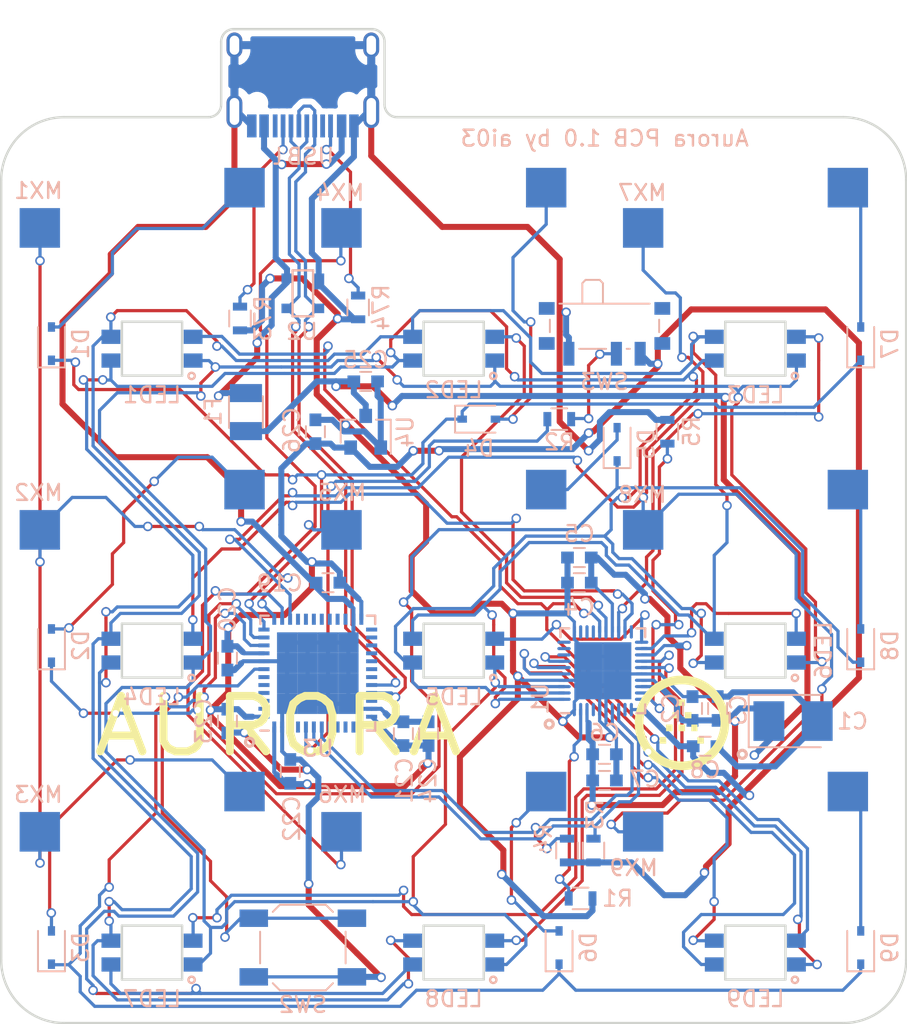
<source format=kicad_pcb>
(kicad_pcb (version 20171130) (host pcbnew "(5.0.2)-1")
  (layers (0 F.Cu signal) (31 B.Cu signal) (34 B.Paste user) (35 F.Paste user) (36 B.SilkS user) (37 F.SilkS user) (38 B.Mask user) (39 F.Mask user) (44 Edge.Cuts user))
  (net 0 "")
  (net 1 +5V)
  (net 2 GND)
  (net 3 "Net-(D1-Pad2)")
  (net 4 ROW0)
  (net 5 ROW1)
  (net 6 ROW2)
  (net 7 VCC)
  (net 8 COL1)
  (net 9 COL2)
  (net 10 COL0)
  (net 11 D-)
  (net 12 D+)
  (net 13 "Net-(R73-Pad2)")
  (net 14 "Net-(R74-Pad2)")
  (net 15 "Net-(USB1-Pad9)")
  (net 16 "Net-(USB1-Pad3)")
  (net 17 +3V3)
  (net 18 "Net-(SW2-Pad2)")
  (net 19 "Net-(R2-Pad2)")
  (net 20 "Net-(R2-Pad1)")
  (net 21 "Net-(U3-Pad46)")
  (net 22 "Net-(U3-Pad45)")
  (net 23 "Net-(U3-Pad41)")
  (net 24 "Net-(U3-Pad40)")
  (net 25 "Net-(U3-Pad39)")
  (net 26 "Net-(U3-Pad27)")
  (net 27 "Net-(U3-Pad26)")
  (net 28 "Net-(U3-Pad25)")
  (net 29 "Net-(U3-Pad6)")
  (net 30 "Net-(U3-Pad5)")
  (net 31 "Net-(U3-Pad4)")
  (net 32 "Net-(U3-Pad3)")
  (net 33 "Net-(U3-Pad2)")
  (net 34 SWCLK)
  (net 35 SWDIO)
  (net 36 "Net-(D2-Pad2)")
  (net 37 "Net-(D3-Pad2)")
  (net 38 "Net-(D4-Pad2)")
  (net 39 "Net-(D5-Pad2)")
  (net 40 "Net-(D6-Pad2)")
  (net 41 "Net-(D7-Pad2)")
  (net 42 "Net-(D8-Pad2)")
  (net 43 "Net-(D9-Pad2)")
  (net 44 "Net-(R1-Pad2)")
  (net 45 SCL)
  (net 46 SDA)
  (net 47 "Net-(U3-Pad16)")
  (net 48 "Net-(U3-Pad30)")
  (net 49 "Net-(U3-Pad19)")
  (net 50 "Net-(U3-Pad18)")
  (net 51 "Net-(U3-Pad17)")
  (net 52 "Net-(U3-Pad38)")
  (net 53 "Net-(U3-Pad31)")
  (net 54 "Net-(U3-Pad29)")
  (net 55 "Net-(U3-Pad22)")
  (net 56 "Net-(U3-Pad21)")
  (net 57 "Net-(U3-Pad20)")
  (net 58 "Net-(U3-Pad28)")
  (net 59 "Net-(R5-Pad2)")
  (net 60 "Net-(U1-Pad37)")
  (net 61 "Net-(U1-Pad32)")
  (net 62 CS8)
  (net 63 CS7)
  (net 64 CS6)
  (net 65 CS5)
  (net 66 CS4)
  (net 67 CS3)
  (net 68 CS2)
  (net 69 CS1)
  (net 70 SW12)
  (net 71 SW11)
  (net 72 SW10)
  (net 73 SW9)
  (net 74 SW8)
  (net 75 SW7)
  (net 76 SW6)
  (net 77 SW5)
  (net 78 SW4)
  (net 79 SW3)
  (net 80 SW2)
  (net 81 SW1)
  (module Fuse_Holders_and_Fuses:Fuse_SMD1206_Reflow (layer B.Cu) (at 45.6184 48.768 90)
    (fp_text reference F1 (at 0.03175 -2.06375 90) (layer B.SilkS) (effects (justify mirror)))
    (fp_text value 500mA)
    (pad 2 smd rect (at 1.2 0) (size 2.03 1.14) (layers B.Cu B.Paste B.Mask) (net 7 VCC))
    (pad 1 smd rect (at -1.2 0) (size 2.03 1.14) (layers B.Cu B.Paste B.Mask) (net 1 +5V))
  )
  (module Capacitors_SMD:C_0603 (layer B.Cu) (at 50.8 59.53125 180)
    (fp_text reference C19 (at 3.048 -0.03175 180) (layer B.SilkS) (effects (justify mirror)))
    (fp_text value 0.1uF)
    (pad 1 smd rect (at -0.75 0 180) (size 0.8 0.75) (layers B.Cu B.Paste B.Mask) (net 17 +3V3))
    (pad 2 smd rect (at 0.75 0 180) (size 0.8 0.75) (layers B.Cu B.Paste B.Mask) (net 2 GND))
  )
  (module Capacitors_SMD:C_0603 (layer B.Cu) (at 44.45 64.29375 270)
    (fp_text reference C20 (at -3.07975 0 270) (layer B.SilkS) (effects (justify mirror)))
    (fp_text value 0.1uF)
    (pad 2 smd rect (at 0.75 0 270) (size 0.8 0.75) (layers B.Cu B.Paste B.Mask) (net 2 GND))
    (pad 1 smd rect (at -0.75 0 270) (size 0.8 0.75) (layers B.Cu B.Paste B.Mask) (net 17 +3V3))
  )
  (module Capacitors_SMD:C_0603 (layer B.Cu) (at 55.5625 69.05625 90)
    (fp_text reference C21 (at -2.95275 0.0635 90) (layer B.SilkS) (effects (justify mirror)))
    (fp_text value 0.1uF)
    (pad 1 smd rect (at -0.75 0 90) (size 0.8 0.75) (layers B.Cu B.Paste B.Mask) (net 17 +3V3))
    (pad 2 smd rect (at 0.75 0 90) (size 0.8 0.75) (layers B.Cu B.Paste B.Mask) (net 2 GND))
  )
  (module Capacitors_SMD:C_0603 (layer B.Cu) (at 48.41875 71.4375 90)
    (fp_text reference C22 (at -2.9845 0.09525 90) (layer B.SilkS) (effects (justify mirror)))
    (fp_text value 0.1uF)
    (pad 2 smd rect (at 0.75 0 90) (size 0.8 0.75) (layers B.Cu B.Paste B.Mask) (net 2 GND))
    (pad 1 smd rect (at -0.75 0 90) (size 0.8 0.75) (layers B.Cu B.Paste B.Mask) (net 17 +3V3))
  )
  (module Capacitors_SMD:C_0603 (layer B.Cu) (at 44.45 68.2625 270)
    (fp_text reference C23 (at 0 1.5 270) (layer B.SilkS) (effects (justify mirror)))
    (fp_text value 4.7uF)
    (pad 1 smd rect (at -0.75 0 270) (size 0.8 0.75) (layers B.Cu B.Paste B.Mask) (net 17 +3V3))
    (pad 2 smd rect (at 0.75 0 270) (size 0.8 0.75) (layers B.Cu B.Paste B.Mask) (net 2 GND))
  )
  (module Capacitors_SMD:C_0603 (layer B.Cu) (at 57.15 69.05625 90)
    (fp_text reference C24 (at -2.95275 -0.03175 90) (layer B.SilkS) (effects (justify mirror)))
    (fp_text value 4.7uF)
    (pad 2 smd rect (at 0.75 0 90) (size 0.8 0.75) (layers B.Cu B.Paste B.Mask) (net 2 GND))
    (pad 1 smd rect (at -0.75 0 90) (size 0.8 0.75) (layers B.Cu B.Paste B.Mask) (net 17 +3V3))
  )
  (module Capacitors_SMD:C_0603 (layer B.Cu) (at 53.18125 46.83125)
    (fp_text reference C25 (at 0 -1.36525) (layer B.SilkS) (effects (justify mirror)))
    (fp_text value 1uF)
    (pad 1 smd rect (at -0.75 0) (size 0.8 0.75) (layers B.Cu B.Paste B.Mask) (net 1 +5V))
    (pad 2 smd rect (at 0.75 0) (size 0.8 0.75) (layers B.Cu B.Paste B.Mask) (net 2 GND))
  )
  (module Capacitors_SMD:C_0603 (layer B.Cu) (at 50.00625 50.00625 90)
    (fp_text reference C26 (at 0.09525 -1.49225 90) (layer B.SilkS) (effects (justify mirror)))
    (fp_text value 1uF)
    (pad 1 smd rect (at -0.75 0 90) (size 0.8 0.75) (layers B.Cu B.Paste B.Mask) (net 17 +3V3))
    (pad 2 smd rect (at 0.75 0 90) (size 0.8 0.75) (layers B.Cu B.Paste B.Mask) (net 2 GND))
  )
  (module random-keyboard-parts:RGB-6028 (layer B.Cu) (at 39.6875 39.6875 180)
    (fp_text reference LED1 (at 0 -8 180) (layer B.SilkS) (effects (justify mirror)))
    (fp_text value RGB-6028)
    (fp_line (start -1.9 -3.38) (end -1.9 -6.78) (layer Edge.Cuts) (width 0.15))
    (fp_line (start 1.9 -6.78) (end -1.9 -6.78) (layer Edge.Cuts) (width 0.15))
    (fp_line (start 1.9 -3.38) (end 1.9 -6.78) (layer Edge.Cuts) (width 0.15))
    (fp_line (start 1.9 -3.38) (end -1.9 -3.38) (layer Edge.Cuts) (width 0.15))
    (pad 2 smd rect (at 2.595 -5.83 180) (size 1.19 0.9) (layers B.Cu B.Paste B.Mask) (net 80 SW2))
    (pad 1 smd rect (at -2.595 -4.33 180) (size 1.19 0.9) (layers B.Cu B.Paste B.Mask) (net 69 CS1))
    (pad 4 smd rect (at -2.595 -5.83 180) (size 1.19 0.9) (layers B.Cu B.Paste B.Mask) (net 79 SW3))
    (pad 3 smd rect (at 2.595 -4.33 180) (size 1.19 0.9) (layers B.Cu B.Paste B.Mask) (net 81 SW1))
  )
  (module random-keyboard-parts:RGB-6028 (layer B.Cu) (at 58.7375 39.6875 180)
    (fp_text reference LED2 (at 0 -7.6835 180) (layer B.SilkS) (effects (justify mirror)))
    (fp_text value RGB-6028)
    (fp_line (start -1.9 -3.38) (end -1.9 -6.78) (layer Edge.Cuts) (width 0.15))
    (fp_line (start 1.9 -6.78) (end -1.9 -6.78) (layer Edge.Cuts) (width 0.15))
    (fp_line (start 1.9 -3.38) (end 1.9 -6.78) (layer Edge.Cuts) (width 0.15))
    (fp_line (start 1.9 -3.38) (end -1.9 -3.38) (layer Edge.Cuts) (width 0.15))
    (pad 2 smd rect (at 2.595 -5.83 180) (size 1.19 0.9) (layers B.Cu B.Paste B.Mask) (net 80 SW2))
    (pad 1 smd rect (at -2.595 -4.33 180) (size 1.19 0.9) (layers B.Cu B.Paste B.Mask) (net 68 CS2))
    (pad 4 smd rect (at -2.595 -5.83 180) (size 1.19 0.9) (layers B.Cu B.Paste B.Mask) (net 79 SW3))
    (pad 3 smd rect (at 2.595 -4.33 180) (size 1.19 0.9) (layers B.Cu B.Paste B.Mask) (net 81 SW1))
  )
  (module random-keyboard-parts:RGB-6028 (layer B.Cu) (at 77.7875 39.6875 180)
    (fp_text reference LED3 (at 0 -8 180) (layer B.SilkS) (effects (justify mirror)))
    (fp_text value RGB-6028)
    (fp_line (start 1.9 -3.38) (end -1.9 -3.38) (layer Edge.Cuts) (width 0.15))
    (fp_line (start 1.9 -3.38) (end 1.9 -6.78) (layer Edge.Cuts) (width 0.15))
    (fp_line (start 1.9 -6.78) (end -1.9 -6.78) (layer Edge.Cuts) (width 0.15))
    (fp_line (start -1.9 -3.38) (end -1.9 -6.78) (layer Edge.Cuts) (width 0.15))
    (pad 3 smd rect (at 2.595 -4.33 180) (size 1.19 0.9) (layers B.Cu B.Paste B.Mask) (net 81 SW1))
    (pad 4 smd rect (at -2.595 -5.83 180) (size 1.19 0.9) (layers B.Cu B.Paste B.Mask) (net 79 SW3))
    (pad 1 smd rect (at -2.595 -4.33 180) (size 1.19 0.9) (layers B.Cu B.Paste B.Mask) (net 67 CS3))
    (pad 2 smd rect (at 2.595 -5.83 180) (size 1.19 0.9) (layers B.Cu B.Paste B.Mask) (net 80 SW2))
  )
  (module random-keyboard-parts:RGB-6028 (layer B.Cu) (at 39.6875 58.7375 180)
    (fp_text reference LED4 (at 0 -8 180) (layer B.SilkS) (effects (justify mirror)))
    (fp_text value RGB-6028)
    (fp_line (start -1.9 -3.38) (end -1.9 -6.78) (layer Edge.Cuts) (width 0.15))
    (fp_line (start 1.9 -6.78) (end -1.9 -6.78) (layer Edge.Cuts) (width 0.15))
    (fp_line (start 1.9 -3.38) (end 1.9 -6.78) (layer Edge.Cuts) (width 0.15))
    (fp_line (start 1.9 -3.38) (end -1.9 -3.38) (layer Edge.Cuts) (width 0.15))
    (pad 2 smd rect (at 2.595 -5.83 180) (size 1.19 0.9) (layers B.Cu B.Paste B.Mask) (net 80 SW2))
    (pad 1 smd rect (at -2.595 -4.33 180) (size 1.19 0.9) (layers B.Cu B.Paste B.Mask) (net 66 CS4))
    (pad 4 smd rect (at -2.595 -5.83 180) (size 1.19 0.9) (layers B.Cu B.Paste B.Mask) (net 79 SW3))
    (pad 3 smd rect (at 2.595 -4.33 180) (size 1.19 0.9) (layers B.Cu B.Paste B.Mask) (net 81 SW1))
  )
  (module random-keyboard-parts:RGB-6028 (layer B.Cu) (at 58.7375 58.7375 180)
    (fp_text reference LED5 (at 0 -8 180) (layer B.SilkS) (effects (justify mirror)))
    (fp_text value RGB-6028)
    (fp_line (start 1.9 -3.38) (end -1.9 -3.38) (layer Edge.Cuts) (width 0.15))
    (fp_line (start 1.9 -3.38) (end 1.9 -6.78) (layer Edge.Cuts) (width 0.15))
    (fp_line (start 1.9 -6.78) (end -1.9 -6.78) (layer Edge.Cuts) (width 0.15))
    (fp_line (start -1.9 -3.38) (end -1.9 -6.78) (layer Edge.Cuts) (width 0.15))
    (pad 3 smd rect (at 2.595 -4.33 180) (size 1.19 0.9) (layers B.Cu B.Paste B.Mask) (net 81 SW1))
    (pad 4 smd rect (at -2.595 -5.83 180) (size 1.19 0.9) (layers B.Cu B.Paste B.Mask) (net 79 SW3))
    (pad 1 smd rect (at -2.595 -4.33 180) (size 1.19 0.9) (layers B.Cu B.Paste B.Mask) (net 65 CS5))
    (pad 2 smd rect (at 2.595 -5.83 180) (size 1.19 0.9) (layers B.Cu B.Paste B.Mask) (net 80 SW2))
  )
  (module random-keyboard-parts:RGB-6028 (layer B.Cu) (at 77.7875 58.7375 180)
    (fp_text reference LED6 (at -4.3053 -5.0673 270) (layer B.SilkS) (effects (justify mirror)))
    (fp_text value RGB-6028)
    (fp_line (start 1.9 -3.38) (end -1.9 -3.38) (layer Edge.Cuts) (width 0.15))
    (fp_line (start 1.9 -3.38) (end 1.9 -6.78) (layer Edge.Cuts) (width 0.15))
    (fp_line (start 1.9 -6.78) (end -1.9 -6.78) (layer Edge.Cuts) (width 0.15))
    (fp_line (start -1.9 -3.38) (end -1.9 -6.78) (layer Edge.Cuts) (width 0.15))
    (pad 3 smd rect (at 2.595 -4.33 180) (size 1.19 0.9) (layers B.Cu B.Paste B.Mask) (net 81 SW1))
    (pad 4 smd rect (at -2.595 -5.83 180) (size 1.19 0.9) (layers B.Cu B.Paste B.Mask) (net 79 SW3))
    (pad 1 smd rect (at -2.595 -4.33 180) (size 1.19 0.9) (layers B.Cu B.Paste B.Mask) (net 64 CS6))
    (pad 2 smd rect (at 2.595 -5.83 180) (size 1.19 0.9) (layers B.Cu B.Paste B.Mask) (net 80 SW2))
  )
  (module random-keyboard-parts:RGB-6028 (layer B.Cu) (at 39.6875 77.7875 180)
    (fp_text reference LED7 (at 0 -8 180) (layer B.SilkS) (effects (justify mirror)))
    (fp_text value RGB-6028)
    (fp_line (start -1.9 -3.38) (end -1.9 -6.78) (layer Edge.Cuts) (width 0.15))
    (fp_line (start 1.9 -6.78) (end -1.9 -6.78) (layer Edge.Cuts) (width 0.15))
    (fp_line (start 1.9 -3.38) (end 1.9 -6.78) (layer Edge.Cuts) (width 0.15))
    (fp_line (start 1.9 -3.38) (end -1.9 -3.38) (layer Edge.Cuts) (width 0.15))
    (pad 2 smd rect (at 2.595 -5.83 180) (size 1.19 0.9) (layers B.Cu B.Paste B.Mask) (net 80 SW2))
    (pad 1 smd rect (at -2.595 -4.33 180) (size 1.19 0.9) (layers B.Cu B.Paste B.Mask) (net 63 CS7))
    (pad 4 smd rect (at -2.595 -5.83 180) (size 1.19 0.9) (layers B.Cu B.Paste B.Mask) (net 79 SW3))
    (pad 3 smd rect (at 2.595 -4.33 180) (size 1.19 0.9) (layers B.Cu B.Paste B.Mask) (net 81 SW1))
  )
  (module random-keyboard-parts:RGB-6028 (layer B.Cu) (at 58.7375 77.7875 180)
    (fp_text reference LED8 (at 0 -8 180) (layer B.SilkS) (effects (justify mirror)))
    (fp_text value RGB-6028)
    (fp_line (start 1.9 -3.38) (end -1.9 -3.38) (layer Edge.Cuts) (width 0.15))
    (fp_line (start 1.9 -3.38) (end 1.9 -6.78) (layer Edge.Cuts) (width 0.15))
    (fp_line (start 1.9 -6.78) (end -1.9 -6.78) (layer Edge.Cuts) (width 0.15))
    (fp_line (start -1.9 -3.38) (end -1.9 -6.78) (layer Edge.Cuts) (width 0.15))
    (pad 3 smd rect (at 2.595 -4.33 180) (size 1.19 0.9) (layers B.Cu B.Paste B.Mask) (net 81 SW1))
    (pad 4 smd rect (at -2.595 -5.83 180) (size 1.19 0.9) (layers B.Cu B.Paste B.Mask) (net 79 SW3))
    (pad 1 smd rect (at -2.595 -4.33 180) (size 1.19 0.9) (layers B.Cu B.Paste B.Mask) (net 62 CS8))
    (pad 2 smd rect (at 2.595 -5.83 180) (size 1.19 0.9) (layers B.Cu B.Paste B.Mask) (net 80 SW2))
  )
  (module random-keyboard-parts:RGB-6028 (layer B.Cu) (at 77.7875 77.7875 180)
    (fp_text reference LED9 (at 0 -8 180) (layer B.SilkS) (effects (justify mirror)))
    (fp_text value RGB-6028)
    (fp_line (start 1.9 -3.38) (end -1.9 -3.38) (layer Edge.Cuts) (width 0.15))
    (fp_line (start 1.9 -3.38) (end 1.9 -6.78) (layer Edge.Cuts) (width 0.15))
    (fp_line (start 1.9 -6.78) (end -1.9 -6.78) (layer Edge.Cuts) (width 0.15))
    (fp_line (start -1.9 -3.38) (end -1.9 -6.78) (layer Edge.Cuts) (width 0.15))
    (pad 3 smd rect (at 2.595 -4.33 180) (size 1.19 0.9) (layers B.Cu B.Paste B.Mask) (net 78 SW4))
    (pad 4 smd rect (at -2.595 -5.83 180) (size 1.19 0.9) (layers B.Cu B.Paste B.Mask) (net 76 SW6))
    (pad 1 smd rect (at -2.595 -4.33 180) (size 1.19 0.9) (layers B.Cu B.Paste B.Mask) (net 69 CS1))
    (pad 2 smd rect (at 2.595 -5.83 180) (size 1.19 0.9) (layers B.Cu B.Paste B.Mask) (net 77 SW5))
  )
  (module Buttons_Switches_SMD:SW_SPST_SKQG (layer B.Cu) (at 49.2125 82.55)
    (fp_text reference SW2 (at 0 3.6) (layer B.SilkS) (effects (justify mirror)))
    (fp_text value SW_Push)
    (pad 2 smd rect (at 3.1 -1.85) (size 1.8 1.1) (layers B.Cu B.Paste B.Mask) (net 18 "Net-(SW2-Pad2)"))
    (pad 2 smd rect (at -3.1 -1.85) (size 1.8 1.1) (layers B.Cu B.Paste B.Mask) (net 18 "Net-(SW2-Pad2)"))
    (pad 1 smd rect (at 3.1 1.85) (size 1.8 1.1) (layers B.Cu B.Paste B.Mask) (net 2 GND))
    (pad 1 smd rect (at -3.1 1.85) (size 1.8 1.1) (layers B.Cu B.Paste B.Mask) (net 2 GND))
  )
  (module Buttons_Switches_SMD:SW_SPDT_PCM12 (layer B.Cu) (at 68.2625 43.65625)
    (fp_text reference SW3 (at 0 3.2) (layer B.SilkS) (effects (justify mirror)))
    (fp_text value SW_SPDT)
    (pad "" smd rect (at -3.65 0.78) (size 1 0.8) (layers B.Cu B.Paste B.Mask))
    (pad "" smd rect (at 3.65 0.78) (size 1 0.8) (layers B.Cu B.Paste B.Mask))
    (pad "" smd rect (at 3.65 -1.43) (size 1 0.8) (layers B.Cu B.Paste B.Mask))
    (pad "" smd rect (at -3.65 -1.43) (size 1 0.8) (layers B.Cu B.Paste B.Mask))
    (pad 3 smd rect (at 2.25 1.43) (size 0.7 1.5) (layers B.Cu B.Paste B.Mask) (net 17 +3V3))
    (pad 2 smd rect (at 0.75 1.43) (size 0.7 1.5) (layers B.Cu B.Paste B.Mask) (net 19 "Net-(R2-Pad2)"))
    (pad 1 smd rect (at -2.25 1.43) (size 0.7 1.5) (layers B.Cu B.Paste B.Mask) (net 2 GND))
    (pad "" np_thru_hole circle (at 1.5 -0.33) (size 0.9 0.9) (drill 0.9) (layers *.Cu *.Mask))
    (pad "" np_thru_hole circle (at -1.5 -0.33) (size 0.9 0.9) (drill 0.9) (layers *.Cu *.Mask))
  )
  (module random-keyboard-parts:SOT143B (layer B.Cu) (at 49.2125 41.275 270)
    (fp_text reference U2 (at 2.413 0.0635) (layer B.SilkS) (effects (justify mirror)))
    (fp_text value PRTR5V0U2X)
    (pad 3 smd rect (at 0.95 1 270) (size 0.6 0.7) (layers B.Cu B.Paste B.Mask) (net 11 D-))
    (pad 2 smd rect (at 0.95 -1 270) (size 0.6 0.7) (layers B.Cu B.Paste B.Mask) (net 12 D+))
    (pad 4 smd rect (at -0.95 1 270) (size 0.6 0.7) (layers B.Cu B.Paste B.Mask) (net 7 VCC))
    (pad 1 smd rect (at -0.75 -1 270) (size 1 0.7) (layers B.Cu B.Paste B.Mask) (net 2 GND))
  )
  (module Housings_DFN_QFN:QFN-48-1EP_7x7mm_Pitch0.5mm (layer B.Cu) (at 50.15625 65.2375)
    (fp_text reference U3 (at 0 4.75) (layer B.SilkS) (effects (justify mirror)))
    (fp_text value STM32F072CBUx)
    (pad 49 smd rect (at -1.93125 1.93125) (size 1.2875 1.2875) (layers B.Cu B.Paste B.Mask) (net 2 GND))
    (pad 49 smd rect (at -1.93125 0.64375) (size 1.2875 1.2875) (layers B.Cu B.Paste B.Mask) (net 2 GND))
    (pad 49 smd rect (at -1.93125 -0.64375) (size 1.2875 1.2875) (layers B.Cu B.Paste B.Mask) (net 2 GND))
    (pad 49 smd rect (at -1.93125 -1.93125) (size 1.2875 1.2875) (layers B.Cu B.Paste B.Mask) (net 2 GND))
    (pad 49 smd rect (at -0.64375 1.93125) (size 1.2875 1.2875) (layers B.Cu B.Paste B.Mask) (net 2 GND))
    (pad 49 smd rect (at -0.64375 0.64375) (size 1.2875 1.2875) (layers B.Cu B.Paste B.Mask) (net 2 GND))
    (pad 49 smd rect (at -0.64375 -0.64375) (size 1.2875 1.2875) (layers B.Cu B.Paste B.Mask) (net 2 GND))
    (pad 49 smd rect (at -0.64375 -1.93125) (size 1.2875 1.2875) (layers B.Cu B.Paste B.Mask) (net 2 GND))
    (pad 49 smd rect (at 0.64375 1.93125) (size 1.2875 1.2875) (layers B.Cu B.Paste B.Mask) (net 2 GND))
    (pad 49 smd rect (at 0.64375 0.64375) (size 1.2875 1.2875) (layers B.Cu B.Paste B.Mask) (net 2 GND))
    (pad 49 smd rect (at 0.64375 -0.64375) (size 1.2875 1.2875) (layers B.Cu B.Paste B.Mask) (net 2 GND))
    (pad 49 smd rect (at 0.64375 -1.93125) (size 1.2875 1.2875) (layers B.Cu B.Paste B.Mask) (net 2 GND))
    (pad 49 smd rect (at 1.93125 1.93125) (size 1.2875 1.2875) (layers B.Cu B.Paste B.Mask) (net 2 GND))
    (pad 49 smd rect (at 1.93125 0.64375) (size 1.2875 1.2875) (layers B.Cu B.Paste B.Mask) (net 2 GND))
    (pad 49 smd rect (at 1.93125 -0.64375) (size 1.2875 1.2875) (layers B.Cu B.Paste B.Mask) (net 2 GND))
    (pad 49 smd rect (at 1.93125 -1.93125) (size 1.2875 1.2875) (layers B.Cu B.Paste B.Mask) (net 2 GND))
    (pad 48 smd rect (at -2.75 3.4 270) (size 0.7 0.25) (layers B.Cu B.Paste B.Mask) (net 17 +3V3))
    (pad 47 smd rect (at -2.25 3.4 270) (size 0.7 0.25) (layers B.Cu B.Paste B.Mask) (net 2 GND))
    (pad 46 smd rect (at -1.75 3.4 270) (size 0.7 0.25) (layers B.Cu B.Paste B.Mask) (net 21 "Net-(U3-Pad46)"))
    (pad 45 smd rect (at -1.25 3.4 270) (size 0.7 0.25) (layers B.Cu B.Paste B.Mask) (net 22 "Net-(U3-Pad45)"))
    (pad 44 smd rect (at -0.75 3.4 270) (size 0.7 0.25) (layers B.Cu B.Paste B.Mask) (net 20 "Net-(R2-Pad1)"))
    (pad 43 smd rect (at -0.25 3.4 270) (size 0.7 0.25) (layers B.Cu B.Paste B.Mask) (net 46 SDA))
    (pad 42 smd rect (at 0.25 3.4 270) (size 0.7 0.25) (layers B.Cu B.Paste B.Mask) (net 45 SCL))
    (pad 41 smd rect (at 0.75 3.4 270) (size 0.7 0.25) (layers B.Cu B.Paste B.Mask) (net 23 "Net-(U3-Pad41)"))
    (pad 40 smd rect (at 1.25 3.4 270) (size 0.7 0.25) (layers B.Cu B.Paste B.Mask) (net 24 "Net-(U3-Pad40)"))
    (pad 39 smd rect (at 1.75 3.4 270) (size 0.7 0.25) (layers B.Cu B.Paste B.Mask) (net 25 "Net-(U3-Pad39)"))
    (pad 38 smd rect (at 2.25 3.4 270) (size 0.7 0.25) (layers B.Cu B.Paste B.Mask) (net 52 "Net-(U3-Pad38)"))
    (pad 37 smd rect (at 2.75 3.4 270) (size 0.7 0.25) (layers B.Cu B.Paste B.Mask) (net 34 SWCLK))
    (pad 36 smd rect (at 3.4 2.75) (size 0.7 0.25) (layers B.Cu B.Paste B.Mask) (net 17 +3V3))
    (pad 35 smd rect (at 3.4 2.25) (size 0.7 0.25) (layers B.Cu B.Paste B.Mask) (net 2 GND))
    (pad 34 smd rect (at 3.4 1.75) (size 0.7 0.25) (layers B.Cu B.Paste B.Mask) (net 35 SWDIO))
    (pad 33 smd rect (at 3.4 1.25) (size 0.7 0.25) (layers B.Cu B.Paste B.Mask) (net 12 D+))
    (pad 32 smd rect (at 3.4 0.75) (size 0.7 0.25) (layers B.Cu B.Paste B.Mask) (net 11 D-))
    (pad 31 smd rect (at 3.4 0.25) (size 0.7 0.25) (layers B.Cu B.Paste B.Mask) (net 53 "Net-(U3-Pad31)"))
    (pad 30 smd rect (at 3.4 -0.25) (size 0.7 0.25) (layers B.Cu B.Paste B.Mask) (net 48 "Net-(U3-Pad30)"))
    (pad 29 smd rect (at 3.4 -0.75) (size 0.7 0.25) (layers B.Cu B.Paste B.Mask) (net 54 "Net-(U3-Pad29)"))
    (pad 28 smd rect (at 3.4 -1.25) (size 0.7 0.25) (layers B.Cu B.Paste B.Mask) (net 58 "Net-(U3-Pad28)"))
    (pad 27 smd rect (at 3.4 -1.75) (size 0.7 0.25) (layers B.Cu B.Paste B.Mask) (net 26 "Net-(U3-Pad27)"))
    (pad 26 smd rect (at 3.4 -2.25) (size 0.7 0.25) (layers B.Cu B.Paste B.Mask) (net 27 "Net-(U3-Pad26)"))
    (pad 25 smd rect (at 3.4 -2.75) (size 0.7 0.25) (layers B.Cu B.Paste B.Mask) (net 28 "Net-(U3-Pad25)"))
    (pad 24 smd rect (at 2.75 -3.4 270) (size 0.7 0.25) (layers B.Cu B.Paste B.Mask) (net 17 +3V3))
    (pad 23 smd rect (at 2.25 -3.4 270) (size 0.7 0.25) (layers B.Cu B.Paste B.Mask) (net 2 GND))
    (pad 22 smd rect (at 1.75 -3.4 270) (size 0.7 0.25) (layers B.Cu B.Paste B.Mask) (net 55 "Net-(U3-Pad22)"))
    (pad 21 smd rect (at 1.25 -3.4 270) (size 0.7 0.25) (layers B.Cu B.Paste B.Mask) (net 56 "Net-(U3-Pad21)"))
    (pad 20 smd rect (at 0.75 -3.4 270) (size 0.7 0.25) (layers B.Cu B.Paste B.Mask) (net 57 "Net-(U3-Pad20)"))
    (pad 19 smd rect (at 0.25 -3.4 270) (size 0.7 0.25) (layers B.Cu B.Paste B.Mask) (net 49 "Net-(U3-Pad19)"))
    (pad 18 smd rect (at -0.25 -3.4 270) (size 0.7 0.25) (layers B.Cu B.Paste B.Mask) (net 50 "Net-(U3-Pad18)"))
    (pad 17 smd rect (at -0.75 -3.4 270) (size 0.7 0.25) (layers B.Cu B.Paste B.Mask) (net 51 "Net-(U3-Pad17)"))
    (pad 16 smd rect (at -1.25 -3.4 270) (size 0.7 0.25) (layers B.Cu B.Paste B.Mask) (net 47 "Net-(U3-Pad16)"))
    (pad 15 smd rect (at -1.75 -3.4 270) (size 0.7 0.25) (layers B.Cu B.Paste B.Mask) (net 9 COL2))
    (pad 14 smd rect (at -2.25 -3.4 270) (size 0.7 0.25) (layers B.Cu B.Paste B.Mask) (net 8 COL1))
    (pad 13 smd rect (at -2.75 -3.4 270) (size 0.7 0.25) (layers B.Cu B.Paste B.Mask) (net 10 COL0))
    (pad 12 smd rect (at -3.4 -2.75) (size 0.7 0.25) (layers B.Cu B.Paste B.Mask) (net 4 ROW0))
    (pad 11 smd rect (at -3.4 -2.25) (size 0.7 0.25) (layers B.Cu B.Paste B.Mask) (net 5 ROW1))
    (pad 10 smd rect (at -3.4 -1.75) (size 0.7 0.25) (layers B.Cu B.Paste B.Mask) (net 6 ROW2))
    (pad 9 smd rect (at -3.4 -1.25) (size 0.7 0.25) (layers B.Cu B.Paste B.Mask) (net 17 +3V3))
    (pad 8 smd rect (at -3.4 -0.75) (size 0.7 0.25) (layers B.Cu B.Paste B.Mask) (net 2 GND))
    (pad 7 smd rect (at -3.4 -0.25) (size 0.7 0.25) (layers B.Cu B.Paste B.Mask) (net 18 "Net-(SW2-Pad2)"))
    (pad 6 smd rect (at -3.4 0.25) (size 0.7 0.25) (layers B.Cu B.Paste B.Mask) (net 29 "Net-(U3-Pad6)"))
    (pad 5 smd rect (at -3.4 0.75) (size 0.7 0.25) (layers B.Cu B.Paste B.Mask) (net 30 "Net-(U3-Pad5)"))
    (pad 4 smd rect (at -3.4 1.25) (size 0.7 0.25) (layers B.Cu B.Paste B.Mask) (net 31 "Net-(U3-Pad4)"))
    (pad 3 smd rect (at -3.4 1.75) (size 0.7 0.25) (layers B.Cu B.Paste B.Mask) (net 32 "Net-(U3-Pad3)"))
    (pad 2 smd rect (at -3.4 2.25) (size 0.7 0.25) (layers B.Cu B.Paste B.Mask) (net 33 "Net-(U3-Pad2)"))
    (pad 1 smd rect (at -3.4 2.75) (size 0.7 0.25) (layers B.Cu B.Paste B.Mask) (net 17 +3V3))
  )
  (module TO_SOT_Packages_SMD:SOT-23 (layer B.Cu) (at 53.18125 50.00625 90)
    (fp_text reference U4 (at 0 2.5 90) (layer B.SilkS) (effects (justify mirror)))
    (fp_text value MCP1700-3002E_SOT23)
    (pad 3 smd rect (at 1 0 90) (size 0.9 0.8) (layers B.Cu B.Paste B.Mask) (net 1 +5V))
    (pad 2 smd rect (at -1 -0.95 90) (size 0.9 0.8) (layers B.Cu B.Paste B.Mask) (net 17 +3V3))
    (pad 1 smd rect (at -1 0.95 90) (size 0.9 0.8) (layers B.Cu B.Paste B.Mask) (net 2 GND))
  )
  (module Type-C:HRO-TYPE-C-31-M-12-Assembly (layer B.Cu) (at 49.2125 23.01875)
    (fp_text reference USB1 (at 0 9.62025) (layer B.SilkS) (effects (justify mirror)))
    (fp_text value HRO-TYPE-C-31-M-12)
    (pad 13 thru_hole oval (at 4.32 2.6) (size 1 1.6) (drill oval 0.6 1.2) (layers *.Cu *.Mask) (net 2 GND))
    (pad 13 thru_hole oval (at -4.32 2.6) (size 1 1.6) (drill oval 0.6 1.2) (layers *.Cu *.Mask) (net 2 GND))
    (pad 13 thru_hole oval (at 4.32 6.78) (size 1 2.1) (drill oval 0.6 1.7) (layers *.Cu *.Mask) (net 2 GND))
    (pad 13 thru_hole oval (at -4.32 6.78) (size 1 2.1) (drill oval 0.6 1.7) (layers *.Cu *.Mask) (net 2 GND))
    (pad "" np_thru_hole circle (at -2.89 6.25) (size 0.65 0.65) (drill 0.65) (layers *.Cu *.Mask))
    (pad "" np_thru_hole circle (at 2.89 6.25) (size 0.65 0.65) (drill 0.65) (layers *.Cu *.Mask))
    (pad 6 smd rect (at -0.25 7.695) (size 0.3 1.45) (layers B.Cu B.Paste B.Mask) (net 12 D+))
    (pad 7 smd rect (at 0.25 7.695) (size 0.3 1.45) (layers B.Cu B.Paste B.Mask) (net 11 D-))
    (pad 8 smd rect (at 0.75 7.695) (size 0.3 1.45) (layers B.Cu B.Paste B.Mask) (net 12 D+))
    (pad 5 smd rect (at -0.75 7.695) (size 0.3 1.45) (layers B.Cu B.Paste B.Mask) (net 11 D-))
    (pad 9 smd rect (at 1.25 7.695) (size 0.3 1.45) (layers B.Cu B.Paste B.Mask) (net 15 "Net-(USB1-Pad9)"))
    (pad 4 smd rect (at -1.25 7.695) (size 0.3 1.45) (layers B.Cu B.Paste B.Mask) (net 13 "Net-(R73-Pad2)"))
    (pad 10 smd rect (at 1.75 7.695) (size 0.3 1.45) (layers B.Cu B.Paste B.Mask) (net 14 "Net-(R74-Pad2)"))
    (pad 3 smd rect (at -1.75 7.695) (size 0.3 1.45) (layers B.Cu B.Paste B.Mask) (net 16 "Net-(USB1-Pad3)"))
    (pad 2 smd rect (at -2.45 7.695) (size 0.6 1.45) (layers B.Cu B.Paste B.Mask) (net 7 VCC))
    (pad 11 smd rect (at 2.45 7.695) (size 0.6 1.45) (layers B.Cu B.Paste B.Mask) (net 7 VCC))
    (pad 1 smd rect (at -3.225 7.695) (size 0.6 1.45) (layers B.Cu B.Paste B.Mask) (net 2 GND))
    (pad 12 smd rect (at 3.225 7.695) (size 0.6 1.45) (layers B.Cu B.Paste B.Mask) (net 2 GND))
  )
  (module MX_Alps_Hybrid:MXOnly-1U-Hotswap (layer F.Cu) (at 39.6875 39.6875)
    (fp_text reference MX1)
    (fp_text value MX-1U)
    (fp_text user %R (at -7.1755 -4.8895) (layer B.SilkS) (effects (justify mirror)))
    (pad 2 smd rect (at 5.842 -5.08) (size 2.55 2.5) (layers B.Cu B.Paste B.Mask) (net 3 "Net-(D1-Pad2)"))
    (pad 1 smd rect (at -7.085 -2.54) (size 2.55 2.5) (layers B.Cu B.Paste B.Mask) (net 10 COL0))
    (pad "" np_thru_hole circle (at 5.08 0 48.0996) (size 1.75 1.75) (drill 1.75) (layers *.Cu *.Mask))
    (pad "" np_thru_hole circle (at -5.08 0 48.0996) (size 1.75 1.75) (drill 1.75) (layers *.Cu *.Mask))
    (pad "" np_thru_hole circle (at -3.81 -2.54) (size 3 3) (drill 3) (layers *.Cu *.Mask))
    (pad "" np_thru_hole circle (at 0 0) (size 3.9878 3.9878) (drill 3.9878) (layers *.Cu *.Mask))
    (pad "" np_thru_hole circle (at 2.54 -5.08) (size 3 3) (drill 3) (layers *.Cu *.Mask))
  )
  (module MX_Alps_Hybrid:MXOnly-1U-Hotswap (layer F.Cu) (at 39.6875 58.7375)
    (fp_text reference MX2)
    (fp_text value MX-1U)
    (fp_text user %R (at -7.1755 -4.8895) (layer B.SilkS) (effects (justify mirror)))
    (pad "" np_thru_hole circle (at 2.54 -5.08) (size 3 3) (drill 3) (layers *.Cu *.Mask))
    (pad "" np_thru_hole circle (at 0 0) (size 3.9878 3.9878) (drill 3.9878) (layers *.Cu *.Mask))
    (pad "" np_thru_hole circle (at -3.81 -2.54) (size 3 3) (drill 3) (layers *.Cu *.Mask))
    (pad "" np_thru_hole circle (at -5.08 0 48.0996) (size 1.75 1.75) (drill 1.75) (layers *.Cu *.Mask))
    (pad "" np_thru_hole circle (at 5.08 0 48.0996) (size 1.75 1.75) (drill 1.75) (layers *.Cu *.Mask))
    (pad 1 smd rect (at -7.085 -2.54) (size 2.55 2.5) (layers B.Cu B.Paste B.Mask) (net 10 COL0))
    (pad 2 smd rect (at 5.842 -5.08) (size 2.55 2.5) (layers B.Cu B.Paste B.Mask) (net 36 "Net-(D2-Pad2)"))
  )
  (module MX_Alps_Hybrid:MXOnly-1U-Hotswap (layer F.Cu) (at 39.6875 77.7875)
    (fp_text reference MX3)
    (fp_text value MX-1U)
    (fp_text user %R (at -7.1755 -4.8895) (layer B.SilkS) (effects (justify mirror)))
    (pad "" np_thru_hole circle (at 2.54 -5.08) (size 3 3) (drill 3) (layers *.Cu *.Mask))
    (pad "" np_thru_hole circle (at 0 0) (size 3.9878 3.9878) (drill 3.9878) (layers *.Cu *.Mask))
    (pad "" np_thru_hole circle (at -3.81 -2.54) (size 3 3) (drill 3) (layers *.Cu *.Mask))
    (pad "" np_thru_hole circle (at -5.08 0 48.0996) (size 1.75 1.75) (drill 1.75) (layers *.Cu *.Mask))
    (pad "" np_thru_hole circle (at 5.08 0 48.0996) (size 1.75 1.75) (drill 1.75) (layers *.Cu *.Mask))
    (pad 1 smd rect (at -7.085 -2.54) (size 2.55 2.5) (layers B.Cu B.Paste B.Mask) (net 10 COL0))
    (pad 2 smd rect (at 5.842 -5.08) (size 2.55 2.5) (layers B.Cu B.Paste B.Mask) (net 37 "Net-(D3-Pad2)"))
  )
  (module MX_Alps_Hybrid:MXOnly-1U-Hotswap (layer F.Cu) (at 58.7375 39.6875)
    (fp_text reference MX4)
    (fp_text value MX-1U)
    (fp_text user %R (at -7.1755 -4.7625) (layer B.SilkS) (effects (justify mirror)))
    (pad "" np_thru_hole circle (at 2.54 -5.08) (size 3 3) (drill 3) (layers *.Cu *.Mask))
    (pad "" np_thru_hole circle (at 0 0) (size 3.9878 3.9878) (drill 3.9878) (layers *.Cu *.Mask))
    (pad "" np_thru_hole circle (at -3.81 -2.54) (size 3 3) (drill 3) (layers *.Cu *.Mask))
    (pad "" np_thru_hole circle (at -5.08 0 48.0996) (size 1.75 1.75) (drill 1.75) (layers *.Cu *.Mask))
    (pad "" np_thru_hole circle (at 5.08 0 48.0996) (size 1.75 1.75) (drill 1.75) (layers *.Cu *.Mask))
    (pad 1 smd rect (at -7.085 -2.54) (size 2.55 2.5) (layers B.Cu B.Paste B.Mask) (net 8 COL1))
    (pad 2 smd rect (at 5.842 -5.08) (size 2.55 2.5) (layers B.Cu B.Paste B.Mask) (net 38 "Net-(D4-Pad2)"))
  )
  (module MX_Alps_Hybrid:MXOnly-1U-Hotswap (layer F.Cu) (at 58.7375 58.7375)
    (fp_text reference MX5)
    (fp_text value MX-1U)
    (fp_text user %R (at -7.0485 -4.8895) (layer B.SilkS) (effects (justify mirror)))
    (pad 2 smd rect (at 5.842 -5.08) (size 2.55 2.5) (layers B.Cu B.Paste B.Mask) (net 39 "Net-(D5-Pad2)"))
    (pad 1 smd rect (at -7.085 -2.54) (size 2.55 2.5) (layers B.Cu B.Paste B.Mask) (net 8 COL1))
    (pad "" np_thru_hole circle (at 5.08 0 48.0996) (size 1.75 1.75) (drill 1.75) (layers *.Cu *.Mask))
    (pad "" np_thru_hole circle (at -5.08 0 48.0996) (size 1.75 1.75) (drill 1.75) (layers *.Cu *.Mask))
    (pad "" np_thru_hole circle (at -3.81 -2.54) (size 3 3) (drill 3) (layers *.Cu *.Mask))
    (pad "" np_thru_hole circle (at 0 0) (size 3.9878 3.9878) (drill 3.9878) (layers *.Cu *.Mask))
    (pad "" np_thru_hole circle (at 2.54 -5.08) (size 3 3) (drill 3) (layers *.Cu *.Mask))
  )
  (module MX_Alps_Hybrid:MXOnly-1U-Hotswap (layer F.Cu) (at 58.7375 77.7875)
    (fp_text reference MX6)
    (fp_text value MX-1U)
    (fp_text user %R (at -7.0485 -4.8895) (layer B.SilkS) (effects (justify mirror)))
    (pad 2 smd rect (at 5.842 -5.08) (size 2.55 2.5) (layers B.Cu B.Paste B.Mask) (net 40 "Net-(D6-Pad2)"))
    (pad 1 smd rect (at -7.085 -2.54) (size 2.55 2.5) (layers B.Cu B.Paste B.Mask) (net 8 COL1))
    (pad "" np_thru_hole circle (at 5.08 0 48.0996) (size 1.75 1.75) (drill 1.75) (layers *.Cu *.Mask))
    (pad "" np_thru_hole circle (at -5.08 0 48.0996) (size 1.75 1.75) (drill 1.75) (layers *.Cu *.Mask))
    (pad "" np_thru_hole circle (at -3.81 -2.54) (size 3 3) (drill 3) (layers *.Cu *.Mask))
    (pad "" np_thru_hole circle (at 0 0) (size 3.9878 3.9878) (drill 3.9878) (layers *.Cu *.Mask))
    (pad "" np_thru_hole circle (at 2.54 -5.08) (size 3 3) (drill 3) (layers *.Cu *.Mask))
  )
  (module MX_Alps_Hybrid:MXOnly-1U-Hotswap (layer F.Cu) (at 77.7875 39.6875)
    (fp_text reference MX7)
    (fp_text value MX-1U)
    (fp_text user %R (at -7.14375 -4.7625) (layer B.SilkS) (effects (justify mirror)))
    (pad "" np_thru_hole circle (at 2.54 -5.08) (size 3 3) (drill 3) (layers *.Cu *.Mask))
    (pad "" np_thru_hole circle (at 0 0) (size 3.9878 3.9878) (drill 3.9878) (layers *.Cu *.Mask))
    (pad "" np_thru_hole circle (at -3.81 -2.54) (size 3 3) (drill 3) (layers *.Cu *.Mask))
    (pad "" np_thru_hole circle (at -5.08 0 48.0996) (size 1.75 1.75) (drill 1.75) (layers *.Cu *.Mask))
    (pad "" np_thru_hole circle (at 5.08 0 48.0996) (size 1.75 1.75) (drill 1.75) (layers *.Cu *.Mask))
    (pad 1 smd rect (at -7.085 -2.54) (size 2.55 2.5) (layers B.Cu B.Paste B.Mask) (net 9 COL2))
    (pad 2 smd rect (at 5.842 -5.08) (size 2.55 2.5) (layers B.Cu B.Paste B.Mask) (net 41 "Net-(D7-Pad2)"))
  )
  (module MX_Alps_Hybrid:MXOnly-1U-Hotswap (layer F.Cu) (at 77.7875 58.7375)
    (fp_text reference MX8)
    (fp_text value MX-1U)
    (fp_text user %R (at -7.14375 -4.7625) (layer B.SilkS) (effects (justify mirror)))
    (pad "" np_thru_hole circle (at 2.54 -5.08) (size 3 3) (drill 3) (layers *.Cu *.Mask))
    (pad "" np_thru_hole circle (at 0 0) (size 3.9878 3.9878) (drill 3.9878) (layers *.Cu *.Mask))
    (pad "" np_thru_hole circle (at -3.81 -2.54) (size 3 3) (drill 3) (layers *.Cu *.Mask))
    (pad "" np_thru_hole circle (at -5.08 0 48.0996) (size 1.75 1.75) (drill 1.75) (layers *.Cu *.Mask))
    (pad "" np_thru_hole circle (at 5.08 0 48.0996) (size 1.75 1.75) (drill 1.75) (layers *.Cu *.Mask))
    (pad 1 smd rect (at -7.085 -2.54) (size 2.55 2.5) (layers B.Cu B.Paste B.Mask) (net 9 COL2))
    (pad 2 smd rect (at 5.842 -5.08) (size 2.55 2.5) (layers B.Cu B.Paste B.Mask) (net 42 "Net-(D8-Pad2)"))
  )
  (module MX_Alps_Hybrid:MXOnly-1U-Hotswap (layer F.Cu) (at 77.7875 77.7875)
    (fp_text reference MX9)
    (fp_text value MX-1U)
    (fp_text user %R (at -7.6835 -0.2667) (layer B.SilkS) (effects (justify mirror)))
    (pad 2 smd rect (at 5.842 -5.08) (size 2.55 2.5) (layers B.Cu B.Paste B.Mask) (net 43 "Net-(D9-Pad2)"))
    (pad 1 smd rect (at -7.085 -2.54) (size 2.55 2.5) (layers B.Cu B.Paste B.Mask) (net 9 COL2))
    (pad "" np_thru_hole circle (at 5.08 0 48.0996) (size 1.75 1.75) (drill 1.75) (layers *.Cu *.Mask))
    (pad "" np_thru_hole circle (at -5.08 0 48.0996) (size 1.75 1.75) (drill 1.75) (layers *.Cu *.Mask))
    (pad "" np_thru_hole circle (at -3.81 -2.54) (size 3 3) (drill 3) (layers *.Cu *.Mask))
    (pad "" np_thru_hole circle (at 0 0) (size 3.9878 3.9878) (drill 3.9878) (layers *.Cu *.Mask))
    (pad "" np_thru_hole circle (at 2.54 -5.08) (size 3 3) (drill 3) (layers *.Cu *.Mask))
  )
  (module Capacitors_Tantalum_SMD:CP_Tantalum_Case-T_EIA-3528-12_Reflow (layer B.Cu) (at 80.16875 68.2625)
    (fp_text reference C1 (at 3.75285 0.0127) (layer B.SilkS) (effects (justify mirror)))
    (fp_text value 22uF)
    (pad 2 smd rect (at 1.525 0) (size 1.95 2.5) (layers B.Cu B.Paste B.Mask) (net 2 GND))
    (pad 1 smd rect (at -1.525 0) (size 1.95 2.5) (layers B.Cu B.Paste B.Mask) (net 1 +5V))
  )
  (module Capacitors_SMD:C_0603 (layer B.Cu) (at 73.81875 67.46875 90)
    (fp_text reference C2 (at 0.00635 -1.37795 90) (layer B.SilkS) (effects (justify mirror)))
    (fp_text value 0.1uF)
    (pad 1 smd rect (at -0.75 0 90) (size 0.8 0.75) (layers B.Cu B.Paste B.Mask) (net 1 +5V))
    (pad 2 smd rect (at 0.75 0 90) (size 0.8 0.75) (layers B.Cu B.Paste B.Mask) (net 2 GND))
  )
  (module Capacitors_SMD:C_0603 (layer B.Cu) (at 75.40625 67.46875 90)
    (fp_text reference C3 (at -0.09525 1.30175 90) (layer B.SilkS) (effects (justify mirror)))
    (fp_text value 0.47uF)
    (pad 2 smd rect (at 0.75 0 90) (size 0.8 0.75) (layers B.Cu B.Paste B.Mask) (net 2 GND))
    (pad 1 smd rect (at -0.75 0 90) (size 0.8 0.75) (layers B.Cu B.Paste B.Mask) (net 1 +5V))
  )
  (module Capacitors_SMD:C_0603 (layer B.Cu) (at 66.675 59.53125 180)
    (fp_text reference C4 (at 0 -1.55575 180) (layer B.SilkS) (effects (justify mirror)))
    (fp_text value 0.1uF)
    (pad 2 smd rect (at 0.75 0 180) (size 0.8 0.75) (layers B.Cu B.Paste B.Mask) (net 2 GND))
    (pad 1 smd rect (at -0.75 0 180) (size 0.8 0.75) (layers B.Cu B.Paste B.Mask) (net 1 +5V))
  )
  (module Capacitors_SMD:C_0603 (layer B.Cu) (at 66.675 57.94375 180)
    (fp_text reference C5 (at 0 1.5 180) (layer B.SilkS) (effects (justify mirror)))
    (fp_text value 0.47uF)
    (pad 1 smd rect (at -0.75 0 180) (size 0.8 0.75) (layers B.Cu B.Paste B.Mask) (net 1 +5V))
    (pad 2 smd rect (at 0.75 0 180) (size 0.8 0.75) (layers B.Cu B.Paste B.Mask) (net 2 GND))
  )
  (module Capacitors_SMD:C_0603 (layer B.Cu) (at 68.2625 70.358)
    (fp_text reference C6 (at 0.0127 -1.3716) (layer B.SilkS) (effects (justify mirror)))
    (fp_text value 0.1uF)
    (pad 1 smd rect (at -0.75 0) (size 0.8 0.75) (layers B.Cu B.Paste B.Mask) (net 1 +5V))
    (pad 2 smd rect (at 0.75 0) (size 0.8 0.75) (layers B.Cu B.Paste B.Mask) (net 2 GND))
  )
  (module Capacitors_SMD:C_0603 (layer B.Cu) (at 68.2625 72.009)
    (fp_text reference C7 (at 2.5527 -0.0762) (layer B.SilkS) (effects (justify mirror)))
    (fp_text value 0.47uF)
    (pad 2 smd rect (at 0.75 0) (size 0.8 0.75) (layers B.Cu B.Paste B.Mask) (net 2 GND))
    (pad 1 smd rect (at -0.75 0) (size 0.8 0.75) (layers B.Cu B.Paste B.Mask) (net 1 +5V))
  )
  (module Capacitors_SMD:C_0603 (layer B.Cu) (at 74.6125 69.85)
    (fp_text reference C8 (at 0 1.5) (layer B.SilkS) (effects (justify mirror)))
    (fp_text value 0.47uF)
    (pad 1 smd rect (at -0.75 0) (size 0.8 0.75) (layers B.Cu B.Paste B.Mask) (net 17 +3V3))
    (pad 2 smd rect (at 0.75 0) (size 0.8 0.75) (layers B.Cu B.Paste B.Mask) (net 2 GND))
  )
  (module Housings_DFN_QFN:QFN-40-1EP_5x5mm_Pitch0.4mm (layer B.Cu) (at 68.15625 65.0875)
    (fp_text reference U1 (at -3.94505 1.7653 90) (layer B.SilkS) (effects (justify mirror)))
    (fp_text value IS31FL3736)
    (pad 41 smd rect (at -0.9 0.9) (size 1.8 1.8) (layers B.Cu B.Paste B.Mask) (net 2 GND))
    (pad 41 smd rect (at -0.9 -0.9) (size 1.8 1.8) (layers B.Cu B.Paste B.Mask) (net 2 GND))
    (pad 41 smd rect (at 0.9 0.9) (size 1.8 1.8) (layers B.Cu B.Paste B.Mask) (net 2 GND))
    (pad 41 smd rect (at 0.9 -0.9) (size 1.8 1.8) (layers B.Cu B.Paste B.Mask) (net 2 GND))
    (pad 40 smd oval (at -1.8 2.45 270) (size 0.85 0.2) (layers B.Cu B.Paste B.Mask) (net 2 GND))
    (pad 39 smd oval (at -1.4 2.45 270) (size 0.85 0.2) (layers B.Cu B.Paste B.Mask) (net 44 "Net-(R1-Pad2)"))
    (pad 38 smd oval (at -1 2.45 270) (size 0.85 0.2) (layers B.Cu B.Paste B.Mask) (net 1 +5V))
    (pad 37 smd oval (at -0.6 2.45 270) (size 0.85 0.2) (layers B.Cu B.Paste B.Mask) (net 60 "Net-(U1-Pad37)"))
    (pad 36 smd oval (at -0.2 2.45 270) (size 0.85 0.2) (layers B.Cu B.Paste B.Mask) (net 2 GND))
    (pad 35 smd oval (at 0.2 2.45 270) (size 0.85 0.2) (layers B.Cu B.Paste B.Mask) (net 2 GND))
    (pad 34 smd oval (at 0.6 2.45 270) (size 0.85 0.2) (layers B.Cu B.Paste B.Mask) (net 45 SCL))
    (pad 33 smd oval (at 1 2.45 270) (size 0.85 0.2) (layers B.Cu B.Paste B.Mask) (net 46 SDA))
    (pad 32 smd oval (at 1.4 2.45 270) (size 0.85 0.2) (layers B.Cu B.Paste B.Mask) (net 61 "Net-(U1-Pad32)"))
    (pad 31 smd oval (at 1.8 2.45 270) (size 0.85 0.2) (layers B.Cu B.Paste B.Mask) (net 17 +3V3))
    (pad 30 smd oval (at 2.45 1.8) (size 0.85 0.2) (layers B.Cu B.Paste B.Mask) (net 59 "Net-(R5-Pad2)"))
    (pad 29 smd oval (at 2.45 1.4) (size 0.85 0.2) (layers B.Cu B.Paste B.Mask))
    (pad 28 smd oval (at 2.45 1) (size 0.85 0.2) (layers B.Cu B.Paste B.Mask) (net 1 +5V))
    (pad 27 smd oval (at 2.45 0.6) (size 0.85 0.2) (layers B.Cu B.Paste B.Mask) (net 1 +5V))
    (pad 26 smd oval (at 2.45 0.2) (size 0.85 0.2) (layers B.Cu B.Paste B.Mask) (net 2 GND))
    (pad 25 smd oval (at 2.45 -0.2) (size 0.85 0.2) (layers B.Cu B.Paste B.Mask) (net 62 CS8))
    (pad 24 smd oval (at 2.45 -0.6) (size 0.85 0.2) (layers B.Cu B.Paste B.Mask) (net 63 CS7))
    (pad 23 smd oval (at 2.45 -1) (size 0.85 0.2) (layers B.Cu B.Paste B.Mask) (net 1 +5V))
    (pad 22 smd oval (at 2.45 -1.4) (size 0.85 0.2) (layers B.Cu B.Paste B.Mask) (net 64 CS6))
    (pad 21 smd oval (at 2.45 -1.8) (size 0.85 0.2) (layers B.Cu B.Paste B.Mask) (net 65 CS5))
    (pad 20 smd oval (at 1.8 -2.45 270) (size 0.85 0.2) (layers B.Cu B.Paste B.Mask))
    (pad 19 smd oval (at 1.4 -2.45 270) (size 0.85 0.2) (layers B.Cu B.Paste B.Mask) (net 66 CS4))
    (pad 18 smd oval (at 1 -2.45 270) (size 0.85 0.2) (layers B.Cu B.Paste B.Mask) (net 67 CS3))
    (pad 17 smd oval (at 0.6 -2.45 270) (size 0.85 0.2) (layers B.Cu B.Paste B.Mask) (net 1 +5V))
    (pad 16 smd oval (at 0.2 -2.45 270) (size 0.85 0.2) (layers B.Cu B.Paste B.Mask) (net 68 CS2))
    (pad 15 smd oval (at -0.2 -2.45 270) (size 0.85 0.2) (layers B.Cu B.Paste B.Mask) (net 69 CS1))
    (pad 14 smd oval (at -0.6 -2.45 270) (size 0.85 0.2) (layers B.Cu B.Paste B.Mask) (net 70 SW12))
    (pad 13 smd oval (at -1 -2.45 270) (size 0.85 0.2) (layers B.Cu B.Paste B.Mask) (net 71 SW11))
    (pad 12 smd oval (at -1.4 -2.45 270) (size 0.85 0.2) (layers B.Cu B.Paste B.Mask) (net 72 SW10))
    (pad 11 smd oval (at -1.8 -2.45 270) (size 0.85 0.2) (layers B.Cu B.Paste B.Mask) (net 2 GND))
    (pad 10 smd oval (at -2.45 -1.8) (size 0.85 0.2) (layers B.Cu B.Paste B.Mask) (net 73 SW9))
    (pad 9 smd oval (at -2.45 -1.4) (size 0.85 0.2) (layers B.Cu B.Paste B.Mask) (net 74 SW8))
    (pad 8 smd oval (at -2.45 -1) (size 0.85 0.2) (layers B.Cu B.Paste B.Mask) (net 75 SW7))
    (pad 7 smd oval (at -2.45 -0.6) (size 0.85 0.2) (layers B.Cu B.Paste B.Mask) (net 76 SW6))
    (pad 6 smd oval (at -2.45 -0.2) (size 0.85 0.2) (layers B.Cu B.Paste B.Mask) (net 77 SW5))
    (pad 5 smd oval (at -2.45 0.2) (size 0.85 0.2) (layers B.Cu B.Paste B.Mask) (net 78 SW4))
    (pad 4 smd oval (at -2.45 0.6) (size 0.85 0.2) (layers B.Cu B.Paste B.Mask) (net 2 GND))
    (pad 3 smd oval (at -2.45 1) (size 0.85 0.2) (layers B.Cu B.Paste B.Mask) (net 79 SW3))
    (pad 2 smd oval (at -2.45 1.4) (size 0.85 0.2) (layers B.Cu B.Paste B.Mask) (net 80 SW2))
    (pad 1 smd oval (at -2.45 1.8) (size 0.85 0.2) (layers B.Cu B.Paste B.Mask) (net 81 SW1))
  )
  (module Diodes_SMD:D_SOD-323 (layer B.Cu) (at 33.3375 44.45 90)
    (fp_text reference D1 (at 0 1.85 90) (layer B.SilkS) (effects (justify mirror)))
    (fp_text value SOD-123)
    (pad 2 smd rect (at 1.05 0 90) (size 0.6 0.45) (layers B.Cu B.Paste B.Mask) (net 3 "Net-(D1-Pad2)"))
    (pad 1 smd rect (at -1.05 0 90) (size 0.6 0.45) (layers B.Cu B.Paste B.Mask) (net 4 ROW0))
  )
  (module Diodes_SMD:D_SOD-323 (layer B.Cu) (at 33.3375 63.5 90)
    (fp_text reference D2 (at 0 1.85 90) (layer B.SilkS) (effects (justify mirror)))
    (fp_text value SOD-123)
    (pad 2 smd rect (at 1.05 0 90) (size 0.6 0.45) (layers B.Cu B.Paste B.Mask) (net 36 "Net-(D2-Pad2)"))
    (pad 1 smd rect (at -1.05 0 90) (size 0.6 0.45) (layers B.Cu B.Paste B.Mask) (net 5 ROW1))
  )
  (module Diodes_SMD:D_SOD-323 (layer B.Cu) (at 33.3375 82.55 90)
    (fp_text reference D3 (at 0 1.85 90) (layer B.SilkS) (effects (justify mirror)))
    (fp_text value SOD-123)
    (pad 2 smd rect (at 1.05 0 90) (size 0.6 0.45) (layers B.Cu B.Paste B.Mask) (net 37 "Net-(D3-Pad2)"))
    (pad 1 smd rect (at -1.05 0 90) (size 0.6 0.45) (layers B.Cu B.Paste B.Mask) (net 6 ROW2))
  )
  (module Diodes_SMD:D_SOD-323 (layer B.Cu) (at 60.325 49.2125)
    (fp_text reference D4 (at 0 1.85) (layer B.SilkS) (effects (justify mirror)))
    (fp_text value SOD-123)
    (pad 2 smd rect (at 1.05 0) (size 0.6 0.45) (layers B.Cu B.Paste B.Mask) (net 38 "Net-(D4-Pad2)"))
    (pad 1 smd rect (at -1.05 0) (size 0.6 0.45) (layers B.Cu B.Paste B.Mask) (net 4 ROW0))
  )
  (module Diodes_SMD:D_SOD-323 (layer B.Cu) (at 69.05625 50.8 90)
    (fp_text reference D5 (at 0 1.85 90) (layer B.SilkS) (effects (justify mirror)))
    (fp_text value SOD-123)
    (pad 1 smd rect (at -1.05 0 90) (size 0.6 0.45) (layers B.Cu B.Paste B.Mask) (net 5 ROW1))
    (pad 2 smd rect (at 1.05 0 90) (size 0.6 0.45) (layers B.Cu B.Paste B.Mask) (net 39 "Net-(D5-Pad2)"))
  )
  (module Diodes_SMD:D_SOD-323 (layer B.Cu) (at 65.3923 82.55 90)
    (fp_text reference D6 (at 0 1.85 90) (layer B.SilkS) (effects (justify mirror)))
    (fp_text value SOD-123)
    (pad 2 smd rect (at 1.05 0 90) (size 0.6 0.45) (layers B.Cu B.Paste B.Mask) (net 40 "Net-(D6-Pad2)"))
    (pad 1 smd rect (at -1.05 0 90) (size 0.6 0.45) (layers B.Cu B.Paste B.Mask) (net 6 ROW2))
  )
  (module Diodes_SMD:D_SOD-323 (layer B.Cu) (at 84.4423 44.45 90)
    (fp_text reference D7 (at 0 1.85 90) (layer B.SilkS) (effects (justify mirror)))
    (fp_text value SOD-123)
    (pad 1 smd rect (at -1.05 0 90) (size 0.6 0.45) (layers B.Cu B.Paste B.Mask) (net 4 ROW0))
    (pad 2 smd rect (at 1.05 0 90) (size 0.6 0.45) (layers B.Cu B.Paste B.Mask) (net 41 "Net-(D7-Pad2)"))
  )
  (module Diodes_SMD:D_SOD-323 (layer B.Cu) (at 84.4423 63.5 90)
    (fp_text reference D8 (at 0 1.85 90) (layer B.SilkS) (effects (justify mirror)))
    (fp_text value SOD-123)
    (pad 1 smd rect (at -1.05 0 90) (size 0.6 0.45) (layers B.Cu B.Paste B.Mask) (net 5 ROW1))
    (pad 2 smd rect (at 1.05 0 90) (size 0.6 0.45) (layers B.Cu B.Paste B.Mask) (net 42 "Net-(D8-Pad2)"))
  )
  (module Diodes_SMD:D_SOD-323 (layer B.Cu) (at 84.4423 82.55 90)
    (fp_text reference D9 (at 0 1.85 90) (layer B.SilkS) (effects (justify mirror)))
    (fp_text value SOD-123)
    (pad 1 smd rect (at -1.05 0 90) (size 0.6 0.45) (layers B.Cu B.Paste B.Mask) (net 6 ROW2))
    (pad 2 smd rect (at 1.05 0 90) (size 0.6 0.45) (layers B.Cu B.Paste B.Mask) (net 43 "Net-(D9-Pad2)"))
  )
  (module Resistors_SMD:R_0603 (layer B.Cu) (at 66.7512 79.4512 180)
    (fp_text reference R1 (at -2.3368 0 180) (layer B.SilkS) (effects (justify mirror)))
    (fp_text value 20k)
    (pad 2 smd rect (at 0.75 0 180) (size 0.5 0.9) (layers B.Cu B.Paste B.Mask) (net 44 "Net-(R1-Pad2)"))
    (pad 1 smd rect (at -0.75 0 180) (size 0.5 0.9) (layers B.Cu B.Paste B.Mask) (net 2 GND))
  )
  (module Resistors_SMD:R_0603 (layer B.Cu) (at 65.405 49.2125)
    (fp_text reference R2 (at 0 1.45) (layer B.SilkS) (effects (justify mirror)))
    (fp_text value 10k)
    (pad 1 smd rect (at -0.75 0) (size 0.5 0.9) (layers B.Cu B.Paste B.Mask) (net 20 "Net-(R2-Pad1)"))
    (pad 2 smd rect (at 0.75 0) (size 0.5 0.9) (layers B.Cu B.Paste B.Mask) (net 19 "Net-(R2-Pad2)"))
  )
  (module Resistors_SMD:R_0603 (layer B.Cu) (at 67.564 76.4286 270)
    (fp_text reference R3 (at -2.2606 -0.1016 90) (layer B.SilkS) (effects (justify mirror)))
    (fp_text value 1k)
    (pad 1 smd rect (at -0.75 0 270) (size 0.5 0.9) (layers B.Cu B.Paste B.Mask) (net 46 SDA))
    (pad 2 smd rect (at 0.75 0 270) (size 0.5 0.9) (layers B.Cu B.Paste B.Mask) (net 17 +3V3))
  )
  (module Resistors_SMD:R_0603 (layer B.Cu) (at 65.89395 76.4286 270)
    (fp_text reference R4 (at -0.7366 1.47955 270) (layer B.SilkS) (effects (justify mirror)))
    (fp_text value 1k)
    (pad 1 smd rect (at -0.75 0 270) (size 0.5 0.9) (layers B.Cu B.Paste B.Mask) (net 45 SCL))
    (pad 2 smd rect (at 0.75 0 270) (size 0.5 0.9) (layers B.Cu B.Paste B.Mask) (net 17 +3V3))
  )
  (module Resistors_SMD:R_0603 (layer B.Cu) (at 72.23125 50.00625 270)
    (fp_text reference R5 (at -0.01905 -1.53035 270) (layer B.SilkS) (effects (justify mirror)))
    (fp_text value 20k)
    (pad 2 smd rect (at 0.75 0 270) (size 0.5 0.9) (layers B.Cu B.Paste B.Mask) (net 59 "Net-(R5-Pad2)"))
    (pad 1 smd rect (at -0.75 0 270) (size 0.5 0.9) (layers B.Cu B.Paste B.Mask) (net 2 GND))
  )
  (module Resistors_SMD:R_0603 (layer B.Cu) (at 45.24375 42.8625 90)
    (fp_text reference R73 (at 0 1.45 90) (layer B.SilkS) (effects (justify mirror)))
    (fp_text value 5.1k)
    (pad 2 smd rect (at 0.75 0 90) (size 0.5 0.9) (layers B.Cu B.Paste B.Mask) (net 13 "Net-(R73-Pad2)"))
    (pad 1 smd rect (at -0.75 0 90) (size 0.5 0.9) (layers B.Cu B.Paste B.Mask) (net 2 GND))
  )
  (module Resistors_SMD:R_0603 (layer B.Cu) (at 52.705 42.164 90)
    (fp_text reference R74 (at 0 1.45 90) (layer B.SilkS) (effects (justify mirror)))
    (fp_text value 5.1k)
    (pad 2 smd rect (at 0.75 0 90) (size 0.5 0.9) (layers B.Cu B.Paste B.Mask) (net 14 "Net-(R74-Pad2)"))
    (pad 1 smd rect (at -0.75 0 90) (size 0.5 0.9) (layers B.Cu B.Paste B.Mask) (net 2 GND))
  )
  (module locallib:ai-ring-6mm (layer F.Cu) (at 73.152 68.3768)
    (fp_text reference G*** hide)
    (fp_text value LOGO hide)
  )
  (gr_text "Aurora PCB 1.0 by ai03" (at 68.2752 31.496) (layer B.SilkS) (effects (font (size 1 1)) (justify mirror)))
  (gr_text AURORA (at 47.6504 68.58) (layer F.SilkS) (effects (font (size 3.5 4) (thickness 0.5))))
  (gr_circle (center 64.77 68.453) (end 64.77 68.199) (layer B.SilkS) (width 0.2))
  (gr_circle (center 76.962 70.358) (end 76.962 70.104) (layer B.SilkS) (width 0.2))
  (gr_circle (center 45.847 69.596) (end 45.847 69.342) (layer B.SilkS) (width 0.2))
  (gr_line (start 87.3125 83.34375) (end 87.3125 34.13125) (layer Edge.Cuts) (width 0.15))
  (gr_line (start 34.13125 87.3125) (end 83.34375 87.3125) (layer Edge.Cuts) (width 0.15))
  (gr_line (start 30.1625 34.13125) (end 30.1625 83.34375) (layer Edge.Cuts) (width 0.15))
  (gr_arc (start 83.34375 34.13125) (end 87.3125 34.13125) (angle -90) (layer Edge.Cuts) (width 0.15))
  (gr_arc (start 83.34375 83.34375) (end 83.34375 87.3125) (angle -90) (layer Edge.Cuts) (width 0.15))
  (gr_arc (start 34.13125 83.34375) (end 30.1625 83.34375) (angle -90) (layer Edge.Cuts) (width 0.15))
  (gr_arc (start 34.13125 34.13125) (end 34.13125 30.1625) (angle -90) (layer Edge.Cuts) (width 0.15))
  (gr_line (start 55.165625 30.1625) (end 83.34375 30.1625) (layer Edge.Cuts) (width 0.15))
  (gr_line (start 43.259375 30.1625) (end 34.13125 30.1625) (layer Edge.Cuts) (width 0.15))
  (gr_line (start 54.371875 29.36875) (end 54.371875 25.4) (layer Edge.Cuts) (width 0.15))
  (gr_line (start 44.053125 25.4) (end 44.053125 29.36875) (layer Edge.Cuts) (width 0.15))
  (gr_line (start 53.578125 24.60625) (end 44.846875 24.60625) (layer Edge.Cuts) (width 0.15))
  (gr_arc (start 55.165625 29.36875) (end 54.371875 29.36875) (angle -90) (layer Edge.Cuts) (width 0.15))
  (gr_arc (start 53.578125 25.4) (end 54.371875 25.4) (angle -90) (layer Edge.Cuts) (width 0.15))
  (gr_arc (start 43.259375 29.36875) (end 43.259375 30.1625) (angle -90) (layer Edge.Cuts) (width 0.15))
  (gr_arc (start 44.846875 25.4) (end 44.846875 24.60625) (angle -90) (layer Edge.Cuts) (width 0.15))
  (segment (start 70.60625 65.6875) (end 71.3771 65.6875) (width 0.2032) (layer B.Cu) (net 1))
  (segment (start 71.7771 66.0875) (end 71.8312 66.1416) (width 0.381) (layer B.Cu) (net 1))
  (segment (start 70.60625 66.0875) (end 71.7771 66.0875) (width 0.2032) (layer B.Cu) (net 1))
  (segment (start 71.3771 65.6875) (end 71.8312 66.1416) (width 0.2032) (layer B.Cu) (net 1))
  (segment (start 71.8312 66.1416) (end 72.136 66.4464) (width 0.381) (layer B.Cu) (net 1))
  (segment (start 53.18125 49.00625) (end 53.18125 48.30445) (width 0.381) (layer B.Cu) (net 1))
  (segment (start 52.43125 47.55445) (end 52.43125 46.83125) (width 0.381) (layer B.Cu) (net 1))
  (segment (start 53.18125 48.30445) (end 52.43125 47.55445) (width 0.381) (layer B.Cu) (net 1))
  (segment (start 73.81875 68.21875) (end 75.40625 68.21875) (width 0.381) (layer B.Cu) (net 1))
  (segment (start 75.40625 68.21875) (end 76.05325 68.21875) (width 0.381) (layer B.Cu) (net 1))
  (segment (start 77.84365 67.4624) (end 78.64375 68.2625) (width 0.381) (layer B.Cu) (net 1))
  (segment (start 76.8096 67.4624) (end 77.84365 67.4624) (width 0.381) (layer B.Cu) (net 1))
  (segment (start 67.5125 70.358) (end 67.5125 72.009) (width 0.381) (layer B.Cu) (net 1))
  (segment (start 67.5125 70.358) (end 67.5125 69.6461) (width 0.381) (layer B.Cu) (net 1))
  (segment (start 67.5125 69.6461) (end 67.2592 69.3928) (width 0.381) (layer B.Cu) (net 1))
  (segment (start 67.2592 68.37815) (end 67.15625 68.2752) (width 0.2032) (layer B.Cu) (net 1))
  (segment (start 67.2592 69.3928) (end 67.2592 68.37815) (width 0.381) (layer B.Cu) (net 1))
  (segment (start 67.15625 67.5375) (end 67.15625 68.2752) (width 0.2032) (layer B.Cu) (net 1))
  (segment (start 73.81875 68.21875) (end 73.19715 68.21875) (width 0.381) (layer B.Cu) (net 1))
  (segment (start 73.19715 68.21875) (end 72.8472 67.8688) (width 0.381) (layer B.Cu) (net 1))
  (segment (start 72.8472 67.1576) (end 72.136 66.4464) (width 0.381) (layer B.Cu) (net 1))
  (segment (start 72.8472 67.8688) (end 72.8472 67.1576) (width 0.381) (layer B.Cu) (net 1))
  (segment (start 67.425 57.94375) (end 67.425 59.53125) (width 0.381) (layer B.Cu) (net 1))
  (segment (start 68.75625 62.6375) (end 68.75625 60.8625) (width 0.2032) (layer B.Cu) (net 1))
  (segment (start 68.75625 60.8625) (end 67.425 59.53125) (width 0.2032) (layer B.Cu) (net 1))
  (segment (start 70.60625 64.0875) (end 71.4469 64.0875) (width 0.2032) (layer B.Cu) (net 1))
  (segment (start 71.4469 64.0875) (end 72.0344 63.5) (width 0.2032) (layer B.Cu) (net 1))
  (via (at 73.4568 63.5) (size 0.6) (drill 0.4) (layers F.Cu B.Cu) (net 1))
  (via (at 67.4624 73.5584) (size 0.6) (drill 0.4) (layers F.Cu B.Cu) (net 1))
  (segment (start 67.5125 72.009) (end 67.5125 73.5083) (width 0.381) (layer B.Cu) (net 1))
  (segment (start 67.5125 73.5083) (end 67.4624 73.5584) (width 0.381) (layer B.Cu) (net 1))
  (via (at 75.8952 47.8536) (size 0.6) (drill 0.4) (layers F.Cu B.Cu) (net 1))
  (via (at 54.864 48.3616) (size 0.6) (drill 0.4) (layers F.Cu B.Cu) (net 1))
  (segment (start 54.864 48.3616) (end 53.7464 47.244) (width 0.381) (layer F.Cu) (net 1))
  (segment (start 46.95205 49.968) (end 50.0888 46.83125) (width 0.381) (layer B.Cu) (net 1))
  (segment (start 45.6184 49.968) (end 46.95205 49.968) (width 0.381) (layer B.Cu) (net 1))
  (via (at 77.724 70.4088) (size 0.6) (drill 0.4) (layers F.Cu B.Cu) (net 1))
  (segment (start 78.64375 68.2625) (end 78.64375 69.48905) (width 0.381) (layer B.Cu) (net 1))
  (segment (start 78.64375 69.48905) (end 77.724 70.4088) (width 0.381) (layer B.Cu) (net 1))
  (segment (start 71.9328 73.5584) (end 67.4624 73.5584) (width 0.381) (layer F.Cu) (net 1))
  (via (at 76.5048 68.2752) (size 0.6) (drill 0.4) (layers F.Cu B.Cu) (net 1))
  (segment (start 76.3016 68.072) (end 76.5048 68.2752) (width 0.381) (layer B.Cu) (net 1))
  (segment (start 76.3016 67.9704) (end 76.3016 68.072) (width 0.381) (layer B.Cu) (net 1))
  (segment (start 76.3016 67.9704) (end 76.8096 67.4624) (width 0.381) (layer B.Cu) (net 1))
  (segment (start 76.05325 68.21875) (end 76.3016 67.9704) (width 0.381) (layer B.Cu) (net 1))
  (segment (start 76.5048 68.2752) (end 76.5048 71.7296) (width 0.381) (layer F.Cu) (net 1))
  (segment (start 76.5048 71.7296) (end 75.4888 72.7456) (width 0.381) (layer F.Cu) (net 1))
  (segment (start 72.7456 72.7456) (end 71.9328 73.5584) (width 0.381) (layer F.Cu) (net 1))
  (segment (start 75.4888 72.7456) (end 72.7456 72.7456) (width 0.381) (layer F.Cu) (net 1))
  (segment (start 76.4032 68.2752) (end 76.5048 68.2752) (width 0.381) (layer F.Cu) (net 1))
  (segment (start 73.0504 64.9224) (end 76.4032 68.2752) (width 0.381) (layer F.Cu) (net 1))
  (segment (start 73.4568 63.5) (end 72.8472 63.5) (width 0.381) (layer B.Cu) (net 1))
  (segment (start 72.0344 63.5) (end 72.8472 63.5) (width 0.2032) (layer B.Cu) (net 1))
  (via (at 70.8152 60.5536) (size 0.6) (drill 0.4) (layers F.Cu B.Cu) (net 1))
  (segment (start 70.8152 60.5536) (end 71.12 60.5536) (width 0.381) (layer F.Cu) (net 1))
  (segment (start 67.79895 57.94375) (end 67.425 57.94375) (width 0.381) (layer B.Cu) (net 1))
  (segment (start 68.8848 59.0296) (end 67.79895 57.94375) (width 0.381) (layer B.Cu) (net 1))
  (segment (start 69.596 59.0296) (end 68.8848 59.0296) (width 0.381) (layer B.Cu) (net 1))
  (segment (start 70.8152 60.2488) (end 69.596 59.0296) (width 0.381) (layer B.Cu) (net 1))
  (segment (start 70.8152 60.5536) (end 70.8152 60.2488) (width 0.381) (layer B.Cu) (net 1))
  (segment (start 55.4736 47.752) (end 54.864 48.3616) (width 0.381) (layer B.Cu) (net 1))
  (segment (start 75.7936 47.752) (end 55.4736 47.752) (width 0.381) (layer B.Cu) (net 1))
  (segment (start 75.8952 47.8536) (end 75.7936 47.752) (width 0.381) (layer B.Cu) (net 1))
  (via (at 51.308 47.1424) (size 0.6) (drill 0.4) (layers F.Cu B.Cu) (net 1))
  (segment (start 51.308 46.83125) (end 51.308 47.1424) (width 0.381) (layer B.Cu) (net 1))
  (segment (start 51.308 46.83125) (end 52.43125 46.83125) (width 0.381) (layer B.Cu) (net 1))
  (segment (start 50.0888 46.83125) (end 51.308 46.83125) (width 0.381) (layer B.Cu) (net 1))
  (segment (start 53.6448 47.1424) (end 53.7464 47.244) (width 0.381) (layer F.Cu) (net 1))
  (segment (start 51.308 47.1424) (end 53.6448 47.1424) (width 0.381) (layer F.Cu) (net 1))
  (segment (start 81.0768 67.056) (end 77.724 70.4088) (width 0.381) (layer F.Cu) (net 1))
  (segment (start 75.7936 47.9552) (end 75.7936 53.0352) (width 0.381) (layer F.Cu) (net 1))
  (segment (start 80.4672 57.7088) (end 80.4672 60.452) (width 0.381) (layer F.Cu) (net 1))
  (segment (start 75.7936 53.0352) (end 80.4672 57.7088) (width 0.381) (layer F.Cu) (net 1))
  (segment (start 80.4672 60.452) (end 81.0768 61.0616) (width 0.381) (layer F.Cu) (net 1))
  (segment (start 75.8952 47.8536) (end 75.7936 47.9552) (width 0.381) (layer F.Cu) (net 1))
  (segment (start 81.0768 61.0616) (end 81.0768 67.056) (width 0.381) (layer F.Cu) (net 1))
  (segment (start 72.2376 62.8904) (end 73.0504 63.7032) (width 0.381) (layer F.Cu) (net 1))
  (segment (start 72.2376 61.6712) (end 72.2376 62.8904) (width 0.381) (layer F.Cu) (net 1))
  (segment (start 73.0504 63.7032) (end 73.0504 64.9224) (width 0.381) (layer F.Cu) (net 1))
  (segment (start 71.12 60.5536) (end 72.2376 61.6712) (width 0.381) (layer F.Cu) (net 1))
  (segment (start 73.2536 63.5) (end 73.0504 63.7032) (width 0.381) (layer F.Cu) (net 1))
  (segment (start 73.4568 63.5) (end 73.2536 63.5) (width 0.381) (layer F.Cu) (net 1))
  (segment (start 50.00625 49.25625) (end 51.08505 49.25625) (width 0.381) (layer B.Cu) (net 2))
  (segment (start 51.08505 49.25625) (end 51.816 49.9872) (width 0.381) (layer B.Cu) (net 2))
  (segment (start 53.1122 49.9872) (end 54.13125 51.00625) (width 0.381) (layer B.Cu) (net 2))
  (segment (start 51.816 49.9872) (end 53.1122 49.9872) (width 0.381) (layer B.Cu) (net 2))
  (segment (start 53.93125 47.7552) (end 54.13125 47.9552) (width 0.381) (layer B.Cu) (net 2))
  (segment (start 53.93125 46.83125) (end 53.93125 47.7552) (width 0.381) (layer B.Cu) (net 2))
  (segment (start 54.13125 51.00625) (end 54.13125 47.9552) (width 0.381) (layer B.Cu) (net 2))
  (segment (start 53.3525 29.79875) (end 52.4375 30.71375) (width 0.381) (layer B.Cu) (net 2))
  (segment (start 53.5325 29.79875) (end 53.3525 29.79875) (width 0.381) (layer B.Cu) (net 2))
  (segment (start 45.0725 29.79875) (end 45.9875 30.71375) (width 0.381) (layer B.Cu) (net 2))
  (segment (start 44.8925 29.79875) (end 45.0725 29.79875) (width 0.381) (layer B.Cu) (net 2))
  (segment (start 44.8925 29.79875) (end 44.8925 25.61875) (width 0.381) (layer B.Cu) (net 2))
  (segment (start 44.8925 25.61875) (end 53.5325 25.61875) (width 0.381) (layer B.Cu) (net 2))
  (segment (start 53.5325 25.61875) (end 53.5325 29.79875) (width 0.381) (layer B.Cu) (net 2))
  (segment (start 52.4375 32.6525) (end 52.4375 30.71375) (width 0.381) (layer B.Cu) (net 2))
  (segment (start 49.784 35.306) (end 52.4375 32.6525) (width 0.381) (layer B.Cu) (net 2))
  (segment (start 49.784 38.735) (end 49.784 35.306) (width 0.381) (layer B.Cu) (net 2))
  (segment (start 50.2125 39.1635) (end 49.784 38.735) (width 0.381) (layer B.Cu) (net 2))
  (segment (start 50.2125 40.525) (end 50.2125 39.1635) (width 0.381) (layer B.Cu) (net 2))
  (segment (start 52.40625 61.8375) (end 52.40625 61.14385) (width 0.254) (layer B.Cu) (net 2))
  (segment (start 51.816 60.5536) (end 50.8 60.5536) (width 0.381) (layer B.Cu) (net 2))
  (segment (start 50.05 59.8036) (end 50.05 59.53125) (width 0.381) (layer B.Cu) (net 2))
  (segment (start 50.8 60.5536) (end 50.05 59.8036) (width 0.381) (layer B.Cu) (net 2))
  (segment (start 51.816 60.5536) (end 52.2224 60.96) (width 0.381) (layer B.Cu) (net 2))
  (segment (start 52.40625 61.14385) (end 52.2224 60.96) (width 0.254) (layer B.Cu) (net 2))
  (segment (start 46.75625 64.4875) (end 45.4437 64.4875) (width 0.254) (layer B.Cu) (net 2))
  (segment (start 44.88745 65.04375) (end 44.45 65.04375) (width 0.381) (layer B.Cu) (net 2))
  (segment (start 44.88745 65.04375) (end 45.3136 64.6176) (width 0.381) (layer B.Cu) (net 2))
  (segment (start 45.4437 64.4875) (end 45.3136 64.6176) (width 0.254) (layer B.Cu) (net 2))
  (segment (start 47.90625 70.175) (end 48.41875 70.6875) (width 0.254) (layer B.Cu) (net 2))
  (segment (start 47.90625 68.6375) (end 47.90625 70.175) (width 0.254) (layer B.Cu) (net 2))
  (segment (start 55.5625 68.30625) (end 57.15 68.30625) (width 0.381) (layer B.Cu) (net 2))
  (segment (start 55.5625 68.30625) (end 54.97155 68.30625) (width 0.381) (layer B.Cu) (net 2))
  (segment (start 53.55625 67.4875) (end 54.1528 67.4875) (width 0.254) (layer B.Cu) (net 2))
  (segment (start 54.97155 68.30625) (end 54.4325 67.7672) (width 0.381) (layer B.Cu) (net 2))
  (segment (start 54.4325 67.7672) (end 54.1528 67.4875) (width 0.254) (layer B.Cu) (net 2))
  (via (at 49.4792 71.3232) (size 0.6) (drill 0.4) (layers F.Cu B.Cu) (net 2))
  (segment (start 48.41875 70.6875) (end 48.8435 70.6875) (width 0.381) (layer B.Cu) (net 2))
  (via (at 45.5168 68.9864) (size 0.6) (drill 0.4) (layers F.Cu B.Cu) (net 2))
  (segment (start 44.4761 68.9864) (end 44.45 69.0125) (width 0.381) (layer B.Cu) (net 2))
  (segment (start 45.5168 68.9864) (end 44.4761 68.9864) (width 0.381) (layer B.Cu) (net 2))
  (segment (start 68.35625 67.5375) (end 68.35625 68.66105) (width 0.2032) (layer B.Cu) (net 2))
  (segment (start 69.0125 69.3173) (end 69.0125 70.358) (width 0.2032) (layer B.Cu) (net 2))
  (segment (start 68.35625 68.66105) (end 69.0125 69.3173) (width 0.2032) (layer B.Cu) (net 2))
  (segment (start 67.95625 68.26105) (end 68.35625 68.66105) (width 0.2032) (layer B.Cu) (net 2))
  (segment (start 67.95625 67.5375) (end 67.95625 68.26105) (width 0.2032) (layer B.Cu) (net 2))
  (segment (start 67.25625 65.9875) (end 67.25625 64.1875) (width 0.2032) (layer B.Cu) (net 2))
  (segment (start 67.25625 64.1875) (end 69.05625 64.1875) (width 0.2032) (layer B.Cu) (net 2))
  (segment (start 69.05625 64.1875) (end 69.05625 65.9875) (width 0.2032) (layer B.Cu) (net 2))
  (segment (start 69.05625 65.9875) (end 67.25625 65.9875) (width 0.2032) (layer B.Cu) (net 2))
  (segment (start 69.75625 65.2875) (end 69.05625 65.9875) (width 0.2032) (layer B.Cu) (net 2))
  (segment (start 70.60625 65.2875) (end 69.75625 65.2875) (width 0.2032) (layer B.Cu) (net 2))
  (segment (start 66.95625 65.6875) (end 67.25625 65.9875) (width 0.2032) (layer B.Cu) (net 2))
  (segment (start 65.70625 65.6875) (end 66.95625 65.6875) (width 0.2032) (layer B.Cu) (net 2))
  (segment (start 67.95625 66.6875) (end 67.25625 65.9875) (width 0.2032) (layer B.Cu) (net 2))
  (segment (start 67.95625 67.5375) (end 67.95625 66.6875) (width 0.2032) (layer B.Cu) (net 2))
  (segment (start 68.35625 66.6875) (end 69.05625 65.9875) (width 0.2032) (layer B.Cu) (net 2))
  (segment (start 68.35625 67.5375) (end 68.35625 66.6875) (width 0.2032) (layer B.Cu) (net 2))
  (segment (start 67.25625 64.1875) (end 67.25625 64.00505) (width 0.2032) (layer B.Cu) (net 2))
  (segment (start 66.35625 63.10505) (end 66.35625 62.6375) (width 0.2032) (layer B.Cu) (net 2))
  (segment (start 67.25625 64.00505) (end 66.35625 63.10505) (width 0.2032) (layer B.Cu) (net 2))
  (segment (start 67.25625 65.9875) (end 67.25625 66.14455) (width 0.2032) (layer B.Cu) (net 2))
  (segment (start 66.35625 67.04455) (end 66.35625 67.5375) (width 0.2032) (layer B.Cu) (net 2))
  (segment (start 67.25625 66.14455) (end 66.35625 67.04455) (width 0.2032) (layer B.Cu) (net 2))
  (segment (start 73.81875 66.71875) (end 75.40625 66.71875) (width 0.2032) (layer B.Cu) (net 2))
  (segment (start 70.60625 65.2875) (end 71.7899 65.2875) (width 0.2032) (layer B.Cu) (net 2))
  (segment (start 73.22115 66.71875) (end 73.81875 66.71875) (width 0.2032) (layer B.Cu) (net 2))
  (segment (start 71.7899 65.2875) (end 73.22115 66.71875) (width 0.2032) (layer B.Cu) (net 2))
  (segment (start 69.0125 72.009) (end 69.0125 70.358) (width 0.381) (layer B.Cu) (net 2))
  (segment (start 65.925 59.53125) (end 65.925 57.94375) (width 0.381) (layer B.Cu) (net 2))
  (segment (start 66.35625 62.00085) (end 65.925 61.5696) (width 0.2032) (layer B.Cu) (net 2))
  (segment (start 66.35625 62.6375) (end 66.35625 62.00085) (width 0.2032) (layer B.Cu) (net 2))
  (segment (start 52.3125 84.4) (end 46.1125 84.4) (width 0.2032) (layer B.Cu) (net 2))
  (segment (start 48.11875 64.4875) (end 48.225 64.59375) (width 0.254) (layer B.Cu) (net 2))
  (segment (start 46.75625 64.4875) (end 48.11875 64.4875) (width 0.254) (layer B.Cu) (net 2))
  (segment (start 48.225 63.30625) (end 48.225 67.16875) (width 0.254) (layer B.Cu) (net 2))
  (segment (start 48.225 67.16875) (end 52.0875 67.16875) (width 0.254) (layer B.Cu) (net 2))
  (segment (start 52.0875 63.30625) (end 52.0875 67.16875) (width 0.254) (layer B.Cu) (net 2))
  (segment (start 52.0875 63.30625) (end 48.225 63.30625) (width 0.254) (layer B.Cu) (net 2))
  (segment (start 49.5125 63.30625) (end 49.5125 67.16875) (width 0.254) (layer B.Cu) (net 2))
  (segment (start 50.8 67.16875) (end 50.8 63.30625) (width 0.254) (layer B.Cu) (net 2))
  (segment (start 52.40625 67.4875) (end 52.0875 67.16875) (width 0.254) (layer B.Cu) (net 2))
  (segment (start 53.55625 67.4875) (end 52.40625 67.4875) (width 0.254) (layer B.Cu) (net 2))
  (segment (start 47.90625 67.4875) (end 48.225 67.16875) (width 0.254) (layer B.Cu) (net 2))
  (segment (start 47.90625 68.6375) (end 47.90625 67.4875) (width 0.254) (layer B.Cu) (net 2))
  (segment (start 52.40625 62.9875) (end 52.0875 63.30625) (width 0.254) (layer B.Cu) (net 2))
  (segment (start 52.40625 61.8375) (end 52.40625 62.9875) (width 0.254) (layer B.Cu) (net 2))
  (via (at 62.7888 65.4304) (size 0.6) (drill 0.4) (layers F.Cu B.Cu) (net 2))
  (segment (start 65.70625 65.6875) (end 63.0459 65.6875) (width 0.2032) (layer B.Cu) (net 2))
  (segment (start 63.0459 65.6875) (end 62.7888 65.4304) (width 0.2032) (layer B.Cu) (net 2))
  (via (at 65.6336 68.2752) (size 0.6) (drill 0.4) (layers F.Cu B.Cu) (net 2))
  (segment (start 66.35625 67.55255) (end 65.6336 68.2752) (width 0.2032) (layer B.Cu) (net 2))
  (segment (start 66.35625 67.5375) (end 66.35625 67.55255) (width 0.2032) (layer B.Cu) (net 2))
  (via (at 54.1528 84.4296) (size 0.6) (drill 0.4) (layers F.Cu B.Cu) (net 2))
  (segment (start 52.3125 84.4) (end 54.1232 84.4) (width 0.381) (layer B.Cu) (net 2))
  (segment (start 54.1232 84.4) (end 54.1528 84.4296) (width 0.381) (layer B.Cu) (net 2))
  (segment (start 48.41875 70.6875) (end 49.0467 70.6875) (width 0.381) (layer B.Cu) (net 2))
  (segment (start 49.4792 71.3232) (end 49.6824 71.3232) (width 0.381) (layer B.Cu) (net 2))
  (segment (start 49.0467 70.6875) (end 49.6824 71.3232) (width 0.381) (layer B.Cu) (net 2))
  (segment (start 49.6824 71.3232) (end 50.1904 71.8312) (width 0.381) (layer B.Cu) (net 2))
  (segment (start 50.1904 71.8312) (end 50.1904 73.0504) (width 0.381) (layer B.Cu) (net 2))
  (segment (start 50.1904 73.0504) (end 49.5808 73.66) (width 0.381) (layer B.Cu) (net 2))
  (via (at 67.2592 51.2064) (size 0.6) (drill 0.4) (layers F.Cu B.Cu) (net 2))
  (segment (start 67.2592 51.2064) (end 66.548 50.4952) (width 0.381) (layer F.Cu) (net 2))
  (segment (start 65.6336 68.2752) (end 62.7888 65.4304) (width 0.381) (layer F.Cu) (net 2))
  (segment (start 62.7888 65.4304) (end 62.484 65.1256) (width 0.381) (layer F.Cu) (net 2))
  (segment (start 62.484 65.1256) (end 62.484 63.8048) (width 0.381) (layer F.Cu) (net 2))
  (via (at 62.484 61.468) (size 0.6) (drill 0.4) (layers F.Cu B.Cu) (net 2))
  (segment (start 62.484 63.8048) (end 62.484 61.468) (width 0.381) (layer F.Cu) (net 2))
  (segment (start 62.484 61.468) (end 65.925 61.468) (width 0.381) (layer B.Cu) (net 2))
  (segment (start 65.925 61.468) (end 65.925 61.5696) (width 0.2032) (layer B.Cu) (net 2))
  (segment (start 65.925 59.53125) (end 65.925 61.468) (width 0.381) (layer B.Cu) (net 2))
  (via (at 51.9176 49.5808) (size 0.6) (drill 0.4) (layers F.Cu B.Cu) (net 2))
  (segment (start 51.816 49.6824) (end 51.816 49.9872) (width 0.381) (layer B.Cu) (net 2))
  (segment (start 51.9176 49.5808) (end 51.816 49.6824) (width 0.381) (layer B.Cu) (net 2))
  (segment (start 52.705 42.914) (end 52.4644 42.914) (width 0.381) (layer B.Cu) (net 2))
  (segment (start 50.2125 40.6621) (end 50.2125 40.525) (width 0.381) (layer B.Cu) (net 2))
  (segment (start 52.4644 42.914) (end 50.2125 40.6621) (width 0.381) (layer B.Cu) (net 2))
  (segment (start 49.6824 40.8432) (end 49.3776 40.5384) (width 0.381) (layer F.Cu) (net 2))
  (via (at 47.1424 40.3352) (size 0.6) (drill 0.4) (layers F.Cu B.Cu) (net 2))
  (segment (start 49.3776 40.5384) (end 49.1744 40.3352) (width 0.381) (layer F.Cu) (net 2))
  (segment (start 49.1744 40.3352) (end 47.1424 40.3352) (width 0.381) (layer F.Cu) (net 2))
  (segment (start 46.9392 40.5384) (end 47.1424 40.3352) (width 0.381) (layer B.Cu) (net 2))
  (segment (start 46.6344 40.8432) (end 46.9392 40.5384) (width 0.381) (layer B.Cu) (net 2))
  (segment (start 46.6344 42.9768) (end 46.6344 40.8432) (width 0.381) (layer B.Cu) (net 2))
  (segment (start 45.9987 43.6125) (end 46.6344 42.9768) (width 0.381) (layer B.Cu) (net 2))
  (segment (start 45.24375 43.6125) (end 45.9987 43.6125) (width 0.381) (layer B.Cu) (net 2))
  (via (at 68.58 69.2912) (size 0.6) (drill 0.4) (layers F.Cu B.Cu) (net 2))
  (segment (start 69.0125 69.3173) (end 68.6061 69.3173) (width 0.2032) (layer B.Cu) (net 2))
  (segment (start 68.6061 69.3173) (end 68.58 69.2912) (width 0.2032) (layer B.Cu) (net 2))
  (segment (start 66.6496 69.2912) (end 65.6336 68.2752) (width 0.381) (layer F.Cu) (net 2))
  (segment (start 68.58 69.2912) (end 66.6496 69.2912) (width 0.381) (layer F.Cu) (net 2))
  (segment (start 67.9704 50.4952) (end 67.2592 51.2064) (width 0.381) (layer B.Cu) (net 2))
  (segment (start 67.9704 49.3776) (end 67.9704 50.4952) (width 0.381) (layer B.Cu) (net 2))
  (segment (start 68.58 48.768) (end 67.9704 49.3776) (width 0.381) (layer B.Cu) (net 2))
  (segment (start 71.0184 48.768) (end 68.58 48.768) (width 0.381) (layer B.Cu) (net 2))
  (segment (start 71.50665 49.25625) (end 71.0184 48.768) (width 0.381) (layer B.Cu) (net 2))
  (segment (start 72.23125 49.25625) (end 71.50665 49.25625) (width 0.381) (layer B.Cu) (net 2))
  (via (at 51.4096 42.8752) (size 0.6) (drill 0.4) (layers F.Cu B.Cu) (net 2))
  (segment (start 52.705 42.914) (end 51.4484 42.914) (width 0.381) (layer B.Cu) (net 2))
  (segment (start 51.4484 42.914) (end 51.4096 42.8752) (width 0.381) (layer B.Cu) (net 2))
  (segment (start 51.4096 42.8752) (end 51.4096 42.5704) (width 0.381) (layer F.Cu) (net 2))
  (segment (start 49.6824 40.8432) (end 51.4096 42.5704) (width 0.381) (layer F.Cu) (net 2))
  (segment (start 49.5808 73.66) (end 49.5808 75.4888) (width 0.381) (layer B.Cu) (net 2))
  (segment (start 47.8536 71.3232) (end 45.5168 68.9864) (width 0.381) (layer F.Cu) (net 2))
  (segment (start 49.4792 71.3232) (end 47.8536 71.3232) (width 0.381) (layer F.Cu) (net 2))
  (segment (start 76.4293 70.9168) (end 75.3625 69.85) (width 0.381) (layer B.Cu) (net 2))
  (segment (start 81.69375 68.2625) (end 81.69375 68.47105) (width 0.381) (layer B.Cu) (net 2))
  (segment (start 81.69375 68.47105) (end 79.0448 71.12) (width 0.381) (layer B.Cu) (net 2))
  (segment (start 76.6325 71.12) (end 76.4293 70.9168) (width 0.381) (layer B.Cu) (net 2))
  (segment (start 79.0448 71.12) (end 76.6325 71.12) (width 0.381) (layer B.Cu) (net 2))
  (via (at 45.3136 55.6768) (size 0.6) (drill 0.4) (layers F.Cu B.Cu) (net 2))
  (segment (start 44.8925 35.2699) (end 44.8925 29.79875) (width 0.381) (layer F.Cu) (net 2))
  (segment (start 38.8112 37.084) (end 43.0784 37.084) (width 0.381) (layer F.Cu) (net 2))
  (segment (start 37.084 40.0304) (end 37.084 38.8112) (width 0.381) (layer F.Cu) (net 2))
  (segment (start 37.084 38.8112) (end 38.8112 37.084) (width 0.381) (layer F.Cu) (net 2))
  (segment (start 45.3136 53.7464) (end 43.18 51.6128) (width 0.381) (layer F.Cu) (net 2))
  (segment (start 45.3136 55.6768) (end 45.3136 53.7464) (width 0.381) (layer F.Cu) (net 2))
  (segment (start 43.18 51.6128) (end 37.3888 51.6128) (width 0.381) (layer F.Cu) (net 2))
  (segment (start 34.036 48.26) (end 34.036 43.0784) (width 0.381) (layer F.Cu) (net 2))
  (segment (start 43.0784 37.084) (end 44.8925 35.2699) (width 0.381) (layer F.Cu) (net 2))
  (segment (start 37.3888 51.6128) (end 34.036 48.26) (width 0.381) (layer F.Cu) (net 2))
  (segment (start 34.036 43.0784) (end 37.084 40.0304) (width 0.381) (layer F.Cu) (net 2))
  (segment (start 52.0192 49.5808) (end 51.9176 49.5808) (width 0.381) (layer F.Cu) (net 2))
  (segment (start 56.0832 60.0456) (end 56.0832 57.8612) (width 0.381) (layer F.Cu) (net 2))
  (segment (start 56.9976 54.5592) (end 52.0192 49.5808) (width 0.381) (layer F.Cu) (net 2))
  (segment (start 62.3824 61.468) (end 61.7728 60.8584) (width 0.381) (layer F.Cu) (net 2))
  (segment (start 62.484 61.468) (end 62.3824 61.468) (width 0.381) (layer F.Cu) (net 2))
  (segment (start 61.7728 60.8584) (end 60.5536 60.8584) (width 0.381) (layer F.Cu) (net 2))
  (segment (start 56.9976 56.9468) (end 56.9976 54.5592) (width 0.381) (layer F.Cu) (net 2))
  (segment (start 60.5536 60.8584) (end 59.944 61.468) (width 0.381) (layer F.Cu) (net 2))
  (segment (start 59.944 61.468) (end 57.5056 61.468) (width 0.381) (layer F.Cu) (net 2))
  (segment (start 56.0832 57.8612) (end 56.9976 56.9468) (width 0.381) (layer F.Cu) (net 2))
  (segment (start 57.5056 61.468) (end 56.0832 60.0456) (width 0.381) (layer F.Cu) (net 2))
  (segment (start 50.0888 47.6504) (end 50.0888 45.0088) (width 0.381) (layer F.Cu) (net 2))
  (segment (start 51.9176 49.4792) (end 50.0888 47.6504) (width 0.381) (layer F.Cu) (net 2))
  (segment (start 51.9176 49.5808) (end 51.9176 49.4792) (width 0.381) (layer F.Cu) (net 2))
  (segment (start 50.0888 44.196) (end 51.4096 42.8752) (width 0.381) (layer F.Cu) (net 2))
  (segment (start 50.0888 45.0088) (end 50.0888 44.196) (width 0.381) (layer F.Cu) (net 2))
  (segment (start 76.0984 66.71875) (end 75.40625 66.71875) (width 0.381) (layer B.Cu) (net 2))
  (segment (start 76.37075 66.4464) (end 76.0984 66.71875) (width 0.381) (layer B.Cu) (net 2))
  (segment (start 80.1624 66.4464) (end 76.37075 66.4464) (width 0.381) (layer B.Cu) (net 2))
  (segment (start 81.69375 67.97775) (end 80.1624 66.4464) (width 0.381) (layer B.Cu) (net 2))
  (segment (start 81.69375 68.2625) (end 81.69375 67.97775) (width 0.381) (layer B.Cu) (net 2))
  (via (at 49.5808 78.5368) (size 0.6) (drill 0.4) (layers F.Cu B.Cu) (net 2))
  (segment (start 49.5808 75.4888) (end 49.5808 78.5368) (width 0.381) (layer B.Cu) (net 2))
  (segment (start 52.6288 82.9056) (end 54.1528 84.4296) (width 0.381) (layer F.Cu) (net 2))
  (segment (start 49.5808 78.5368) (end 49.5808 79.8576) (width 0.381) (layer F.Cu) (net 2))
  (segment (start 49.5808 79.8576) (end 52.6288 82.9056) (width 0.381) (layer F.Cu) (net 2))
  (segment (start 67.5012 79.4512) (end 67.5012 80.2252) (width 0.381) (layer B.Cu) (net 2))
  (segment (start 67.5012 80.2252) (end 67.1576 80.5688) (width 0.381) (layer B.Cu) (net 2))
  (segment (start 67.1576 80.5688) (end 64.4144 80.5688) (width 0.381) (layer B.Cu) (net 2))
  (via (at 61.7728 77.9272) (size 0.6) (drill 0.4) (layers F.Cu B.Cu) (net 2))
  (segment (start 64.4144 80.5688) (end 61.7728 77.9272) (width 0.381) (layer B.Cu) (net 2))
  (segment (start 61.7728 77.9272) (end 61.8744 77.8256) (width 0.381) (layer F.Cu) (net 2))
  (segment (start 61.8744 77.8256) (end 61.8744 76.4032) (width 0.381) (layer F.Cu) (net 2))
  (segment (start 61.8744 76.4032) (end 59.1312 73.66) (width 0.381) (layer F.Cu) (net 2))
  (segment (start 59.1312 73.66) (end 59.1312 70.5104) (width 0.381) (layer F.Cu) (net 2))
  (segment (start 62.7888 66.8528) (end 62.7888 65.4304) (width 0.381) (layer F.Cu) (net 2))
  (segment (start 59.1312 70.5104) (end 62.7888 66.8528) (width 0.381) (layer F.Cu) (net 2))
  (segment (start 49.87925 59.53125) (end 50.05 59.53125) (width 0.381) (layer B.Cu) (net 2))
  (segment (start 46.0248 55.6768) (end 49.87925 59.53125) (width 0.381) (layer B.Cu) (net 2))
  (segment (start 45.3136 55.6768) (end 46.0248 55.6768) (width 0.381) (layer B.Cu) (net 2))
  (segment (start 66.0125 45.08625) (end 66.0125 45.2395) (width 0.381) (layer B.Cu) (net 2))
  (segment (start 63.3984 37.084) (end 65.4304 39.116) (width 0.381) (layer F.Cu) (net 2))
  (segment (start 58.0136 37.084) (end 63.3984 37.084) (width 0.381) (layer F.Cu) (net 2))
  (segment (start 53.5325 32.6029) (end 58.0136 37.084) (width 0.381) (layer F.Cu) (net 2))
  (segment (start 53.5325 29.79875) (end 53.5325 32.6029) (width 0.381) (layer F.Cu) (net 2))
  (segment (start 65.4304 49.3776) (end 66.548 50.4952) (width 0.381) (layer F.Cu) (net 2))
  (segment (start 65.4304 43.688) (end 65.4304 49.3776) (width 0.381) (layer F.Cu) (net 2))
  (segment (start 66.0125 45.08625) (end 66.0125 44.0669) (width 0.381) (layer B.Cu) (net 2))
  (segment (start 66.0125 44.0669) (end 65.8368 43.8912) (width 0.381) (layer B.Cu) (net 2))
  (via (at 65.8368 42.4688) (size 0.6) (drill 0.4) (layers F.Cu B.Cu) (net 2))
  (segment (start 65.8368 43.8912) (end 65.8368 42.4688) (width 0.381) (layer B.Cu) (net 2))
  (segment (start 65.8368 42.4688) (end 65.4304 42.4688) (width 0.381) (layer F.Cu) (net 2))
  (segment (start 65.4304 39.116) (end 65.4304 42.4688) (width 0.381) (layer F.Cu) (net 2))
  (segment (start 65.4304 42.4688) (end 65.4304 43.688) (width 0.381) (layer F.Cu) (net 2))
  (segment (start 45.5295 34.6075) (end 45.4533 34.6075) (width 0.2032) (layer B.Cu) (net 3))
  (segment (start 45.4533 34.6075) (end 42.8752 37.1856) (width 0.2032) (layer B.Cu) (net 3))
  (segment (start 42.8752 37.1856) (end 38.7096 37.1856) (width 0.2032) (layer B.Cu) (net 3))
  (segment (start 38.7096 37.1856) (end 37.1856 38.7096) (width 0.2032) (layer B.Cu) (net 3))
  (segment (start 37.1856 38.7096) (end 37.1856 40.0304) (width 0.2032) (layer B.Cu) (net 3))
  (segment (start 33.816 43.4) (end 33.3375 43.4) (width 0.2032) (layer B.Cu) (net 3))
  (segment (start 37.1856 40.0304) (end 33.816 43.4) (width 0.2032) (layer B.Cu) (net 3))
  (segment (start 50.3936 56.1848) (end 50.3936 52.7304) (width 0.2032) (layer F.Cu) (net 4))
  (segment (start 46.1264 60.452) (end 50.3936 56.1848) (width 0.2032) (layer F.Cu) (net 4))
  (segment (start 46.75625 62.4875) (end 46.75625 61.99625) (width 0.2032) (layer B.Cu) (net 4))
  (via (at 45.8216 60.8584) (size 0.6) (drill 0.4) (layers F.Cu B.Cu) (net 4))
  (segment (start 46.75625 61.99625) (end 45.8216 61.0616) (width 0.2032) (layer B.Cu) (net 4))
  (segment (start 45.8216 61.0616) (end 45.8216 60.8584) (width 0.2032) (layer B.Cu) (net 4))
  (segment (start 45.8216 60.7568) (end 46.1264 60.452) (width 0.2032) (layer F.Cu) (net 4))
  (segment (start 45.8216 60.8584) (end 45.8216 60.7568) (width 0.2032) (layer F.Cu) (net 4))
  (segment (start 42.0624 47.9552) (end 41.8592 47.752) (width 0.2032) (layer F.Cu) (net 4))
  (segment (start 41.8592 47.752) (end 41.4528 47.3456) (width 0.2032) (layer F.Cu) (net 4))
  (segment (start 41.4528 47.3456) (end 35.052 47.3456) (width 0.2032) (layer F.Cu) (net 4))
  (segment (start 35.052 47.3456) (end 34.7472 47.0408) (width 0.2032) (layer F.Cu) (net 4))
  (via (at 34.8488 45.6184) (size 0.6) (drill 0.4) (layers F.Cu B.Cu) (net 4))
  (segment (start 34.7472 47.0408) (end 34.7472 45.72) (width 0.2032) (layer F.Cu) (net 4))
  (segment (start 34.7472 45.72) (end 34.8488 45.6184) (width 0.2032) (layer F.Cu) (net 4))
  (segment (start 34.7304 45.5) (end 33.3375 45.5) (width 0.2032) (layer B.Cu) (net 4))
  (segment (start 34.8488 45.6184) (end 34.7304 45.5) (width 0.2032) (layer B.Cu) (net 4))
  (segment (start 84.4423 45.5041) (end 84.4423 45.5) (width 0.2032) (layer B.Cu) (net 4))
  (segment (start 59.275 48.7258) (end 59.7408 48.26) (width 0.2032) (layer B.Cu) (net 4))
  (segment (start 59.275 49.2125) (end 59.275 48.7258) (width 0.2032) (layer B.Cu) (net 4))
  (segment (start 59.7408 48.26) (end 75.2856 48.26) (width 0.2032) (layer B.Cu) (net 4))
  (segment (start 75.2856 48.26) (end 75.4888 48.4632) (width 0.2032) (layer B.Cu) (net 4))
  (segment (start 75.4888 48.4632) (end 81.4832 48.4632) (width 0.2032) (layer B.Cu) (net 4))
  (segment (start 81.4832 48.4632) (end 84.4423 45.5041) (width 0.2032) (layer B.Cu) (net 4))
  (segment (start 42.0624 47.9552) (end 46.8376 52.7304) (width 0.2032) (layer F.Cu) (net 4))
  (via (at 50.3936 52.7304) (size 0.6) (drill 0.4) (layers F.Cu B.Cu) (net 4))
  (segment (start 49.784 52.7304) (end 50.3936 52.7304) (width 0.2032) (layer B.Cu) (net 4))
  (via (at 48.5648 53.0352) (size 0.6) (drill 0.4) (layers F.Cu B.Cu) (net 4))
  (segment (start 49.784 52.7304) (end 48.8696 52.7304) (width 0.2032) (layer B.Cu) (net 4))
  (segment (start 48.8696 52.7304) (end 48.5648 53.0352) (width 0.2032) (layer B.Cu) (net 4))
  (segment (start 48.26 52.7304) (end 47.752 52.7304) (width 0.2032) (layer F.Cu) (net 4))
  (segment (start 48.5648 53.0352) (end 48.26 52.7304) (width 0.2032) (layer F.Cu) (net 4))
  (segment (start 47.752 52.7304) (end 46.8376 52.7304) (width 0.2032) (layer F.Cu) (net 4))
  (segment (start 55.5752 52.7304) (end 50.3936 52.7304) (width 0.2032) (layer B.Cu) (net 4))
  (segment (start 56.0832 52.7304) (end 55.5752 52.7304) (width 0.2032) (layer B.Cu) (net 4))
  (segment (start 56.7944 52.0192) (end 56.0832 52.7304) (width 0.2032) (layer B.Cu) (net 4))
  (segment (start 56.7944 50.6984) (end 56.7944 52.0192) (width 0.2032) (layer B.Cu) (net 4))
  (segment (start 59.275 49.2125) (end 58.2803 49.2125) (width 0.2032) (layer B.Cu) (net 4))
  (segment (start 58.2803 49.2125) (end 56.7944 50.6984) (width 0.2032) (layer B.Cu) (net 4))
  (segment (start 46.75625 62.9875) (end 46.1219 62.9875) (width 0.2032) (layer B.Cu) (net 5))
  (segment (start 46.1219 62.9875) (end 45.9232 62.7888) (width 0.2032) (layer B.Cu) (net 5))
  (segment (start 45.9232 62.7888) (end 45.9232 61.8744) (width 0.2032) (layer B.Cu) (net 5))
  (via (at 45.0088 60.8584) (size 0.6) (drill 0.4) (layers F.Cu B.Cu) (net 5))
  (segment (start 45.9232 61.8744) (end 45.0088 60.96) (width 0.2032) (layer B.Cu) (net 5))
  (segment (start 45.0088 60.96) (end 45.0088 60.8584) (width 0.2032) (layer B.Cu) (net 5))
  (segment (start 43.9928 60.8584) (end 45.0088 60.8584) (width 0.2032) (layer F.Cu) (net 5))
  (segment (start 43.2816 61.5696) (end 43.9928 60.8584) (width 0.2032) (layer F.Cu) (net 5))
  (segment (start 43.2816 65.3288) (end 43.2816 61.5696) (width 0.2032) (layer F.Cu) (net 5))
  (via (at 42.5704 67.564) (size 0.6) (drill 0.4) (layers F.Cu B.Cu) (net 5))
  (segment (start 42.3672 67.3608) (end 42.5704 67.564) (width 0.2032) (layer F.Cu) (net 5))
  (segment (start 42.3672 66.2432) (end 42.3672 67.3608) (width 0.2032) (layer F.Cu) (net 5))
  (segment (start 42.3672 66.2432) (end 43.2816 65.3288) (width 0.2032) (layer F.Cu) (net 5))
  (segment (start 42.2656 67.564) (end 42.0624 67.7672) (width 0.2032) (layer B.Cu) (net 5))
  (segment (start 42.5704 67.564) (end 42.2656 67.564) (width 0.2032) (layer B.Cu) (net 5))
  (segment (start 40.64 67.7672) (end 42.0624 67.7672) (width 0.2032) (layer B.Cu) (net 5))
  (via (at 55.5752 60.7568) (size 0.6) (drill 0.4) (layers F.Cu B.Cu) (net 5))
  (segment (start 69.05625 51.85) (end 69.05625 53.47335) (width 0.2032) (layer B.Cu) (net 5))
  (via (at 37.3888 67.7672) (size 0.6) (drill 0.4) (layers F.Cu B.Cu) (net 5))
  (segment (start 40.64 67.7672) (end 37.3888 67.7672) (width 0.2032) (layer B.Cu) (net 5))
  (via (at 35.3568 67.7672) (size 0.6) (drill 0.4) (layers F.Cu B.Cu) (net 5))
  (segment (start 37.3888 67.7672) (end 35.3568 67.7672) (width 0.2032) (layer F.Cu) (net 5))
  (segment (start 33.3375 65.7479) (end 35.3568 67.7672) (width 0.2032) (layer B.Cu) (net 5))
  (segment (start 33.3375 64.55) (end 33.3375 65.7479) (width 0.2032) (layer B.Cu) (net 5))
  (segment (start 55.5752 60.7568) (end 56.0832 61.2648) (width 0.2032) (layer F.Cu) (net 5))
  (segment (start 56.0832 61.2648) (end 56.0832 65.7352) (width 0.2032) (layer F.Cu) (net 5))
  (segment (start 56.0832 65.7352) (end 57.8104 67.4624) (width 0.2032) (layer F.Cu) (net 5))
  (segment (start 57.8104 67.4624) (end 57.8104 71.12) (width 0.2032) (layer F.Cu) (net 5))
  (segment (start 47.5488 72.8472) (end 42.5704 67.8688) (width 0.2032) (layer F.Cu) (net 5))
  (segment (start 56.0832 72.8472) (end 47.5488 72.8472) (width 0.2032) (layer F.Cu) (net 5))
  (segment (start 42.5704 67.8688) (end 42.5704 67.564) (width 0.2032) (layer F.Cu) (net 5))
  (segment (start 57.8104 71.12) (end 56.0832 72.8472) (width 0.2032) (layer F.Cu) (net 5))
  (segment (start 84.4423 64.55) (end 83.9556 64.55) (width 0.2032) (layer B.Cu) (net 5))
  (segment (start 83.9556 64.55) (end 83.0072 63.6016) (width 0.2032) (layer B.Cu) (net 5))
  (segment (start 83.0072 63.6016) (end 83.0072 62.5856) (width 0.2032) (layer B.Cu) (net 5))
  (segment (start 83.0072 62.5856) (end 80.772 60.3504) (width 0.2032) (layer B.Cu) (net 5))
  (segment (start 80.772 60.3504) (end 80.772 57.5056) (width 0.2032) (layer B.Cu) (net 5))
  (segment (start 80.772 57.5056) (end 76.8096 53.5432) (width 0.2032) (layer B.Cu) (net 5))
  (segment (start 69.05625 53.57495) (end 69.05625 53.47335) (width 0.2032) (layer B.Cu) (net 5))
  (segment (start 66.4464 56.1848) (end 69.05625 53.57495) (width 0.2032) (layer B.Cu) (net 5))
  (segment (start 57.8104 56.1848) (end 66.4464 56.1848) (width 0.2032) (layer B.Cu) (net 5))
  (segment (start 56.0832 57.912) (end 57.8104 56.1848) (width 0.2032) (layer B.Cu) (net 5))
  (segment (start 55.5752 60.7568) (end 56.0832 60.2488) (width 0.2032) (layer B.Cu) (net 5))
  (segment (start 56.0832 60.2488) (end 56.0832 57.912) (width 0.2032) (layer B.Cu) (net 5))
  (segment (start 69.088 53.5432) (end 69.05625 53.57495) (width 0.2032) (layer B.Cu) (net 5))
  (segment (start 76.8096 53.5432) (end 69.088 53.5432) (width 0.2032) (layer B.Cu) (net 5))
  (segment (start 65.3923 84.1883) (end 65.3923 83.6) (width 0.2032) (layer B.Cu) (net 6))
  (segment (start 66.4464 85.2424) (end 65.3923 84.1883) (width 0.2032) (layer B.Cu) (net 6))
  (segment (start 83.312 85.2424) (end 66.4464 85.2424) (width 0.2032) (layer B.Cu) (net 6))
  (segment (start 84.4423 84.1121) (end 83.312 85.2424) (width 0.2032) (layer B.Cu) (net 6))
  (segment (start 84.4423 83.6) (end 84.4423 84.1121) (width 0.2032) (layer B.Cu) (net 6))
  (segment (start 46.75625 63.4875) (end 45.9107 63.4875) (width 0.2032) (layer B.Cu) (net 6))
  (segment (start 45.9107 63.4875) (end 45.5168 63.0936) (width 0.2032) (layer B.Cu) (net 6))
  (segment (start 45.5168 63.0936) (end 45.5168 62.0776) (width 0.2032) (layer B.Cu) (net 6))
  (segment (start 45.5168 62.0776) (end 45.212 61.7728) (width 0.2032) (layer B.Cu) (net 6))
  (via (at 44.2976 61.468) (size 0.6) (drill 0.4) (layers F.Cu B.Cu) (net 6))
  (segment (start 45.212 61.7728) (end 44.9072 61.468) (width 0.2032) (layer B.Cu) (net 6))
  (segment (start 44.9072 61.468) (end 44.2976 61.468) (width 0.2032) (layer B.Cu) (net 6))
  (segment (start 43.9928 61.468) (end 43.688 61.7728) (width 0.2032) (layer F.Cu) (net 6))
  (segment (start 43.688 61.7728) (end 43.688 65.532) (width 0.2032) (layer F.Cu) (net 6))
  (segment (start 44.2976 61.468) (end 43.9928 61.468) (width 0.2032) (layer F.Cu) (net 6))
  (segment (start 42.9768 66.2432) (end 42.9768 66.7512) (width 0.2032) (layer F.Cu) (net 6))
  (segment (start 43.688 65.532) (end 42.9768 66.2432) (width 0.2032) (layer F.Cu) (net 6))
  (via (at 42.9768 66.7512) (size 0.6) (drill 0.4) (layers F.Cu B.Cu) (net 6))
  (via (at 36.9824 78.74) (size 0.6) (drill 0.4) (layers F.Cu B.Cu) (net 6))
  (segment (start 33.3711 83.6336) (end 33.3375 83.6) (width 0.2032) (layer B.Cu) (net 6))
  (segment (start 34.4256 83.6336) (end 33.3711 83.6336) (width 0.2032) (layer B.Cu) (net 6))
  (via (at 40.5384 66.7512) (size 0.6) (drill 0.4) (layers F.Cu B.Cu) (net 6))
  (segment (start 40.5384 67.056) (end 40.5384 66.7512) (width 0.2032) (layer B.Cu) (net 6))
  (segment (start 40.8432 67.3608) (end 40.5384 67.056) (width 0.2032) (layer B.Cu) (net 6))
  (segment (start 41.8592 67.3608) (end 40.8432 67.3608) (width 0.2032) (layer B.Cu) (net 6))
  (segment (start 42.2656 66.9544) (end 41.8592 67.3608) (width 0.2032) (layer B.Cu) (net 6))
  (segment (start 42.9768 66.7512) (end 42.7736 66.9544) (width 0.2032) (layer B.Cu) (net 6))
  (segment (start 42.7736 66.9544) (end 42.2656 66.9544) (width 0.2032) (layer B.Cu) (net 6))
  (segment (start 36.9824 77.0128) (end 36.9824 78.74) (width 0.2032) (layer F.Cu) (net 6))
  (segment (start 39.9288 74.0664) (end 36.9824 77.0128) (width 0.2032) (layer F.Cu) (net 6))
  (segment (start 39.9288 67.6656) (end 39.9288 74.0664) (width 0.2032) (layer F.Cu) (net 6))
  (segment (start 40.5384 67.056) (end 39.9288 67.6656) (width 0.2032) (layer F.Cu) (net 6))
  (segment (start 40.5384 66.7512) (end 40.5384 67.056) (width 0.2032) (layer F.Cu) (net 6))
  (segment (start 35.1536 82.9056) (end 34.4256 83.6336) (width 0.2032) (layer B.Cu) (net 6))
  (segment (start 35.1536 81.1784) (end 35.1536 82.9056) (width 0.2032) (layer B.Cu) (net 6))
  (segment (start 36.3728 79.9592) (end 35.1536 81.1784) (width 0.2032) (layer B.Cu) (net 6))
  (segment (start 36.3728 79.248) (end 36.3728 79.9592) (width 0.2032) (layer B.Cu) (net 6))
  (segment (start 36.8808 78.74) (end 36.3728 79.248) (width 0.2032) (layer B.Cu) (net 6))
  (segment (start 36.9824 78.74) (end 36.8808 78.74) (width 0.2032) (layer B.Cu) (net 6))
  (segment (start 35.1536 84.3616) (end 34.4256 83.6336) (width 0.2032) (layer B.Cu) (net 6))
  (segment (start 35.1536 85.344) (end 35.1536 84.3616) (width 0.2032) (layer B.Cu) (net 6))
  (segment (start 65.3923 83.6) (end 65.3923 84.2137) (width 0.2032) (layer B.Cu) (net 6))
  (segment (start 65.3923 84.2137) (end 64.3636 85.2424) (width 0.2032) (layer B.Cu) (net 6))
  (segment (start 64.3636 85.2424) (end 56.388 85.2424) (width 0.2032) (layer B.Cu) (net 6))
  (segment (start 56.388 85.2424) (end 55.372 86.2584) (width 0.2032) (layer B.Cu) (net 6))
  (segment (start 55.372 86.2584) (end 36.068 86.2584) (width 0.2032) (layer B.Cu) (net 6))
  (segment (start 36.068 86.2584) (end 35.1536 85.344) (width 0.2032) (layer B.Cu) (net 6))
  (segment (start 51.6625 30.71375) (end 51.6625 32.3607) (width 0.381) (layer B.Cu) (net 7))
  (via (at 50.6984 33.1216) (size 0.6) (drill 0.4) (layers F.Cu B.Cu) (net 7))
  (segment (start 51.6625 32.3607) (end 50.9016 33.1216) (width 0.381) (layer B.Cu) (net 7))
  (segment (start 50.9016 33.1216) (end 50.6984 33.1216) (width 0.381) (layer B.Cu) (net 7))
  (segment (start 50.6984 33.1216) (end 48.1584 33.1216) (width 0.381) (layer F.Cu) (net 7))
  (via (at 47.879 33.147) (size 0.6) (drill 0.4) (layers F.Cu B.Cu) (net 7))
  (segment (start 48.1584 33.1216) (end 47.9044 33.1216) (width 0.381) (layer F.Cu) (net 7))
  (segment (start 47.9044 33.1216) (end 47.879 33.147) (width 0.381) (layer F.Cu) (net 7))
  (segment (start 48.2125 39.751) (end 48.2125 40.325) (width 0.381) (layer B.Cu) (net 7))
  (segment (start 47.498 39.0365) (end 48.2125 39.751) (width 0.381) (layer B.Cu) (net 7))
  (segment (start 47.498 32.8676) (end 47.498 39.0365) (width 0.381) (layer B.Cu) (net 7))
  (segment (start 46.7625 32.1321) (end 47.498 32.8676) (width 0.381) (layer B.Cu) (net 7))
  (segment (start 46.7625 30.71375) (end 46.7625 32.1321) (width 0.381) (layer B.Cu) (net 7))
  (segment (start 47.7774 33.147) (end 47.498 32.8676) (width 0.381) (layer B.Cu) (net 7))
  (segment (start 47.879 33.147) (end 47.7774 33.147) (width 0.381) (layer B.Cu) (net 7))
  (segment (start 48.2125 40.5859) (end 48.2125 40.325) (width 0.381) (layer B.Cu) (net 7))
  (segment (start 47.244 41.5544) (end 48.2125 40.5859) (width 0.381) (layer B.Cu) (net 7))
  (via (at 43.8912 47.752) (size 0.6) (drill 0.4) (layers F.Cu B.Cu) (net 7))
  (segment (start 45.6184 47.568) (end 44.0752 47.568) (width 0.381) (layer B.Cu) (net 7))
  (segment (start 44.0752 47.568) (end 43.8912 47.752) (width 0.381) (layer B.Cu) (net 7))
  (segment (start 47.244 41.5544) (end 47.244 43.2816) (width 0.381) (layer B.Cu) (net 7))
  (via (at 46.3296 44.3992) (size 0.6) (drill 0.4) (layers F.Cu B.Cu) (net 7))
  (segment (start 47.244 43.2816) (end 46.3296 44.196) (width 0.381) (layer B.Cu) (net 7))
  (segment (start 46.3296 44.196) (end 46.3296 44.3992) (width 0.381) (layer B.Cu) (net 7))
  (segment (start 46.3296 45.3136) (end 43.8912 47.752) (width 0.381) (layer F.Cu) (net 7))
  (segment (start 46.3296 44.3992) (end 46.3296 45.3136) (width 0.381) (layer F.Cu) (net 7))
  (segment (start 47.90625 61.11425) (end 47.90625 61.8375) (width 0.2032) (layer B.Cu) (net 8))
  (via (at 43.688 60.0456) (size 0.6) (drill 0.4) (layers F.Cu B.Cu) (net 8))
  (via (at 51.6128 39.2176) (size 0.6) (drill 0.4) (layers F.Cu B.Cu) (net 8))
  (segment (start 51.6128 37.1872) (end 51.6525 37.1475) (width 0.2032) (layer B.Cu) (net 8))
  (segment (start 51.6128 39.2176) (end 51.6128 37.1872) (width 0.2032) (layer B.Cu) (net 8))
  (segment (start 47.3456 39.2176) (end 46.5328 40.0304) (width 0.2032) (layer F.Cu) (net 8))
  (segment (start 51.6128 39.2176) (end 47.3456 39.2176) (width 0.2032) (layer F.Cu) (net 8))
  (segment (start 49.9872 53.4416) (end 49.9872 55.9816) (width 0.2032) (layer F.Cu) (net 8))
  (segment (start 46.5328 40.0304) (end 46.5328 43.5864) (width 0.2032) (layer F.Cu) (net 8))
  (segment (start 46.5328 43.5864) (end 46.9392 43.9928) (width 0.2032) (layer F.Cu) (net 8))
  (segment (start 46.9392 43.9928) (end 46.9392 50.3936) (width 0.2032) (layer F.Cu) (net 8))
  (segment (start 46.9392 50.3936) (end 49.9872 53.4416) (width 0.2032) (layer F.Cu) (net 8))
  (via (at 49.5808 55.88) (size 0.6) (drill 0.4) (layers F.Cu B.Cu) (net 8))
  (segment (start 51.6525 56.1975) (end 49.8983 56.1975) (width 0.2032) (layer B.Cu) (net 8))
  (segment (start 49.8983 56.1975) (end 49.5808 55.88) (width 0.2032) (layer B.Cu) (net 8))
  (segment (start 49.6824 55.9816) (end 49.9872 55.9816) (width 0.2032) (layer F.Cu) (net 8))
  (segment (start 49.5808 55.88) (end 49.6824 55.9816) (width 0.2032) (layer F.Cu) (net 8))
  (via (at 51.6128 77.3176) (size 0.6) (drill 0.4) (layers F.Cu B.Cu) (net 8))
  (segment (start 51.6525 75.2475) (end 51.6525 77.2779) (width 0.2032) (layer B.Cu) (net 8))
  (segment (start 51.6525 77.2779) (end 51.6128 77.3176) (width 0.2032) (layer B.Cu) (net 8))
  (segment (start 43.688 60.1472) (end 42.8752 60.96) (width 0.2032) (layer F.Cu) (net 8))
  (segment (start 51.4096 77.3176) (end 51.6128 77.3176) (width 0.2032) (layer F.Cu) (net 8))
  (segment (start 43.688 60.0456) (end 43.688 60.1472) (width 0.2032) (layer F.Cu) (net 8))
  (segment (start 42.8752 60.96) (end 42.8752 65.1256) (width 0.2032) (layer F.Cu) (net 8))
  (segment (start 41.9608 66.04) (end 41.9608 67.8688) (width 0.2032) (layer F.Cu) (net 8))
  (segment (start 42.8752 65.1256) (end 41.9608 66.04) (width 0.2032) (layer F.Cu) (net 8))
  (segment (start 41.9608 67.8688) (end 51.4096 77.3176) (width 0.2032) (layer F.Cu) (net 8))
  (segment (start 43.8912 60.2488) (end 43.688 60.0456) (width 0.2032) (layer B.Cu) (net 8))
  (segment (start 47.0408 60.2488) (end 43.8912 60.2488) (width 0.2032) (layer B.Cu) (net 8))
  (segment (start 47.0408 60.2488) (end 47.90625 61.11425) (width 0.2032) (layer B.Cu) (net 8))
  (segment (start 43.8912 60.2488) (end 43.688 60.0456) (width 0.2032) (layer F.Cu) (net 8))
  (segment (start 49.9872 55.9816) (end 45.72 60.2488) (width 0.2032) (layer F.Cu) (net 8))
  (segment (start 45.72 60.2488) (end 43.8912 60.2488) (width 0.2032) (layer F.Cu) (net 8))
  (via (at 70.7136 54.1528) (size 0.6) (drill 0.4) (layers F.Cu B.Cu) (net 9))
  (segment (start 70.7025 56.1975) (end 70.7025 54.1639) (width 0.2032) (layer B.Cu) (net 9))
  (segment (start 70.7025 54.1639) (end 70.7136 54.1528) (width 0.2032) (layer B.Cu) (net 9))
  (via (at 81.9912 66.2432) (size 0.6) (drill 0.4) (layers F.Cu B.Cu) (net 9))
  (segment (start 70.104 54.7624) (end 70.7136 54.1528) (width 0.2032) (layer F.Cu) (net 9))
  (segment (start 69.088 54.7624) (end 70.104 54.7624) (width 0.2032) (layer F.Cu) (net 9))
  (via (at 73.152 45.3136) (size 0.6) (drill 0.4) (layers F.Cu B.Cu) (net 9))
  (segment (start 73.152 45.3136) (end 73.5584 45.3136) (width 0.2032) (layer F.Cu) (net 9))
  (segment (start 73.5584 45.3136) (end 74.4728 46.228) (width 0.2032) (layer F.Cu) (net 9))
  (segment (start 74.4728 46.228) (end 74.4728 47.6504) (width 0.2032) (layer F.Cu) (net 9))
  (segment (start 74.4728 47.6504) (end 70.9168 51.2064) (width 0.2032) (layer F.Cu) (net 9))
  (segment (start 70.7136 54.0512) (end 70.7136 54.1528) (width 0.2032) (layer F.Cu) (net 9))
  (segment (start 70.9168 51.2064) (end 70.9168 53.848) (width 0.2032) (layer F.Cu) (net 9))
  (segment (start 70.9168 53.848) (end 70.7136 54.0512) (width 0.2032) (layer F.Cu) (net 9))
  (via (at 44.6024 56.7944) (size 0.6) (drill 0.4) (layers F.Cu B.Cu) (net 9))
  (segment (start 44.6024 56.7944) (end 45.212 56.7944) (width 0.2032) (layer F.Cu) (net 9))
  (segment (start 45.212 56.7944) (end 47.9552 54.0512) (width 0.2032) (layer F.Cu) (net 9))
  (segment (start 44.9072 56.7944) (end 44.6024 56.7944) (width 0.2032) (layer B.Cu) (net 9))
  (segment (start 48.40625 60.29345) (end 44.9072 56.7944) (width 0.2032) (layer B.Cu) (net 9))
  (segment (start 48.40625 61.8375) (end 48.40625 60.29345) (width 0.2032) (layer B.Cu) (net 9))
  (segment (start 66.548 52.2224) (end 69.088 54.7624) (width 0.2032) (layer F.Cu) (net 9))
  (segment (start 66.548 51.816) (end 66.548 52.2224) (width 0.2032) (layer F.Cu) (net 9))
  (via (at 66.548 51.816) (size 0.6) (drill 0.4) (layers F.Cu B.Cu) (net 9))
  (segment (start 73.0504 45.212) (end 73.152 45.3136) (width 0.2032) (layer B.Cu) (net 9))
  (segment (start 73.0504 41.5544) (end 73.0504 45.212) (width 0.2032) (layer B.Cu) (net 9))
  (segment (start 72.7456 41.2496) (end 73.0504 41.5544) (width 0.2032) (layer B.Cu) (net 9))
  (segment (start 72.136 41.2496) (end 72.7456 41.2496) (width 0.2032) (layer B.Cu) (net 9))
  (segment (start 70.7025 39.8161) (end 72.136 41.2496) (width 0.2032) (layer B.Cu) (net 9))
  (segment (start 70.7025 37.1475) (end 70.7025 39.8161) (width 0.2032) (layer B.Cu) (net 9))
  (segment (start 81.9912 67.056) (end 81.9912 66.2432) (width 0.2032) (layer F.Cu) (net 9))
  (segment (start 75.7936 73.2536) (end 81.9912 67.056) (width 0.2032) (layer F.Cu) (net 9))
  (segment (start 73.0504 73.2536) (end 75.7936 73.2536) (width 0.2032) (layer F.Cu) (net 9))
  (via (at 48.5648 53.848) (size 0.6) (drill 0.4) (layers F.Cu B.Cu) (net 9))
  (segment (start 48.3616 54.0512) (end 47.9552 54.0512) (width 0.2032) (layer F.Cu) (net 9))
  (segment (start 48.5648 53.848) (end 48.3616 54.0512) (width 0.2032) (layer F.Cu) (net 9))
  (via (at 68.6816 74.7776) (size 0.6) (drill 0.4) (layers F.Cu B.Cu) (net 9))
  (segment (start 70.7025 75.2475) (end 69.1515 75.2475) (width 0.2032) (layer B.Cu) (net 9))
  (segment (start 69.1515 75.2475) (end 68.6816 74.7776) (width 0.2032) (layer B.Cu) (net 9))
  (segment (start 72.2376 74.0664) (end 72.3392 73.9648) (width 0.2032) (layer F.Cu) (net 9))
  (segment (start 69.3928 74.0664) (end 72.2376 74.0664) (width 0.2032) (layer F.Cu) (net 9))
  (segment (start 68.6816 74.7776) (end 69.3928 74.0664) (width 0.2032) (layer F.Cu) (net 9))
  (segment (start 72.3392 73.9648) (end 73.0504 73.2536) (width 0.2032) (layer F.Cu) (net 9))
  (segment (start 82.6008 62.7888) (end 80.3656 60.5536) (width 0.2032) (layer B.Cu) (net 9))
  (segment (start 81.9912 66.2432) (end 81.9912 66.04) (width 0.2032) (layer B.Cu) (net 9))
  (segment (start 80.3656 60.5536) (end 80.3656 57.7088) (width 0.2032) (layer B.Cu) (net 9))
  (segment (start 70.7025 56.1959) (end 70.7025 56.1975) (width 0.2032) (layer B.Cu) (net 9))
  (segment (start 76.6064 53.9496) (end 72.9488 53.9496) (width 0.2032) (layer B.Cu) (net 9))
  (segment (start 72.9488 53.9496) (end 70.7025 56.1959) (width 0.2032) (layer B.Cu) (net 9))
  (segment (start 80.3656 57.7088) (end 76.6064 53.9496) (width 0.2032) (layer B.Cu) (net 9))
  (segment (start 82.6008 65.4304) (end 82.6008 62.7888) (width 0.2032) (layer B.Cu) (net 9))
  (segment (start 81.9912 66.04) (end 82.6008 65.4304) (width 0.2032) (layer B.Cu) (net 9))
  (segment (start 48.5648 53.848) (end 48.768 54.0512) (width 0.2032) (layer B.Cu) (net 9))
  (segment (start 48.768 54.0512) (end 51.308 54.0512) (width 0.2032) (layer B.Cu) (net 9))
  (segment (start 66.3448 51.6128) (end 66.548 51.816) (width 0.2032) (layer B.Cu) (net 9))
  (segment (start 51.308 54.0512) (end 51.816 53.5432) (width 0.2032) (layer B.Cu) (net 9))
  (segment (start 51.816 53.5432) (end 56.4896 53.5432) (width 0.2032) (layer B.Cu) (net 9))
  (segment (start 56.4896 53.5432) (end 58.42 51.6128) (width 0.2032) (layer B.Cu) (net 9))
  (segment (start 58.42 51.6128) (end 66.3448 51.6128) (width 0.2032) (layer B.Cu) (net 9))
  (via (at 32.6136 77.216) (size 0.6) (drill 0.4) (layers F.Cu B.Cu) (net 10))
  (segment (start 32.6025 75.2475) (end 32.6025 77.2049) (width 0.2032) (layer B.Cu) (net 10))
  (segment (start 32.6025 77.2049) (end 32.6136 77.216) (width 0.2032) (layer B.Cu) (net 10))
  (segment (start 32.6136 77.216) (end 32.6136 76.4032) (width 0.2032) (layer F.Cu) (net 10))
  (via (at 32.6136 58.2168) (size 0.6) (drill 0.4) (layers F.Cu B.Cu) (net 10))
  (segment (start 32.6136 76.4032) (end 32.6136 58.2168) (width 0.2032) (layer F.Cu) (net 10))
  (segment (start 32.6136 56.2086) (end 32.6025 56.1975) (width 0.2032) (layer B.Cu) (net 10))
  (segment (start 32.6136 58.2168) (end 32.6136 56.2086) (width 0.2032) (layer B.Cu) (net 10))
  (via (at 32.6136 39.2176) (size 0.6) (drill 0.4) (layers F.Cu B.Cu) (net 10))
  (segment (start 32.6136 58.2168) (end 32.6136 39.2176) (width 0.2032) (layer F.Cu) (net 10))
  (segment (start 32.6136 37.1586) (end 32.6025 37.1475) (width 0.2032) (layer B.Cu) (net 10))
  (segment (start 32.6136 39.2176) (end 32.6136 37.1586) (width 0.2032) (layer B.Cu) (net 10))
  (via (at 42.672 55.9816) (size 0.6) (drill 0.4) (layers F.Cu B.Cu) (net 10))
  (segment (start 42.672 55.9816) (end 39.624 55.9816) (width 0.2032) (layer F.Cu) (net 10))
  (via (at 39.4208 55.9816) (size 0.6) (drill 0.4) (layers F.Cu B.Cu) (net 10))
  (segment (start 39.624 55.9816) (end 39.4208 55.9816) (width 0.2032) (layer F.Cu) (net 10))
  (segment (start 39.4208 55.9816) (end 38.608 55.9816) (width 0.2032) (layer B.Cu) (net 10))
  (segment (start 38.608 55.9816) (end 36.7792 54.1528) (width 0.2032) (layer B.Cu) (net 10))
  (segment (start 34.6472 54.1528) (end 32.6025 56.1975) (width 0.2032) (layer B.Cu) (net 10))
  (segment (start 36.7792 54.1528) (end 34.6472 54.1528) (width 0.2032) (layer B.Cu) (net 10))
  (segment (start 46.736 60.452) (end 48.0568 59.1312) (width 0.2032) (layer F.Cu) (net 10))
  (via (at 46.6344 60.8584) (size 0.6) (drill 0.4) (layers F.Cu B.Cu) (net 10))
  (segment (start 47.40625 61.8375) (end 47.40625 61.63025) (width 0.2032) (layer B.Cu) (net 10))
  (segment (start 47.40625 61.63025) (end 46.6344 60.8584) (width 0.2032) (layer B.Cu) (net 10))
  (segment (start 46.6344 60.8584) (end 46.6344 60.5536) (width 0.2032) (layer F.Cu) (net 10))
  (segment (start 46.6344 60.5536) (end 46.736 60.452) (width 0.2032) (layer F.Cu) (net 10))
  (via (at 48.26 59.2328) (size 0.6) (drill 0.4) (layers F.Cu B.Cu) (net 10))
  (segment (start 48.0568 59.1312) (end 48.1584 59.1312) (width 0.2032) (layer F.Cu) (net 10))
  (segment (start 48.1584 59.1312) (end 48.26 59.2328) (width 0.2032) (layer F.Cu) (net 10))
  (segment (start 47.9552 59.2328) (end 48.26 59.2328) (width 0.2032) (layer B.Cu) (net 10))
  (segment (start 42.8752 56.1848) (end 42.672 55.9816) (width 0.2032) (layer B.Cu) (net 10))
  (segment (start 44.9072 56.1848) (end 42.8752 56.1848) (width 0.2032) (layer B.Cu) (net 10))
  (segment (start 44.9072 56.1848) (end 47.9552 59.2328) (width 0.2032) (layer B.Cu) (net 10))
  (segment (start 48.4625 30.71375) (end 48.4625 31.6985) (width 0.2032) (layer B.Cu) (net 11))
  (segment (start 48.4625 31.6985) (end 48.9712 32.2072) (width 0.2032) (layer B.Cu) (net 11))
  (segment (start 49.4625 31.7159) (end 48.9712 32.2072) (width 0.2032) (layer B.Cu) (net 11))
  (segment (start 49.4625 30.71375) (end 49.4625 31.7159) (width 0.2032) (layer B.Cu) (net 11))
  (segment (start 48.9712 41.4663) (end 48.2125 42.225) (width 0.2032) (layer B.Cu) (net 11))
  (segment (start 48.9712 39.4208) (end 48.9712 41.4663) (width 0.2032) (layer B.Cu) (net 11))
  (segment (start 48.3616 38.8112) (end 48.9712 39.4208) (width 0.2032) (layer B.Cu) (net 11))
  (segment (start 48.3616 34.0106) (end 48.3616 38.8112) (width 0.2032) (layer B.Cu) (net 11))
  (segment (start 48.9712 33.401) (end 48.3616 34.0106) (width 0.2032) (layer B.Cu) (net 11))
  (segment (start 48.9712 32.2072) (end 48.9712 33.401) (width 0.2032) (layer B.Cu) (net 11))
  (via (at 55.0672 65.8368) (size 0.6) (drill 0.4) (layers F.Cu B.Cu) (net 11))
  (segment (start 53.55625 65.9875) (end 54.9165 65.9875) (width 0.2032) (layer B.Cu) (net 11))
  (segment (start 54.9165 65.9875) (end 55.0672 65.8368) (width 0.2032) (layer B.Cu) (net 11))
  (segment (start 48.2125 42.225) (end 48.2194 42.225) (width 0.2032) (layer B.Cu) (net 11))
  (segment (start 48.2194 42.225) (end 48.9712 42.9768) (width 0.2032) (layer B.Cu) (net 11))
  (via (at 48.768 43.3832) (size 0.6) (drill 0.4) (layers F.Cu B.Cu) (net 11))
  (segment (start 48.9712 42.9768) (end 48.9712 43.18) (width 0.2032) (layer B.Cu) (net 11))
  (segment (start 48.9712 43.18) (end 48.768 43.3832) (width 0.2032) (layer B.Cu) (net 11))
  (segment (start 48.768 43.688) (end 48.768 43.3832) (width 0.2032) (layer F.Cu) (net 11))
  (segment (start 55.0672 65.532) (end 51.9176 62.3824) (width 0.2032) (layer F.Cu) (net 11))
  (segment (start 55.0672 65.8368) (end 55.0672 65.532) (width 0.2032) (layer F.Cu) (net 11))
  (segment (start 51.9176 62.3824) (end 51.9176 53.2384) (width 0.2032) (layer F.Cu) (net 11))
  (segment (start 51.9176 53.2384) (end 48.5648 49.8856) (width 0.2032) (layer F.Cu) (net 11))
  (segment (start 48.5648 49.8856) (end 48.5648 43.8912) (width 0.2032) (layer F.Cu) (net 11))
  (segment (start 48.5648 43.8912) (end 48.768 43.688) (width 0.2032) (layer F.Cu) (net 11))
  (segment (start 50.2125 42.225) (end 50.2125 42.2115) (width 0.2032) (layer B.Cu) (net 12))
  (segment (start 48.9625 30.71375) (end 48.9625 29.7775) (width 0.2032) (layer B.Cu) (net 12))
  (segment (start 48.9625 29.7775) (end 49.276 29.464) (width 0.2032) (layer B.Cu) (net 12))
  (segment (start 49.276 29.464) (end 49.6824 29.464) (width 0.2032) (layer B.Cu) (net 12))
  (segment (start 49.9625 29.7441) (end 49.9625 30.71375) (width 0.2032) (layer B.Cu) (net 12))
  (segment (start 49.6824 29.464) (end 49.9625 29.7441) (width 0.2032) (layer B.Cu) (net 12))
  (segment (start 50.1498 42.225) (end 49.3776 41.4528) (width 0.2032) (layer B.Cu) (net 12))
  (segment (start 50.2125 42.225) (end 50.1498 42.225) (width 0.2032) (layer B.Cu) (net 12))
  (segment (start 49.3776 41.4528) (end 49.3776 39.624) (width 0.2032) (layer B.Cu) (net 12))
  (segment (start 49.3776 39.624) (end 49.3776 39.3192) (width 0.2032) (layer B.Cu) (net 12))
  (segment (start 49.3776 39.2176) (end 49.3776 39.3192) (width 0.2032) (layer B.Cu) (net 12))
  (segment (start 49.9625 31.9024) (end 49.3776 32.4873) (width 0.2032) (layer B.Cu) (net 12))
  (segment (start 49.9625 30.71375) (end 49.9625 31.9024) (width 0.2032) (layer B.Cu) (net 12))
  (segment (start 49.3776 32.4873) (end 49.3776 33.6296) (width 0.2032) (layer B.Cu) (net 12))
  (segment (start 49.3776 33.6296) (end 48.768 34.2392) (width 0.2032) (layer B.Cu) (net 12))
  (segment (start 48.768 34.2392) (end 48.768 38.608) (width 0.2032) (layer B.Cu) (net 12))
  (segment (start 48.768 38.608) (end 49.3776 39.2176) (width 0.2032) (layer B.Cu) (net 12))
  (via (at 55.0672 66.7512) (size 0.6) (drill 0.4) (layers F.Cu B.Cu) (net 12))
  (segment (start 53.55625 66.4875) (end 54.8035 66.4875) (width 0.2032) (layer B.Cu) (net 12))
  (segment (start 54.8035 66.4875) (end 55.0672 66.7512) (width 0.2032) (layer B.Cu) (net 12))
  (segment (start 50.2125 42.225) (end 50.1294 42.225) (width 0.2032) (layer B.Cu) (net 12))
  (segment (start 50.1294 42.225) (end 49.3776 42.9768) (width 0.2032) (layer B.Cu) (net 12))
  (via (at 49.5808 43.3832) (size 0.6) (drill 0.4) (layers F.Cu B.Cu) (net 12))
  (segment (start 49.3776 42.9768) (end 49.3776 43.18) (width 0.2032) (layer B.Cu) (net 12))
  (segment (start 49.3776 43.18) (end 49.5808 43.3832) (width 0.2032) (layer B.Cu) (net 12))
  (segment (start 49.5808 43.4848) (end 49.5808 43.3832) (width 0.2032) (layer F.Cu) (net 12))
  (segment (start 55.6768 66.1416) (end 55.6768 65.532) (width 0.2032) (layer F.Cu) (net 12))
  (segment (start 55.0672 66.7512) (end 55.6768 66.1416) (width 0.2032) (layer F.Cu) (net 12))
  (segment (start 55.6768 65.532) (end 52.324 62.1792) (width 0.2032) (layer F.Cu) (net 12))
  (segment (start 52.324 62.1792) (end 52.324 53.0352) (width 0.2032) (layer F.Cu) (net 12))
  (segment (start 48.9712 44.0944) (end 49.5808 43.4848) (width 0.2032) (layer F.Cu) (net 12))
  (segment (start 52.324 53.0352) (end 48.9712 49.6824) (width 0.2032) (layer F.Cu) (net 12))
  (segment (start 48.9712 49.6824) (end 48.9712 44.0944) (width 0.2032) (layer F.Cu) (net 12))
  (via (at 47.9552 32.2072) (size 0.6) (drill 0.4) (layers F.Cu B.Cu) (net 13))
  (segment (start 47.9625 30.71375) (end 47.9625 32.1999) (width 0.2032) (layer B.Cu) (net 13))
  (segment (start 47.9625 32.1999) (end 47.9552 32.2072) (width 0.2032) (layer B.Cu) (net 13))
  (segment (start 47.9552 32.2072) (end 47.8536 32.2072) (width 0.2032) (layer F.Cu) (net 13))
  (segment (start 47.8536 32.2072) (end 46.1264 33.9344) (width 0.2032) (layer F.Cu) (net 13))
  (via (at 45.72 41.0464) (size 0.6) (drill 0.4) (layers F.Cu B.Cu) (net 13))
  (segment (start 46.1264 33.9344) (end 46.1264 40.64) (width 0.2032) (layer F.Cu) (net 13))
  (segment (start 46.1264 40.64) (end 45.72 41.0464) (width 0.2032) (layer F.Cu) (net 13))
  (segment (start 45.24375 41.52265) (end 45.24375 42.1125) (width 0.2032) (layer B.Cu) (net 13))
  (segment (start 45.72 41.0464) (end 45.24375 41.52265) (width 0.2032) (layer B.Cu) (net 13))
  (via (at 50.6984 32.2072) (size 0.6) (drill 0.4) (layers F.Cu B.Cu) (net 14))
  (segment (start 50.9625 30.71375) (end 50.9625 31.9431) (width 0.2032) (layer B.Cu) (net 14))
  (segment (start 50.9625 31.9431) (end 50.6984 32.2072) (width 0.2032) (layer B.Cu) (net 14))
  (via (at 52.1208 40.3352) (size 0.6) (drill 0.4) (layers F.Cu B.Cu) (net 14))
  (segment (start 52.705 41.414) (end 52.705 40.9194) (width 0.2032) (layer B.Cu) (net 14))
  (segment (start 52.705 40.9194) (end 52.1208 40.3352) (width 0.2032) (layer B.Cu) (net 14))
  (segment (start 52.1208 40.3352) (end 52.2224 40.2336) (width 0.2032) (layer F.Cu) (net 14))
  (segment (start 52.2224 40.2336) (end 52.2224 33.6296) (width 0.2032) (layer F.Cu) (net 14))
  (segment (start 50.8 32.2072) (end 50.6984 32.2072) (width 0.2032) (layer F.Cu) (net 14))
  (segment (start 52.2224 33.6296) (end 50.8 32.2072) (width 0.2032) (layer F.Cu) (net 14))
  (segment (start 69.95625 67.5375) (end 70.5104 67.5375) (width 0.2032) (layer B.Cu) (net 17))
  (segment (start 50.00625 50.75625) (end 50.95945 50.75625) (width 0.381) (layer B.Cu) (net 17))
  (segment (start 51.20945 51.00625) (end 52.23125 51.00625) (width 0.381) (layer B.Cu) (net 17))
  (segment (start 50.95945 50.75625) (end 51.20945 51.00625) (width 0.381) (layer B.Cu) (net 17))
  (segment (start 52.90625 61.8375) (end 52.90625 60.72945) (width 0.254) (layer B.Cu) (net 17))
  (segment (start 51.70805 59.53125) (end 52.7304 60.5536) (width 0.381) (layer B.Cu) (net 17))
  (segment (start 51.55 59.53125) (end 51.70805 59.53125) (width 0.381) (layer B.Cu) (net 17))
  (segment (start 52.90625 60.72945) (end 52.7304 60.5536) (width 0.254) (layer B.Cu) (net 17))
  (segment (start 51.55 59.53125) (end 51.55 58.8652) (width 0.381) (layer B.Cu) (net 17))
  (segment (start 51.55 58.8652) (end 51.0032 58.3184) (width 0.381) (layer B.Cu) (net 17))
  (segment (start 51.0032 58.3184) (end 50.292 58.3184) (width 0.381) (layer B.Cu) (net 17))
  (via (at 44.5008 62.3824) (size 0.6) (drill 0.4) (layers F.Cu B.Cu) (net 17))
  (segment (start 44.45 62.4332) (end 44.45 63.54375) (width 0.381) (layer B.Cu) (net 17))
  (segment (start 44.5008 62.3824) (end 44.45 62.4332) (width 0.381) (layer B.Cu) (net 17))
  (segment (start 46.75625 63.9875) (end 45.4963 63.9875) (width 0.254) (layer B.Cu) (net 17))
  (segment (start 45.05255 63.54375) (end 44.45 63.54375) (width 0.381) (layer B.Cu) (net 17))
  (segment (start 45.05255 63.54375) (end 45.4152 63.9064) (width 0.381) (layer B.Cu) (net 17))
  (segment (start 45.4963 63.9875) (end 45.4152 63.9064) (width 0.254) (layer B.Cu) (net 17))
  (segment (start 45.1104 67.5125) (end 44.45 67.5125) (width 0.381) (layer B.Cu) (net 17))
  (segment (start 45.5854 67.9875) (end 45.1104 67.5125) (width 0.381) (layer B.Cu) (net 17))
  (segment (start 45.5854 67.9875) (end 46.0248 67.9875) (width 0.381) (layer B.Cu) (net 17))
  (segment (start 46.75625 67.9875) (end 46.0248 67.9875) (width 0.254) (layer B.Cu) (net 17))
  (segment (start 47.40625 68.6375) (end 47.40625 71.48545) (width 0.254) (layer B.Cu) (net 17))
  (segment (start 48.1083 72.1875) (end 47.5488 71.628) (width 0.381) (layer B.Cu) (net 17))
  (segment (start 48.41875 72.1875) (end 48.1083 72.1875) (width 0.381) (layer B.Cu) (net 17))
  (segment (start 47.40625 71.48545) (end 47.5488 71.628) (width 0.254) (layer B.Cu) (net 17))
  (segment (start 57.15 69.80625) (end 55.5625 69.80625) (width 0.381) (layer B.Cu) (net 17))
  (segment (start 55.375 69.80625) (end 53.55625 67.9875) (width 0.254) (layer B.Cu) (net 17))
  (segment (start 55.5625 69.80625) (end 55.375 69.80625) (width 0.381) (layer B.Cu) (net 17))
  (via (at 43.3832 67.564) (size 0.6) (drill 0.4) (layers F.Cu B.Cu) (net 17))
  (segment (start 44.5008 62.3824) (end 44.5008 66.4464) (width 0.381) (layer F.Cu) (net 17))
  (segment (start 44.5008 66.4464) (end 43.3832 67.564) (width 0.381) (layer F.Cu) (net 17))
  (segment (start 43.4347 67.5125) (end 44.45 67.5125) (width 0.381) (layer B.Cu) (net 17))
  (segment (start 43.3832 67.564) (end 43.4347 67.5125) (width 0.381) (layer B.Cu) (net 17))
  (via (at 49.4792 72.2376) (size 0.6) (drill 0.4) (layers F.Cu B.Cu) (net 17))
  (segment (start 48.46885 72.2376) (end 48.41875 72.1875) (width 0.381) (layer B.Cu) (net 17))
  (segment (start 49.4792 72.2376) (end 48.46885 72.2376) (width 0.381) (layer B.Cu) (net 17))
  (via (at 57.0992 70.9168) (size 0.6) (drill 0.4) (layers F.Cu B.Cu) (net 17))
  (segment (start 57.15 70.866) (end 57.15 69.80625) (width 0.381) (layer B.Cu) (net 17))
  (segment (start 57.0992 70.9168) (end 57.15 70.866) (width 0.381) (layer B.Cu) (net 17))
  (via (at 49.784 58.2168) (size 0.6) (drill 0.4) (layers F.Cu B.Cu) (net 17))
  (segment (start 49.8856 58.3184) (end 50.292 58.3184) (width 0.381) (layer B.Cu) (net 17))
  (segment (start 49.784 58.2168) (end 49.8856 58.3184) (width 0.381) (layer B.Cu) (net 17))
  (segment (start 67.564 77.1786) (end 65.89395 77.1786) (width 0.381) (layer B.Cu) (net 17))
  (segment (start 49.784 59.8424) (end 49.784 58.2168) (width 0.381) (layer F.Cu) (net 17))
  (segment (start 73.8625 69.85) (end 72.9996 69.85) (width 0.381) (layer B.Cu) (net 17))
  (segment (start 70.6871 67.5375) (end 70.5104 67.5375) (width 0.381) (layer B.Cu) (net 17))
  (segment (start 72.9996 69.85) (end 70.6871 67.5375) (width 0.381) (layer B.Cu) (net 17))
  (segment (start 73.8625 69.85) (end 73.8625 70.5097) (width 0.381) (layer B.Cu) (net 17))
  (segment (start 73.8625 70.5097) (end 74.8792 71.5264) (width 0.381) (layer B.Cu) (net 17))
  (via (at 74.5744 77.8256) (size 0.6) (drill 0.4) (layers F.Cu B.Cu) (net 17))
  (segment (start 74.676 77.724) (end 74.5744 77.8256) (width 0.381) (layer F.Cu) (net 17))
  (segment (start 74.676 77.4192) (end 74.676 77.724) (width 0.381) (layer F.Cu) (net 17))
  (segment (start 76.0984 75.9968) (end 74.676 77.4192) (width 0.381) (layer F.Cu) (net 17))
  (segment (start 52.23125 51.01205) (end 52.23125 51.00625) (width 0.381) (layer B.Cu) (net 17))
  (segment (start 53.4416 52.2224) (end 52.23125 51.01205) (width 0.381) (layer B.Cu) (net 17))
  (via (at 67.2592 50.0888) (size 0.6) (drill 0.4) (layers F.Cu B.Cu) (net 17))
  (via (at 71.628 45.72) (size 0.6) (drill 0.4) (layers F.Cu B.Cu) (net 17))
  (segment (start 71.14625 45.72) (end 70.5125 45.08625) (width 0.381) (layer B.Cu) (net 17))
  (segment (start 71.628 45.72) (end 71.14625 45.72) (width 0.381) (layer B.Cu) (net 17))
  (segment (start 67.3608 49.9872) (end 67.2592 50.0888) (width 0.381) (layer F.Cu) (net 17))
  (segment (start 67.564 49.9872) (end 67.3608 49.9872) (width 0.381) (layer F.Cu) (net 17))
  (segment (start 71.628 45.72) (end 71.628 45.9232) (width 0.381) (layer F.Cu) (net 17))
  (segment (start 71.628 45.9232) (end 67.564 49.9872) (width 0.381) (layer F.Cu) (net 17))
  (segment (start 67.2592 50.0888) (end 66.2432 51.1048) (width 0.381) (layer B.Cu) (net 17))
  (segment (start 45.3136 61.5696) (end 44.5008 62.3824) (width 0.381) (layer F.Cu) (net 17))
  (segment (start 48.0568 61.5696) (end 45.3136 61.5696) (width 0.381) (layer F.Cu) (net 17))
  (segment (start 48.0568 61.5696) (end 49.784 59.8424) (width 0.381) (layer F.Cu) (net 17))
  (segment (start 76.0984 73.7616) (end 76.0984 74.676) (width 0.381) (layer F.Cu) (net 17))
  (segment (start 76.0984 74.676) (end 76.0984 75.9968) (width 0.381) (layer F.Cu) (net 17))
  (segment (start 74.8792 71.5264) (end 75.7936 71.5264) (width 0.381) (layer B.Cu) (net 17))
  (via (at 77.4192 72.9488) (size 0.6) (drill 0.4) (layers F.Cu B.Cu) (net 17))
  (segment (start 75.7936 71.5264) (end 77.216 72.9488) (width 0.381) (layer B.Cu) (net 17))
  (segment (start 77.216 72.9488) (end 77.4192 72.9488) (width 0.381) (layer B.Cu) (net 17))
  (segment (start 77.3176 72.9488) (end 77.1144 72.7456) (width 0.381) (layer F.Cu) (net 17))
  (segment (start 77.4192 72.9488) (end 77.3176 72.9488) (width 0.381) (layer F.Cu) (net 17))
  (segment (start 77.1144 72.7456) (end 76.0984 73.7616) (width 0.381) (layer F.Cu) (net 17))
  (segment (start 84.328 44.3992) (end 82.2198 42.291) (width 0.381) (layer F.Cu) (net 17))
  (segment (start 78.232 71.628) (end 77.1144 72.7456) (width 0.381) (layer F.Cu) (net 17))
  (segment (start 71.628 44.3992) (end 71.628 45.72) (width 0.381) (layer F.Cu) (net 17))
  (segment (start 78.232 71.628) (end 84.328 65.532) (width 0.381) (layer F.Cu) (net 17))
  (segment (start 73.7362 42.291) (end 71.628 44.3992) (width 0.381) (layer F.Cu) (net 17))
  (segment (start 84.328 65.532) (end 84.328 44.3992) (width 0.381) (layer F.Cu) (net 17))
  (segment (start 82.2198 42.291) (end 73.7362 42.291) (width 0.381) (layer F.Cu) (net 17))
  (via (at 56.1848 51.2064) (size 0.6) (drill 0.4) (layers F.Cu B.Cu) (net 17))
  (segment (start 55.1688 52.2224) (end 56.1848 51.2064) (width 0.381) (layer B.Cu) (net 17))
  (segment (start 54.4576 52.2224) (end 55.1688 52.2224) (width 0.381) (layer B.Cu) (net 17))
  (segment (start 54.4576 52.2224) (end 53.4416 52.2224) (width 0.381) (layer B.Cu) (net 17))
  (via (at 57.8104 51.2064) (size 0.6) (drill 0.4) (layers F.Cu B.Cu) (net 17))
  (segment (start 56.5912 51.2064) (end 57.8104 51.2064) (width 0.381) (layer F.Cu) (net 17))
  (segment (start 56.1848 51.2064) (end 56.5912 51.2064) (width 0.381) (layer F.Cu) (net 17))
  (segment (start 57.912 51.1048) (end 57.8104 51.2064) (width 0.381) (layer B.Cu) (net 17))
  (segment (start 60.0456 51.1048) (end 57.912 51.1048) (width 0.381) (layer B.Cu) (net 17))
  (segment (start 66.2432 51.1048) (end 60.0456 51.1048) (width 0.381) (layer B.Cu) (net 17))
  (segment (start 47.8536 52.324) (end 47.8536 55.88) (width 0.381) (layer B.Cu) (net 17))
  (segment (start 49.42135 50.75625) (end 47.8536 52.324) (width 0.381) (layer B.Cu) (net 17))
  (segment (start 50.00625 50.75625) (end 49.42135 50.75625) (width 0.381) (layer B.Cu) (net 17))
  (segment (start 49.608276 72.366676) (end 49.4792 72.2376) (width 0.381) (layer F.Cu) (net 17))
  (segment (start 55.649324 72.366676) (end 49.608276 72.366676) (width 0.381) (layer F.Cu) (net 17))
  (segment (start 57.0992 70.9168) (end 55.649324 72.366676) (width 0.381) (layer F.Cu) (net 17))
  (segment (start 49.350124 72.366676) (end 49.4792 72.2376) (width 0.381) (layer F.Cu) (net 17))
  (segment (start 47.779476 72.366676) (end 49.350124 72.366676) (width 0.381) (layer F.Cu) (net 17))
  (segment (start 43.3832 67.9704) (end 47.779476 72.366676) (width 0.381) (layer F.Cu) (net 17))
  (segment (start 43.3832 67.564) (end 43.3832 67.9704) (width 0.381) (layer F.Cu) (net 17))
  (segment (start 74.5744 78.0288) (end 74.5744 77.8256) (width 0.381) (layer B.Cu) (net 17))
  (segment (start 73.3552 79.248) (end 74.5744 78.0288) (width 0.381) (layer B.Cu) (net 17))
  (segment (start 72.0344 79.248) (end 73.3552 79.248) (width 0.381) (layer B.Cu) (net 17))
  (segment (start 69.965 77.1786) (end 72.0344 79.248) (width 0.381) (layer B.Cu) (net 17))
  (segment (start 67.564 77.1786) (end 69.965 77.1786) (width 0.381) (layer B.Cu) (net 17))
  (segment (start 47.8536 55.88) (end 47.8536 56.5912) (width 0.381) (layer B.Cu) (net 17))
  (segment (start 49.4792 58.2168) (end 49.784 58.2168) (width 0.381) (layer B.Cu) (net 17))
  (segment (start 47.8536 56.5912) (end 49.4792 58.2168) (width 0.381) (layer B.Cu) (net 17))
  (segment (start 46.1125 80.7) (end 52.3125 80.7) (width 0.2032) (layer B.Cu) (net 18))
  (segment (start 46.1125 80.7) (end 45.284 80.7) (width 0.2032) (layer B.Cu) (net 18))
  (via (at 44.2976 81.8896) (size 0.6) (drill 0.4) (layers F.Cu B.Cu) (net 18))
  (segment (start 45.284 80.7) (end 44.2976 81.6864) (width 0.2032) (layer B.Cu) (net 18))
  (segment (start 44.2976 81.6864) (end 44.2976 81.8896) (width 0.2032) (layer B.Cu) (net 18))
  (via (at 41.3512 66.7512) (size 0.6) (drill 0.4) (layers F.Cu B.Cu) (net 18))
  (segment (start 46.1629 64.9875) (end 46.75625 64.9875) (width 0.2032) (layer B.Cu) (net 18))
  (segment (start 45.1104 66.04) (end 46.1629 64.9875) (width 0.2032) (layer B.Cu) (net 18))
  (segment (start 42.5704 66.04) (end 45.1104 66.04) (width 0.2032) (layer B.Cu) (net 18))
  (segment (start 41.8592 66.7512) (end 42.5704 66.04) (width 0.2032) (layer B.Cu) (net 18))
  (segment (start 41.3512 66.7512) (end 41.8592 66.7512) (width 0.2032) (layer B.Cu) (net 18))
  (segment (start 41.3512 66.8528) (end 41.3512 66.7512) (width 0.2032) (layer F.Cu) (net 18))
  (segment (start 40.3352 67.8688) (end 41.3512 66.8528) (width 0.2032) (layer F.Cu) (net 18))
  (segment (start 44.3992 81.788) (end 44.3992 79.3496) (width 0.2032) (layer F.Cu) (net 18))
  (segment (start 44.2976 81.8896) (end 44.3992 81.788) (width 0.2032) (layer F.Cu) (net 18))
  (segment (start 44.3992 79.3496) (end 43.3832 78.3336) (width 0.2032) (layer F.Cu) (net 18))
  (segment (start 43.3832 78.3336) (end 43.3832 77.1144) (width 0.2032) (layer F.Cu) (net 18))
  (segment (start 43.3832 77.1144) (end 40.3352 74.0664) (width 0.2032) (layer F.Cu) (net 18))
  (segment (start 40.3352 74.0664) (end 40.3352 67.8688) (width 0.2032) (layer F.Cu) (net 18))
  (via (at 67.9704 45.1104) (size 0.6) (drill 0.4) (layers F.Cu B.Cu) (net 19))
  (segment (start 69.0125 45.08625) (end 67.99455 45.08625) (width 0.2032) (layer B.Cu) (net 19))
  (segment (start 67.99455 45.08625) (end 67.9704 45.1104) (width 0.2032) (layer B.Cu) (net 19))
  (via (at 67.2592 49.1744) (size 0.6) (drill 0.4) (layers F.Cu B.Cu) (net 19))
  (segment (start 66.1931 49.1744) (end 66.155 49.2125) (width 0.2032) (layer B.Cu) (net 19))
  (segment (start 67.2592 49.1744) (end 66.1931 49.1744) (width 0.2032) (layer B.Cu) (net 19))
  (segment (start 67.2592 45.8216) (end 67.9704 45.1104) (width 0.2032) (layer F.Cu) (net 19))
  (segment (start 67.2592 49.1744) (end 67.2592 45.8216) (width 0.2032) (layer F.Cu) (net 19))
  (via (at 49.6824 70.104) (size 0.6) (drill 0.4) (layers F.Cu B.Cu) (net 20))
  (segment (start 49.40625 68.6375) (end 49.40625 69.82785) (width 0.2032) (layer B.Cu) (net 20))
  (segment (start 49.40625 69.82785) (end 49.6824 70.104) (width 0.2032) (layer B.Cu) (net 20))
  (segment (start 49.6824 70.104) (end 50.8 68.9864) (width 0.2032) (layer F.Cu) (net 20))
  (via (at 51.0032 53.4416) (size 0.6) (drill 0.4) (layers F.Cu B.Cu) (net 20))
  (segment (start 50.8 68.9864) (end 50.8 53.6448) (width 0.2032) (layer F.Cu) (net 20))
  (segment (start 50.8 53.6448) (end 51.0032 53.4416) (width 0.2032) (layer F.Cu) (net 20))
  (segment (start 51.308 53.1368) (end 51.0032 53.4416) (width 0.2032) (layer B.Cu) (net 20))
  (segment (start 56.2864 53.1368) (end 51.308 53.1368) (width 0.2032) (layer B.Cu) (net 20))
  (segment (start 64.655 49.9498) (end 64.008 50.5968) (width 0.2032) (layer B.Cu) (net 20))
  (segment (start 64.655 49.2125) (end 64.655 49.9498) (width 0.2032) (layer B.Cu) (net 20))
  (segment (start 64.008 50.5968) (end 57.5056 50.5968) (width 0.2032) (layer B.Cu) (net 20))
  (segment (start 57.5056 50.5968) (end 57.2008 50.9016) (width 0.2032) (layer B.Cu) (net 20))
  (segment (start 57.2008 50.9016) (end 57.2008 52.2224) (width 0.2032) (layer B.Cu) (net 20))
  (segment (start 57.2008 52.2224) (end 56.2864 53.1368) (width 0.2032) (layer B.Cu) (net 20))
  (segment (start 45.5295 53.6575) (end 43.9928 52.1208) (width 0.2032) (layer B.Cu) (net 36))
  (segment (start 43.9928 52.1208) (end 43.4848 51.6128) (width 0.2032) (layer B.Cu) (net 36))
  (via (at 39.8272 53.1368) (size 0.6) (drill 0.4) (layers F.Cu B.Cu) (net 36))
  (segment (start 43.4848 51.6128) (end 41.3512 51.6128) (width 0.2032) (layer B.Cu) (net 36))
  (segment (start 41.3512 51.6128) (end 39.8272 53.1368) (width 0.2032) (layer B.Cu) (net 36))
  (segment (start 39.8272 53.1368) (end 37.8968 55.0672) (width 0.2032) (layer F.Cu) (net 36))
  (segment (start 37.8968 55.0672) (end 37.8968 56.9976) (width 0.2032) (layer F.Cu) (net 36))
  (segment (start 37.8968 56.9976) (end 37.1856 57.7088) (width 0.2032) (layer F.Cu) (net 36))
  (via (at 34.4424 62.3824) (size 0.6) (drill 0.4) (layers F.Cu B.Cu) (net 36))
  (segment (start 37.1856 57.7088) (end 37.1856 59.6392) (width 0.2032) (layer F.Cu) (net 36))
  (segment (start 37.1856 59.6392) (end 34.4424 62.3824) (width 0.2032) (layer F.Cu) (net 36))
  (segment (start 34.3748 62.45) (end 33.3375 62.45) (width 0.2032) (layer B.Cu) (net 36))
  (segment (start 34.4424 62.3824) (end 34.3748 62.45) (width 0.2032) (layer B.Cu) (net 36))
  (segment (start 45.5295 72.7075) (end 45.4787 72.7075) (width 0.2032) (layer B.Cu) (net 37))
  (segment (start 45.4787 72.7075) (end 43.4848 70.7136) (width 0.2032) (layer B.Cu) (net 37))
  (segment (start 43.4848 70.7136) (end 40.3352 70.7136) (width 0.2032) (layer B.Cu) (net 37))
  (via (at 33.3248 80.3656) (size 0.6) (drill 0.4) (layers F.Cu B.Cu) (net 37))
  (segment (start 33.3375 80.3783) (end 33.3375 81.5) (width 0.2032) (layer B.Cu) (net 37))
  (segment (start 33.3248 80.3656) (end 33.3375 80.3783) (width 0.2032) (layer B.Cu) (net 37))
  (via (at 38.3032 70.7136) (size 0.6) (drill 0.4) (layers F.Cu B.Cu) (net 37))
  (segment (start 40.3352 70.7136) (end 38.3032 70.7136) (width 0.2032) (layer B.Cu) (net 37))
  (segment (start 33.2232 80.264) (end 33.3248 80.3656) (width 0.2032) (layer F.Cu) (net 37))
  (segment (start 33.2232 74.9808) (end 33.2232 80.264) (width 0.2032) (layer F.Cu) (net 37))
  (segment (start 37.4904 70.7136) (end 33.2232 74.9808) (width 0.2032) (layer F.Cu) (net 37))
  (segment (start 38.3032 70.7136) (end 37.4904 70.7136) (width 0.2032) (layer F.Cu) (net 37))
  (segment (start 64.5795 36.9189) (end 64.5795 34.6075) (width 0.2032) (layer B.Cu) (net 38))
  (via (at 62.484 49.2125) (size 0.6) (drill 0.4) (layers F.Cu B.Cu) (net 38))
  (segment (start 62.484 49.2125) (end 61.375 49.2125) (width 0.2032) (layer B.Cu) (net 38))
  (segment (start 64.5795 36.9189) (end 62.484 39.0144) (width 0.2032) (layer B.Cu) (net 38))
  (segment (start 62.484 39.0144) (end 62.484 42.3672) (width 0.2032) (layer B.Cu) (net 38))
  (via (at 63.6016 43.0784) (size 0.6) (drill 0.4) (layers F.Cu B.Cu) (net 38))
  (segment (start 63.1952 43.0784) (end 63.6016 43.0784) (width 0.2032) (layer B.Cu) (net 38))
  (segment (start 62.484 42.3672) (end 63.1952 43.0784) (width 0.2032) (layer B.Cu) (net 38))
  (segment (start 62.484 48.9712) (end 62.484 49.2125) (width 0.2032) (layer F.Cu) (net 38))
  (segment (start 63.6016 43.0784) (end 63.6016 47.8536) (width 0.2032) (layer F.Cu) (net 38))
  (segment (start 63.6016 47.8536) (end 62.484 48.9712) (width 0.2032) (layer F.Cu) (net 38))
  (segment (start 69.05625 49.75) (end 69.05625 50.52695) (width 0.2032) (layer B.Cu) (net 39))
  (segment (start 65.9257 53.6575) (end 64.5795 53.6575) (width 0.2032) (layer B.Cu) (net 39))
  (segment (start 69.05625 50.52695) (end 65.9257 53.6575) (width 0.2032) (layer B.Cu) (net 39))
  (via (at 62.6872 74.676) (size 0.6) (drill 0.4) (layers F.Cu B.Cu) (net 40))
  (segment (start 64.5795 72.7075) (end 64.5795 72.7837) (width 0.2032) (layer B.Cu) (net 40))
  (segment (start 64.5795 72.7837) (end 62.6872 74.676) (width 0.2032) (layer B.Cu) (net 40))
  (via (at 62.3824 79.5528) (size 0.6) (drill 0.4) (layers F.Cu B.Cu) (net 40))
  (segment (start 62.6872 74.676) (end 62.3824 74.9808) (width 0.2032) (layer F.Cu) (net 40))
  (segment (start 62.3824 74.9808) (end 62.3824 79.5528) (width 0.2032) (layer F.Cu) (net 40))
  (segment (start 62.3824 79.5528) (end 62.484 79.5528) (width 0.2032) (layer B.Cu) (net 40))
  (segment (start 64.4312 81.5) (end 65.3923 81.5) (width 0.2032) (layer B.Cu) (net 40))
  (segment (start 62.484 79.5528) (end 64.4312 81.5) (width 0.2032) (layer B.Cu) (net 40))
  (segment (start 84.4423 35.4203) (end 83.6295 34.6075) (width 0.2032) (layer B.Cu) (net 41))
  (segment (start 84.4423 43.4) (end 84.4423 35.4203) (width 0.2032) (layer B.Cu) (net 41))
  (segment (start 84.4423 54.4703) (end 83.6295 53.6575) (width 0.2032) (layer B.Cu) (net 42))
  (segment (start 84.4423 62.45) (end 84.4423 54.4703) (width 0.2032) (layer B.Cu) (net 42))
  (segment (start 84.4423 73.5203) (end 83.6295 72.7075) (width 0.2032) (layer B.Cu) (net 43))
  (segment (start 84.4423 81.5) (end 84.4423 73.5203) (width 0.2032) (layer B.Cu) (net 43))
  (segment (start 66.75625 67.5375) (end 66.75625 69.38775) (width 0.2032) (layer B.Cu) (net 44))
  (via (at 66.3448 70.5104) (size 0.6) (drill 0.4) (layers F.Cu B.Cu) (net 44))
  (segment (start 66.75625 69.38775) (end 66.3448 69.7992) (width 0.2032) (layer B.Cu) (net 44))
  (segment (start 66.3448 69.7992) (end 66.3448 70.5104) (width 0.2032) (layer B.Cu) (net 44))
  (via (at 65.4304 78.232) (size 0.6) (drill 0.4) (layers F.Cu B.Cu) (net 44))
  (segment (start 66.0012 78.8028) (end 65.4304 78.232) (width 0.2032) (layer B.Cu) (net 44))
  (segment (start 66.0012 79.4512) (end 66.0012 78.8028) (width 0.2032) (layer B.Cu) (net 44))
  (segment (start 66.04 70.8152) (end 66.3448 70.5104) (width 0.2032) (layer F.Cu) (net 44))
  (segment (start 65.4304 78.232) (end 66.04 77.6224) (width 0.2032) (layer F.Cu) (net 44))
  (segment (start 66.04 77.6224) (end 66.04 70.8152) (width 0.2032) (layer F.Cu) (net 44))
  (via (at 63.9064 74.9808) (size 0.6) (drill 0.4) (layers F.Cu B.Cu) (net 45))
  (segment (start 63.9064 75.2856) (end 63.9064 74.9808) (width 0.2032) (layer B.Cu) (net 45))
  (via (at 64.6176 76.3016) (size 0.6) (drill 0.4) (layers F.Cu B.Cu) (net 45))
  (segment (start 63.9064 74.9808) (end 63.9064 75.5904) (width 0.2032) (layer F.Cu) (net 45))
  (segment (start 63.9064 75.5904) (end 64.6176 76.3016) (width 0.2032) (layer F.Cu) (net 45))
  (segment (start 65.2406 75.6786) (end 65.89395 75.6786) (width 0.2032) (layer B.Cu) (net 45))
  (segment (start 64.6176 76.3016) (end 65.2406 75.6786) (width 0.2032) (layer B.Cu) (net 45))
  (segment (start 64.008 75.2856) (end 63.9064 75.2856) (width 0.2032) (layer B.Cu) (net 45))
  (segment (start 67.4624 74.4728) (end 64.8208 74.4728) (width 0.2032) (layer B.Cu) (net 45))
  (segment (start 64.8208 74.4728) (end 64.008 75.2856) (width 0.2032) (layer B.Cu) (net 45))
  (segment (start 68.75625 68.45145) (end 70.0024 69.6976) (width 0.2032) (layer B.Cu) (net 45))
  (segment (start 68.75625 67.5375) (end 68.75625 68.45145) (width 0.2032) (layer B.Cu) (net 45))
  (segment (start 70.0024 69.6976) (end 70.0024 72.644) (width 0.2032) (layer B.Cu) (net 45))
  (segment (start 70.0024 72.644) (end 69.6976 72.9488) (width 0.2032) (layer B.Cu) (net 45))
  (segment (start 69.6976 72.9488) (end 68.9864 72.9488) (width 0.2032) (layer B.Cu) (net 45))
  (segment (start 68.9864 72.9488) (end 67.4624 74.4728) (width 0.2032) (layer B.Cu) (net 45))
  (segment (start 60.6552 75.2856) (end 63.9064 75.2856) (width 0.2032) (layer B.Cu) (net 45))
  (segment (start 58.0136 72.644) (end 60.6552 75.2856) (width 0.2032) (layer B.Cu) (net 45))
  (segment (start 53.7464 72.644) (end 58.0136 72.644) (width 0.2032) (layer B.Cu) (net 45))
  (segment (start 50.40625 69.30385) (end 53.7464 72.644) (width 0.2032) (layer B.Cu) (net 45))
  (segment (start 50.40625 68.6375) (end 50.40625 69.30385) (width 0.2032) (layer B.Cu) (net 45))
  (segment (start 69.15625 67.5375) (end 69.15625 68.24185) (width 0.2032) (layer B.Cu) (net 46))
  (segment (start 69.9008 73.3552) (end 69.1896 73.3552) (width 0.2032) (layer B.Cu) (net 46))
  (segment (start 69.1896 73.3552) (end 67.6656 74.8792) (width 0.2032) (layer B.Cu) (net 46))
  (segment (start 67.6656 75.577) (end 67.564 75.6786) (width 0.2032) (layer B.Cu) (net 46))
  (segment (start 67.6656 74.8792) (end 67.6656 75.577) (width 0.2032) (layer B.Cu) (net 46))
  (segment (start 70.4088 72.8472) (end 70.4088 69.4944) (width 0.2032) (layer B.Cu) (net 46))
  (segment (start 69.15625 68.24185) (end 70.4088 69.4944) (width 0.2032) (layer B.Cu) (net 46))
  (segment (start 70.4088 72.8472) (end 69.9008 73.3552) (width 0.2032) (layer B.Cu) (net 46))
  (segment (start 49.90625 69.41345) (end 49.90625 68.6375) (width 0.2032) (layer B.Cu) (net 46))
  (segment (start 65.024 74.8792) (end 64.2112 75.692) (width 0.2032) (layer B.Cu) (net 46))
  (segment (start 67.6656 74.8792) (end 65.024 74.8792) (width 0.2032) (layer B.Cu) (net 46))
  (segment (start 64.2112 75.692) (end 60.452 75.692) (width 0.2032) (layer B.Cu) (net 46))
  (segment (start 60.452 75.692) (end 57.8104 73.0504) (width 0.2032) (layer B.Cu) (net 46))
  (segment (start 57.8104 73.0504) (end 53.5432 73.0504) (width 0.2032) (layer B.Cu) (net 46))
  (segment (start 53.5432 73.0504) (end 49.90625 69.41345) (width 0.2032) (layer B.Cu) (net 46))
  (via (at 71.7296 67.4624) (size 0.6) (drill 0.4) (layers F.Cu B.Cu) (net 59))
  (segment (start 70.60625 66.8875) (end 71.1547 66.8875) (width 0.2032) (layer B.Cu) (net 59))
  (segment (start 71.1547 66.8875) (end 71.7296 67.4624) (width 0.2032) (layer B.Cu) (net 59))
  (segment (start 71.7296 67.4624) (end 71.3232 67.056) (width 0.2032) (layer F.Cu) (net 59))
  (segment (start 71.3232 67.056) (end 71.3232 63.0936) (width 0.2032) (layer F.Cu) (net 59))
  (via (at 71.5264 62.1792) (size 0.6) (drill 0.4) (layers F.Cu B.Cu) (net 59))
  (segment (start 71.3232 63.0936) (end 71.3232 62.3824) (width 0.2032) (layer F.Cu) (net 59))
  (segment (start 71.3232 62.3824) (end 71.5264 62.1792) (width 0.2032) (layer F.Cu) (net 59))
  (via (at 72.2376 51.7144) (size 0.6) (drill 0.4) (layers F.Cu B.Cu) (net 59))
  (segment (start 72.23125 50.75625) (end 72.23125 51.70805) (width 0.2032) (layer B.Cu) (net 59))
  (segment (start 72.23125 51.70805) (end 72.2376 51.7144) (width 0.2032) (layer B.Cu) (net 59))
  (via (at 72.9488 62.1792) (size 0.6) (drill 0.4) (layers F.Cu B.Cu) (net 59))
  (segment (start 71.5264 62.1792) (end 72.9488 62.1792) (width 0.2032) (layer B.Cu) (net 59))
  (segment (start 72.2376 51.7144) (end 71.7296 52.2224) (width 0.2032) (layer F.Cu) (net 59))
  (segment (start 72.7456 61.976) (end 72.9488 62.1792) (width 0.2032) (layer F.Cu) (net 59))
  (segment (start 71.7296 52.2224) (end 71.7296 57.7088) (width 0.2032) (layer F.Cu) (net 59))
  (segment (start 71.7296 57.7088) (end 71.3232 58.1152) (width 0.2032) (layer F.Cu) (net 59))
  (segment (start 71.3232 58.1152) (end 71.3232 60.0456) (width 0.2032) (layer F.Cu) (net 59))
  (segment (start 71.3232 60.0456) (end 72.7456 61.468) (width 0.2032) (layer F.Cu) (net 59))
  (segment (start 72.7456 61.468) (end 72.7456 61.976) (width 0.2032) (layer F.Cu) (net 59))
  (via (at 72.3392 64.9224) (size 0.6) (drill 0.4) (layers F.Cu B.Cu) (net 62))
  (segment (start 70.60625 64.8875) (end 72.3043 64.8875) (width 0.2032) (layer B.Cu) (net 62))
  (segment (start 72.3043 64.8875) (end 72.3392 64.9224) (width 0.2032) (layer B.Cu) (net 62))
  (segment (start 66.8528 78.3336) (end 64.6176 80.5688) (width 0.2032) (layer F.Cu) (net 62))
  (segment (start 66.8528 73.2536) (end 66.8528 78.3336) (width 0.2032) (layer F.Cu) (net 62))
  (segment (start 72.3392 64.9224) (end 72.136 65.1256) (width 0.2032) (layer F.Cu) (net 62))
  (segment (start 72.136 65.1256) (end 72.136 66.04) (width 0.2032) (layer F.Cu) (net 62))
  (segment (start 72.136 66.04) (end 73.152 67.056) (width 0.2032) (layer F.Cu) (net 62))
  (segment (start 73.152 71.5264) (end 71.7296 72.9488) (width 0.2032) (layer F.Cu) (net 62))
  (segment (start 67.1576 72.9488) (end 66.8528 73.2536) (width 0.2032) (layer F.Cu) (net 62))
  (segment (start 73.152 67.056) (end 73.152 71.5264) (width 0.2032) (layer F.Cu) (net 62))
  (segment (start 71.7296 72.9488) (end 67.1576 72.9488) (width 0.2032) (layer F.Cu) (net 62))
  (via (at 62.6872 82.0928) (size 0.6) (drill 0.4) (layers F.Cu B.Cu) (net 62))
  (segment (start 61.3325 82.1175) (end 62.6625 82.1175) (width 0.2032) (layer B.Cu) (net 62))
  (segment (start 62.6625 82.1175) (end 62.6872 82.0928) (width 0.2032) (layer B.Cu) (net 62))
  (segment (start 63.0936 82.0928) (end 63.2968 81.8896) (width 0.2032) (layer F.Cu) (net 62))
  (segment (start 62.6872 82.0928) (end 63.0936 82.0928) (width 0.2032) (layer F.Cu) (net 62))
  (segment (start 63.2968 81.8896) (end 64.6176 80.5688) (width 0.2032) (layer F.Cu) (net 62))
  (via (at 42.2656 80.6704) (size 0.6) (drill 0.4) (layers F.Cu B.Cu) (net 63))
  (segment (start 42.2825 82.1175) (end 42.2825 80.6873) (width 0.2032) (layer B.Cu) (net 63))
  (segment (start 42.2825 80.6873) (end 42.2656 80.6704) (width 0.2032) (layer B.Cu) (net 63))
  (segment (start 70.60625 64.4875) (end 71.8597 64.4875) (width 0.2032) (layer B.Cu) (net 63))
  (via (at 72.3392 64.1096) (size 0.6) (drill 0.4) (layers F.Cu B.Cu) (net 63))
  (segment (start 71.8597 64.4875) (end 72.2376 64.1096) (width 0.2032) (layer B.Cu) (net 63))
  (segment (start 72.2376 64.1096) (end 72.3392 64.1096) (width 0.2032) (layer B.Cu) (net 63))
  (via (at 43.7896 80.6704) (size 0.6) (drill 0.4) (layers F.Cu B.Cu) (net 63))
  (segment (start 43.7896 80.6704) (end 42.2656 80.6704) (width 0.2032) (layer F.Cu) (net 63))
  (segment (start 43.7896 80.1624) (end 43.7896 80.6704) (width 0.2032) (layer B.Cu) (net 63))
  (segment (start 44.704 79.248) (end 43.7896 80.1624) (width 0.2032) (layer B.Cu) (net 63))
  (segment (start 53.848 79.248) (end 44.704 79.248) (width 0.2032) (layer B.Cu) (net 63))
  (via (at 55.5752 78.9432) (size 0.6) (drill 0.4) (layers F.Cu B.Cu) (net 63))
  (segment (start 53.848 79.248) (end 55.2704 79.248) (width 0.2032) (layer B.Cu) (net 63))
  (segment (start 55.2704 79.248) (end 55.5752 78.9432) (width 0.2032) (layer B.Cu) (net 63))
  (segment (start 55.5752 79.9592) (end 55.5752 78.9432) (width 0.2032) (layer F.Cu) (net 63))
  (segment (start 56.0832 80.4672) (end 55.5752 79.9592) (width 0.2032) (layer F.Cu) (net 63))
  (segment (start 66.4464 73.0504) (end 66.4464 78.1304) (width 0.2032) (layer F.Cu) (net 63))
  (segment (start 66.9544 72.5424) (end 66.4464 73.0504) (width 0.2032) (layer F.Cu) (net 63))
  (segment (start 64.1096 80.4672) (end 56.0832 80.4672) (width 0.2032) (layer F.Cu) (net 63))
  (segment (start 71.5264 72.5424) (end 66.9544 72.5424) (width 0.2032) (layer F.Cu) (net 63))
  (segment (start 66.4464 78.1304) (end 64.1096 80.4672) (width 0.2032) (layer F.Cu) (net 63))
  (segment (start 72.3392 64.1096) (end 72.2376 64.1096) (width 0.2032) (layer F.Cu) (net 63))
  (segment (start 72.2376 64.1096) (end 71.7296 64.6176) (width 0.2032) (layer F.Cu) (net 63))
  (segment (start 71.7296 64.6176) (end 71.7296 66.2432) (width 0.2032) (layer F.Cu) (net 63))
  (segment (start 71.7296 66.2432) (end 72.7456 67.2592) (width 0.2032) (layer F.Cu) (net 63))
  (segment (start 72.7456 67.2592) (end 72.7456 71.3232) (width 0.2032) (layer F.Cu) (net 63))
  (segment (start 72.7456 71.3232) (end 71.5264 72.5424) (width 0.2032) (layer F.Cu) (net 63))
  (segment (start 70.60625 63.6875) (end 71.2373 63.6875) (width 0.2032) (layer B.Cu) (net 64))
  (segment (start 71.2373 63.6875) (end 72.0344 62.8904) (width 0.2032) (layer B.Cu) (net 64))
  (segment (start 72.0344 62.8904) (end 72.3392 62.8904) (width 0.2032) (layer B.Cu) (net 64))
  (via (at 73.7616 62.6872) (size 0.6) (drill 0.4) (layers F.Cu B.Cu) (net 64))
  (segment (start 72.3392 62.8904) (end 73.5584 62.8904) (width 0.2032) (layer B.Cu) (net 64))
  (segment (start 73.5584 62.8904) (end 73.7616 62.6872) (width 0.2032) (layer B.Cu) (net 64))
  (via (at 80.3656 61.468) (size 0.6) (drill 0.4) (layers F.Cu B.Cu) (net 64))
  (segment (start 80.3656 63.0506) (end 80.3825 63.0675) (width 0.2032) (layer B.Cu) (net 64))
  (segment (start 80.3656 61.468) (end 80.3656 63.0506) (width 0.2032) (layer B.Cu) (net 64))
  (segment (start 76.0984 61.468) (end 80.3656 61.468) (width 0.2032) (layer F.Cu) (net 64))
  (segment (start 75.2856 61.468) (end 76.0984 61.468) (width 0.2032) (layer F.Cu) (net 64))
  (segment (start 74.676 60.8584) (end 75.2856 61.468) (width 0.2032) (layer F.Cu) (net 64))
  (segment (start 74.0664 60.8584) (end 74.676 60.8584) (width 0.2032) (layer F.Cu) (net 64))
  (segment (start 73.7616 62.6872) (end 73.7616 61.1632) (width 0.2032) (layer F.Cu) (net 64))
  (segment (start 73.7616 61.1632) (end 74.0664 60.8584) (width 0.2032) (layer F.Cu) (net 64))
  (via (at 65.2272 62.1792) (size 0.6) (drill 0.4) (layers F.Cu B.Cu) (net 65))
  (segment (start 66.1416 63.0936) (end 65.2272 62.1792) (width 0.2032) (layer F.Cu) (net 65))
  (segment (start 66.8528 63.0936) (end 66.1416 63.0936) (width 0.2032) (layer F.Cu) (net 65))
  (segment (start 61.3586 63.0936) (end 61.3325 63.0675) (width 0.2032) (layer B.Cu) (net 65))
  (segment (start 64.3128 63.0936) (end 61.3586 63.0936) (width 0.2032) (layer B.Cu) (net 65))
  (segment (start 65.2272 62.1792) (end 64.3128 63.0936) (width 0.2032) (layer B.Cu) (net 65))
  (segment (start 70.60625 63.2875) (end 70.60625 62.59135) (width 0.2032) (layer B.Cu) (net 65))
  (segment (start 69.2912 63.0936) (end 66.8528 63.0936) (width 0.2032) (layer F.Cu) (net 65))
  (via (at 70.8152 61.5696) (size 0.6) (drill 0.4) (layers F.Cu B.Cu) (net 65))
  (segment (start 70.60625 62.59135) (end 70.60625 61.77855) (width 0.2032) (layer B.Cu) (net 65))
  (segment (start 70.60625 61.77855) (end 70.8152 61.5696) (width 0.2032) (layer B.Cu) (net 65))
  (segment (start 70.8152 61.5696) (end 69.2912 63.0936) (width 0.2032) (layer F.Cu) (net 65))
  (via (at 42.2656 61.8744) (size 0.6) (drill 0.4) (layers F.Cu B.Cu) (net 66))
  (segment (start 42.2656 63.0506) (end 42.2825 63.0675) (width 0.2032) (layer B.Cu) (net 66))
  (segment (start 42.2656 61.8744) (end 42.2656 63.0506) (width 0.2032) (layer B.Cu) (net 66))
  (segment (start 63.1952 60.0456) (end 62.484 59.3344) (width 0.2032) (layer F.Cu) (net 66))
  (via (at 69.088 60.2488) (size 0.6) (drill 0.4) (layers F.Cu B.Cu) (net 66))
  (segment (start 68.8848 60.0456) (end 69.088 60.2488) (width 0.2032) (layer F.Cu) (net 66))
  (segment (start 68.6816 60.0456) (end 68.8848 60.0456) (width 0.2032) (layer F.Cu) (net 66))
  (segment (start 68.6816 60.0456) (end 63.1952 60.0456) (width 0.2032) (layer F.Cu) (net 66))
  (segment (start 68.7832 60.0456) (end 68.6816 60.0456) (width 0.2032) (layer F.Cu) (net 66))
  (segment (start 69.55625 61.91415) (end 69.55625 62.6375) (width 0.2032) (layer B.Cu) (net 66))
  (segment (start 70.0024 61.468) (end 69.55625 61.91415) (width 0.2032) (layer B.Cu) (net 66))
  (segment (start 70.0024 60.8584) (end 70.0024 61.468) (width 0.2032) (layer B.Cu) (net 66))
  (segment (start 69.3928 60.2488) (end 70.0024 60.8584) (width 0.2032) (layer B.Cu) (net 66))
  (segment (start 69.088 60.2488) (end 69.3928 60.2488) (width 0.2032) (layer B.Cu) (net 66))
  (segment (start 50.6984 54.4576) (end 50.4952 54.4576) (width 0.2032) (layer B.Cu) (net 66))
  (segment (start 50.9016 54.4576) (end 50.4952 54.4576) (width 0.2032) (layer B.Cu) (net 66))
  (segment (start 50.9016 54.4576) (end 50.6984 54.4576) (width 0.2032) (layer B.Cu) (net 66))
  (segment (start 45.212 57.404) (end 48.1584 54.4576) (width 0.2032) (layer F.Cu) (net 66))
  (segment (start 44.0944 57.404) (end 45.212 57.404) (width 0.2032) (layer F.Cu) (net 66))
  (segment (start 42.2656 59.2328) (end 44.0944 57.404) (width 0.2032) (layer F.Cu) (net 66))
  (segment (start 42.2656 61.8744) (end 42.2656 59.2328) (width 0.2032) (layer F.Cu) (net 66))
  (segment (start 62.484 58.2168) (end 62.484 58.1152) (width 0.2032) (layer F.Cu) (net 66))
  (segment (start 62.484 59.3344) (end 62.484 58.2168) (width 0.2032) (layer F.Cu) (net 66))
  (via (at 62.6872 55.4736) (size 0.6) (drill 0.4) (layers F.Cu B.Cu) (net 66))
  (segment (start 62.484 55.6768) (end 62.484 58.1152) (width 0.2032) (layer F.Cu) (net 66))
  (segment (start 62.6872 55.4736) (end 62.484 55.6768) (width 0.2032) (layer F.Cu) (net 66))
  (via (at 48.5648 54.6608) (size 0.6) (drill 0.4) (layers F.Cu B.Cu) (net 66))
  (segment (start 48.1584 54.4576) (end 48.3616 54.4576) (width 0.2032) (layer F.Cu) (net 66))
  (segment (start 48.3616 54.4576) (end 48.5648 54.6608) (width 0.2032) (layer F.Cu) (net 66))
  (segment (start 49.8856 54.4576) (end 50.4952 54.4576) (width 0.2032) (layer B.Cu) (net 66))
  (segment (start 48.5648 54.6608) (end 48.768 54.4576) (width 0.2032) (layer B.Cu) (net 66))
  (segment (start 48.768 54.4576) (end 49.8856 54.4576) (width 0.2032) (layer B.Cu) (net 66))
  (segment (start 50.9016 54.4576) (end 51.6128 54.4576) (width 0.2032) (layer B.Cu) (net 66))
  (segment (start 51.6128 54.4576) (end 52.1208 53.9496) (width 0.2032) (layer B.Cu) (net 66))
  (segment (start 52.1208 53.9496) (end 56.4896 53.9496) (width 0.2032) (layer B.Cu) (net 66))
  (segment (start 56.4896 53.9496) (end 58.3184 55.7784) (width 0.2032) (layer B.Cu) (net 66))
  (segment (start 62.3824 55.7784) (end 62.6872 55.4736) (width 0.2032) (layer B.Cu) (net 66))
  (segment (start 58.3184 55.7784) (end 62.3824 55.7784) (width 0.2032) (layer B.Cu) (net 66))
  (via (at 69.3928 61.1632) (size 0.6) (drill 0.4) (layers F.Cu B.Cu) (net 67))
  (segment (start 69.15625 62.6375) (end 69.15625 61.39975) (width 0.2032) (layer B.Cu) (net 67))
  (segment (start 69.15625 61.39975) (end 69.3928 61.1632) (width 0.2032) (layer B.Cu) (net 67))
  (via (at 74.168 48.8696) (size 0.6) (drill 0.4) (layers F.Cu B.Cu) (net 67))
  (segment (start 79.6544 48.8696) (end 74.168 48.8696) (width 0.2032) (layer B.Cu) (net 67))
  (via (at 81.788 44.0944) (size 0.6) (drill 0.4) (layers F.Cu B.Cu) (net 67))
  (segment (start 80.3825 44.0175) (end 81.7111 44.0175) (width 0.2032) (layer B.Cu) (net 67))
  (segment (start 81.7111 44.0175) (end 81.788 44.0944) (width 0.2032) (layer B.Cu) (net 67))
  (segment (start 81.788 44.0944) (end 81.788 45.5168) (width 0.2032) (layer F.Cu) (net 67))
  (via (at 81.788 49.0728) (size 0.6) (drill 0.4) (layers F.Cu B.Cu) (net 67))
  (segment (start 81.788 45.5168) (end 81.788 49.0728) (width 0.2032) (layer F.Cu) (net 67))
  (segment (start 81.788 49.0728) (end 81.5848 48.8696) (width 0.2032) (layer B.Cu) (net 67))
  (segment (start 81.5848 48.8696) (end 80.3656 48.8696) (width 0.2032) (layer B.Cu) (net 67))
  (segment (start 80.3656 48.8696) (end 79.6544 48.8696) (width 0.2032) (layer B.Cu) (net 67))
  (segment (start 73.8632 48.8696) (end 74.168 48.8696) (width 0.2032) (layer F.Cu) (net 67))
  (segment (start 69.3928 61.1632) (end 69.3928 61.0616) (width 0.2032) (layer F.Cu) (net 67))
  (segment (start 70.9168 59.5376) (end 70.9168 57.912) (width 0.2032) (layer F.Cu) (net 67))
  (segment (start 70.9168 57.912) (end 71.3232 57.5056) (width 0.2032) (layer F.Cu) (net 67))
  (segment (start 69.3928 61.0616) (end 70.9168 59.5376) (width 0.2032) (layer F.Cu) (net 67))
  (segment (start 71.3232 57.5056) (end 71.3232 51.4096) (width 0.2032) (layer F.Cu) (net 67))
  (segment (start 71.3232 51.4096) (end 73.8632 48.8696) (width 0.2032) (layer F.Cu) (net 67))
  (segment (start 68.35625 62.6375) (end 68.35625 61.75225) (width 0.2032) (layer B.Cu) (net 68))
  (via (at 67.8688 60.96) (size 0.6) (drill 0.4) (layers F.Cu B.Cu) (net 68))
  (segment (start 68.35625 61.75225) (end 67.8688 61.2648) (width 0.2032) (layer B.Cu) (net 68))
  (segment (start 67.8688 61.2648) (end 67.8688 60.96) (width 0.2032) (layer B.Cu) (net 68))
  (via (at 62.6872 44.0944) (size 0.6) (drill 0.4) (layers F.Cu B.Cu) (net 68))
  (segment (start 62.6103 44.0175) (end 62.6872 44.0944) (width 0.2032) (layer B.Cu) (net 68))
  (segment (start 61.3325 44.0175) (end 62.6103 44.0175) (width 0.2032) (layer B.Cu) (net 68))
  (segment (start 62.992 60.452) (end 67.3608 60.452) (width 0.2032) (layer F.Cu) (net 68))
  (segment (start 67.3608 60.452) (end 67.8688 60.96) (width 0.2032) (layer F.Cu) (net 68))
  (segment (start 62.0776 59.5376) (end 62.992 60.452) (width 0.2032) (layer F.Cu) (net 68))
  (segment (start 62.6872 44.0944) (end 63.1952 44.6024) (width 0.2032) (layer F.Cu) (net 68))
  (segment (start 63.1952 44.6024) (end 63.1952 47.6504) (width 0.2032) (layer F.Cu) (net 68))
  (segment (start 63.1952 47.6504) (end 59.2328 51.6128) (width 0.2032) (layer F.Cu) (net 68))
  (segment (start 59.2328 51.6128) (end 59.2328 55.0672) (width 0.2032) (layer F.Cu) (net 68))
  (segment (start 59.2328 55.0672) (end 62.0776 57.912) (width 0.2032) (layer F.Cu) (net 68))
  (segment (start 62.0776 57.912) (end 62.0776 59.5376) (width 0.2032) (layer F.Cu) (net 68))
  (segment (start 67.95625 62.6375) (end 67.95625 61.96185) (width 0.2032) (layer B.Cu) (net 69))
  (via (at 66.9544 61.468) (size 0.6) (drill 0.4) (layers F.Cu B.Cu) (net 69))
  (segment (start 67.4624 61.468) (end 66.9544 61.468) (width 0.2032) (layer B.Cu) (net 69))
  (segment (start 67.95625 61.96185) (end 67.4624 61.468) (width 0.2032) (layer B.Cu) (net 69))
  (segment (start 64.6176 62.484) (end 70.5104 68.3768) (width 0.2032) (layer F.Cu) (net 69))
  (segment (start 64.6176 61.8744) (end 64.6176 62.484) (width 0.2032) (layer F.Cu) (net 69))
  (segment (start 70.5104 68.3768) (end 70.9168 68.7832) (width 0.2032) (layer F.Cu) (net 69))
  (via (at 71.4248 69.3928) (size 0.6) (drill 0.4) (layers F.Cu B.Cu) (net 69))
  (segment (start 70.9168 68.7832) (end 71.4248 69.2912) (width 0.2032) (layer F.Cu) (net 69))
  (segment (start 71.4248 69.2912) (end 71.4248 69.3928) (width 0.2032) (layer F.Cu) (net 69))
  (segment (start 42.2825 44.0175) (end 42.3072 43.9928) (width 0.2032) (layer B.Cu) (net 69))
  (segment (start 42.3072 43.9928) (end 44.0944 43.9928) (width 0.2032) (layer B.Cu) (net 69))
  (segment (start 44.0944 43.9928) (end 45.212 45.1104) (width 0.2032) (layer B.Cu) (net 69))
  (segment (start 45.212 45.1104) (end 50.5968 45.1104) (width 0.2032) (layer B.Cu) (net 69))
  (segment (start 81.0168 81.4832) (end 80.3825 82.1175) (width 0.2032) (layer B.Cu) (net 69))
  (segment (start 81.0768 81.4232) (end 81.0168 81.4832) (width 0.2032) (layer B.Cu) (net 69))
  (segment (start 81.0768 76.3016) (end 81.0768 81.4232) (width 0.2032) (layer B.Cu) (net 69))
  (segment (start 79.248 74.4728) (end 81.0768 76.3016) (width 0.2032) (layer B.Cu) (net 69))
  (segment (start 71.4248 69.3928) (end 71.628 69.596) (width 0.2032) (layer B.Cu) (net 69))
  (segment (start 71.628 69.596) (end 71.628 70.104) (width 0.2032) (layer B.Cu) (net 69))
  (segment (start 71.628 70.104) (end 73.5584 72.0344) (width 0.2032) (layer B.Cu) (net 69))
  (segment (start 73.5584 72.0344) (end 75.4888 72.0344) (width 0.2032) (layer B.Cu) (net 69))
  (segment (start 75.4888 72.0344) (end 77.9272 74.4728) (width 0.2032) (layer B.Cu) (net 69))
  (segment (start 77.9272 74.4728) (end 79.248 74.4728) (width 0.2032) (layer B.Cu) (net 69))
  (via (at 50.8 44.6024) (size 0.6) (drill 0.4) (layers F.Cu B.Cu) (net 69))
  (segment (start 50.8 44.6024) (end 50.8 44.9072) (width 0.2032) (layer B.Cu) (net 69))
  (segment (start 50.5968 45.1104) (end 50.8 44.9072) (width 0.2032) (layer B.Cu) (net 69))
  (segment (start 66.3448 60.8584) (end 66.9544 61.468) (width 0.2032) (layer F.Cu) (net 69))
  (segment (start 64.6684 61.214) (end 65.024 60.8584) (width 0.2032) (layer F.Cu) (net 69))
  (segment (start 64.6176 61.214) (end 64.6684 61.214) (width 0.2032) (layer F.Cu) (net 69))
  (segment (start 65.024 60.8584) (end 66.3448 60.8584) (width 0.2032) (layer F.Cu) (net 69))
  (segment (start 64.6176 61.8744) (end 64.6176 61.214) (width 0.2032) (layer F.Cu) (net 69))
  (segment (start 64.262 60.8584) (end 64.6176 61.214) (width 0.2032) (layer F.Cu) (net 69))
  (segment (start 62.7888 60.8584) (end 64.262 60.8584) (width 0.2032) (layer F.Cu) (net 69))
  (segment (start 61.6712 59.7408) (end 62.7888 60.8584) (width 0.2032) (layer F.Cu) (net 69))
  (segment (start 50.8 44.6024) (end 50.5968 44.8056) (width 0.2032) (layer F.Cu) (net 69))
  (segment (start 50.5968 44.8056) (end 50.5968 47.3456) (width 0.2032) (layer F.Cu) (net 69))
  (segment (start 50.5968 47.3456) (end 58.6232 55.372) (width 0.2032) (layer F.Cu) (net 69))
  (segment (start 58.6232 55.372) (end 58.928 55.372) (width 0.2032) (layer F.Cu) (net 69))
  (segment (start 58.928 55.372) (end 61.6712 58.1152) (width 0.2032) (layer F.Cu) (net 69))
  (segment (start 61.6712 58.1152) (end 61.6712 59.7408) (width 0.2032) (layer F.Cu) (net 69))
  (via (at 64.516 64.2112) (size 0.6) (drill 0.4) (layers F.Cu B.Cu) (net 76))
  (segment (start 65.70625 64.4875) (end 64.7923 64.4875) (width 0.2032) (layer B.Cu) (net 76))
  (segment (start 64.7923 64.4875) (end 64.516 64.2112) (width 0.2032) (layer B.Cu) (net 76))
  (segment (start 64.516 64.2112) (end 65.7352 64.2112) (width 0.2032) (layer F.Cu) (net 76))
  (segment (start 65.7352 64.2112) (end 70.5104 68.9864) (width 0.2032) (layer F.Cu) (net 76))
  (segment (start 70.5104 68.9864) (end 70.7136 69.1896) (width 0.2032) (layer F.Cu) (net 76))
  (via (at 81.6864 83.6168) (size 0.6) (drill 0.4) (layers F.Cu B.Cu) (net 76))
  (segment (start 80.3825 83.6175) (end 81.6857 83.6175) (width 0.2032) (layer B.Cu) (net 76))
  (segment (start 81.6857 83.6175) (end 81.6864 83.6168) (width 0.2032) (layer B.Cu) (net 76))
  (via (at 71.0184 70.2056) (size 0.6) (drill 0.4) (layers F.Cu B.Cu) (net 76))
  (segment (start 70.8152 69.2912) (end 70.7136 69.1896) (width 0.2032) (layer F.Cu) (net 76))
  (segment (start 71.0184 70.2056) (end 70.8152 70.0024) (width 0.2032) (layer F.Cu) (net 76))
  (segment (start 70.8152 70.0024) (end 70.8152 69.2912) (width 0.2032) (layer F.Cu) (net 76))
  (segment (start 71.0184 70.2056) (end 71.12 70.2056) (width 0.2032) (layer B.Cu) (net 76))
  (segment (start 71.12 70.2056) (end 73.3552 72.4408) (width 0.2032) (layer B.Cu) (net 76))
  (segment (start 73.3552 72.4408) (end 75.2856 72.4408) (width 0.2032) (layer B.Cu) (net 76))
  (segment (start 75.2856 72.4408) (end 77.724 74.8792) (width 0.2032) (layer B.Cu) (net 76))
  (segment (start 77.724 74.8792) (end 79.0448 74.8792) (width 0.2032) (layer B.Cu) (net 76))
  (segment (start 79.0448 74.8792) (end 80.6704 76.5048) (width 0.2032) (layer B.Cu) (net 76))
  (via (at 80.4672 80.772) (size 0.6) (drill 0.4) (layers F.Cu B.Cu) (net 76))
  (segment (start 80.6704 80.5688) (end 80.4672 80.772) (width 0.2032) (layer B.Cu) (net 76))
  (segment (start 80.6704 80.3656) (end 80.6704 80.5688) (width 0.2032) (layer B.Cu) (net 76))
  (segment (start 80.6704 80.3656) (end 80.6704 80.6704) (width 0.2032) (layer B.Cu) (net 76))
  (segment (start 80.6704 76.5048) (end 80.6704 80.3656) (width 0.2032) (layer B.Cu) (net 76))
  (segment (start 80.5688 82.4992) (end 81.6864 83.6168) (width 0.2032) (layer F.Cu) (net 76))
  (segment (start 80.4672 80.772) (end 80.5688 80.8736) (width 0.2032) (layer F.Cu) (net 76))
  (segment (start 80.5688 80.8736) (end 80.5688 82.4992) (width 0.2032) (layer F.Cu) (net 76))
  (via (at 63.8048 64.6176) (size 0.6) (drill 0.4) (layers F.Cu B.Cu) (net 77))
  (segment (start 65.70625 64.8875) (end 64.0747 64.8875) (width 0.2032) (layer B.Cu) (net 77))
  (segment (start 64.0747 64.8875) (end 63.8048 64.6176) (width 0.2032) (layer B.Cu) (net 77))
  (segment (start 64.008 64.8208) (end 63.8048 64.6176) (width 0.2032) (layer F.Cu) (net 77))
  (segment (start 65.7352 64.8208) (end 64.008 64.8208) (width 0.2032) (layer F.Cu) (net 77))
  (segment (start 70.4088 69.4944) (end 65.7352 64.8208) (width 0.2032) (layer F.Cu) (net 77))
  (segment (start 70.4088 69.4944) (end 70.4088 69.6976) (width 0.2032) (layer F.Cu) (net 77))
  (via (at 71.0184 71.0184) (size 0.6) (drill 0.4) (layers F.Cu B.Cu) (net 77))
  (segment (start 71.0184 71.0184) (end 70.7136 71.0184) (width 0.2032) (layer F.Cu) (net 77))
  (segment (start 70.4088 70.7136) (end 70.4088 69.6976) (width 0.2032) (layer F.Cu) (net 77))
  (segment (start 70.7136 71.0184) (end 70.4088 70.7136) (width 0.2032) (layer F.Cu) (net 77))
  (segment (start 74.3719 83.6175) (end 75.1925 83.6175) (width 0.2032) (layer B.Cu) (net 77))
  (segment (start 73.2536 82.4992) (end 74.3719 83.6175) (width 0.2032) (layer B.Cu) (net 77))
  (segment (start 73.2536 81.5848) (end 73.2536 82.4992) (width 0.2032) (layer B.Cu) (net 77))
  (segment (start 74.3712 80.4672) (end 73.2536 81.5848) (width 0.2032) (layer B.Cu) (net 77))
  (segment (start 79.5528 80.4672) (end 74.3712 80.4672) (width 0.2032) (layer B.Cu) (net 77))
  (segment (start 80.264 79.756) (end 79.5528 80.4672) (width 0.2032) (layer B.Cu) (net 77))
  (segment (start 80.264 76.708) (end 80.264 79.756) (width 0.2032) (layer B.Cu) (net 77))
  (segment (start 71.3232 71.0184) (end 73.152 72.8472) (width 0.2032) (layer B.Cu) (net 77))
  (segment (start 71.0184 71.0184) (end 71.3232 71.0184) (width 0.2032) (layer B.Cu) (net 77))
  (segment (start 73.152 72.8472) (end 75.0824 72.8472) (width 0.2032) (layer B.Cu) (net 77))
  (segment (start 75.0824 72.8472) (end 77.5208 75.2856) (width 0.2032) (layer B.Cu) (net 77))
  (segment (start 77.5208 75.2856) (end 78.8416 75.2856) (width 0.2032) (layer B.Cu) (net 77))
  (segment (start 78.8416 75.2856) (end 80.264 76.708) (width 0.2032) (layer B.Cu) (net 77))
  (segment (start 65.70625 65.2875) (end 63.5603 65.2875) (width 0.2032) (layer B.Cu) (net 78))
  (via (at 63.1952 64.008) (size 0.6) (drill 0.4) (layers F.Cu B.Cu) (net 78))
  (segment (start 63.5603 65.2875) (end 63.1952 64.9224) (width 0.2032) (layer B.Cu) (net 78))
  (segment (start 63.1952 64.9224) (end 63.1952 64.008) (width 0.2032) (layer B.Cu) (net 78))
  (via (at 75.184 79.6544) (size 0.6) (drill 0.4) (layers F.Cu B.Cu) (net 78))
  (segment (start 75.184 76.9112) (end 75.184 79.6544) (width 0.2032) (layer B.Cu) (net 78))
  (segment (start 75.9968 76.0984) (end 75.9968 74.3712) (width 0.2032) (layer B.Cu) (net 78))
  (segment (start 75.9968 76.0984) (end 75.184 76.9112) (width 0.2032) (layer B.Cu) (net 78))
  (via (at 71.0184 71.8312) (size 0.6) (drill 0.4) (layers F.Cu B.Cu) (net 78))
  (segment (start 70.7136 71.8312) (end 71.0184 71.8312) (width 0.2032) (layer F.Cu) (net 78))
  (segment (start 63.1952 64.9224) (end 63.5 65.2272) (width 0.2032) (layer F.Cu) (net 78))
  (segment (start 63.1952 64.008) (end 63.1952 64.9224) (width 0.2032) (layer F.Cu) (net 78))
  (segment (start 63.5 65.2272) (end 65.532 65.2272) (width 0.2032) (layer F.Cu) (net 78))
  (segment (start 65.532 65.2272) (end 70.0024 69.6976) (width 0.2032) (layer F.Cu) (net 78))
  (segment (start 70.0024 69.6976) (end 70.0024 71.12) (width 0.2032) (layer F.Cu) (net 78))
  (segment (start 70.0024 71.12) (end 70.7136 71.8312) (width 0.2032) (layer F.Cu) (net 78))
  (segment (start 75.9968 74.3712) (end 74.8792 73.2536) (width 0.2032) (layer B.Cu) (net 78))
  (segment (start 71.5264 71.8312) (end 72.9488 73.2536) (width 0.2032) (layer B.Cu) (net 78))
  (segment (start 71.0184 71.8312) (end 71.5264 71.8312) (width 0.2032) (layer B.Cu) (net 78))
  (segment (start 74.8792 73.2536) (end 72.9488 73.2536) (width 0.2032) (layer B.Cu) (net 78))
  (via (at 73.8632 82.0928) (size 0.6) (drill 0.4) (layers F.Cu B.Cu) (net 78))
  (segment (start 75.1925 82.1175) (end 73.8879 82.1175) (width 0.2032) (layer B.Cu) (net 78))
  (segment (start 73.8879 82.1175) (end 73.8632 82.0928) (width 0.2032) (layer B.Cu) (net 78))
  (segment (start 75.184 80.772) (end 75.184 79.6544) (width 0.2032) (layer F.Cu) (net 78))
  (segment (start 73.8632 82.0928) (end 75.184 80.772) (width 0.2032) (layer F.Cu) (net 78))
  (segment (start 61.3325 46.8037) (end 61.3325 45.5175) (width 0.2032) (layer B.Cu) (net 79))
  (via (at 55.1688 46.736) (size 0.6) (drill 0.4) (layers F.Cu B.Cu) (net 79))
  (segment (start 51.4096 45.5168) (end 51.0032 45.9232) (width 0.2032) (layer B.Cu) (net 79))
  (segment (start 51.0032 45.9232) (end 47.8536 45.9232) (width 0.2032) (layer B.Cu) (net 79))
  (via (at 43.688 45.9232) (size 0.6) (drill 0.4) (layers F.Cu B.Cu) (net 79))
  (segment (start 43.2823 45.5175) (end 43.688 45.9232) (width 0.2032) (layer B.Cu) (net 79))
  (segment (start 42.2825 45.5175) (end 43.2823 45.5175) (width 0.2032) (layer B.Cu) (net 79))
  (segment (start 80.3825 46.736) (end 80.3825 45.5175) (width 0.2032) (layer B.Cu) (net 79))
  (segment (start 79.9761 47.1424) (end 80.3825 46.736) (width 0.2032) (layer B.Cu) (net 79))
  (segment (start 61.3325 46.8037) (end 61.6712 47.1424) (width 0.2032) (layer B.Cu) (net 79))
  (segment (start 42.2825 64.5675) (end 42.6205 64.5675) (width 0.2032) (layer B.Cu) (net 79))
  (segment (start 42.6205 64.5675) (end 43.3832 63.8048) (width 0.2032) (layer B.Cu) (net 79))
  (segment (start 43.3832 63.8048) (end 43.3832 62.2808) (width 0.2032) (layer B.Cu) (net 79))
  (segment (start 43.3832 62.2808) (end 43.0784 61.976) (width 0.2032) (layer B.Cu) (net 79))
  (segment (start 43.0784 61.976) (end 43.0784 59.2328) (width 0.2032) (layer B.Cu) (net 79))
  (segment (start 43.0784 59.2328) (end 43.0784 57.8104) (width 0.2032) (layer B.Cu) (net 79))
  (segment (start 43.0784 57.8104) (end 43.0784 57.404) (width 0.2032) (layer B.Cu) (net 79))
  (segment (start 43.0784 57.404) (end 36.3728 50.6984) (width 0.2032) (layer B.Cu) (net 79))
  (segment (start 36.3728 50.6984) (end 36.3728 48.6664) (width 0.2032) (layer B.Cu) (net 79))
  (segment (start 36.3728 48.6664) (end 37.4904 47.5488) (width 0.2032) (layer B.Cu) (net 79))
  (segment (start 37.4904 47.5488) (end 41.8592 47.5488) (width 0.2032) (layer B.Cu) (net 79))
  (via (at 42.7736 47.752) (size 0.6) (drill 0.4) (layers F.Cu B.Cu) (net 79))
  (segment (start 41.8592 47.5488) (end 42.5704 47.5488) (width 0.2032) (layer B.Cu) (net 79))
  (segment (start 42.5704 47.5488) (end 42.7736 47.752) (width 0.2032) (layer B.Cu) (net 79))
  (segment (start 43.688 46.0248) (end 43.688 45.9232) (width 0.2032) (layer F.Cu) (net 79))
  (segment (start 42.7736 47.752) (end 42.7736 46.9392) (width 0.2032) (layer F.Cu) (net 79))
  (segment (start 42.7736 46.9392) (end 43.688 46.0248) (width 0.2032) (layer F.Cu) (net 79))
  (segment (start 42.2825 65.7352) (end 42.2825 64.5675) (width 0.2032) (layer B.Cu) (net 79))
  (segment (start 41.8761 66.1416) (end 42.2825 65.7352) (width 0.2032) (layer B.Cu) (net 79))
  (segment (start 37.7952 66.1416) (end 41.8761 66.1416) (width 0.2032) (layer B.Cu) (net 79))
  (segment (start 36.7792 67.1576) (end 37.7952 66.1416) (width 0.2032) (layer B.Cu) (net 79))
  (segment (start 36.7792 70.2056) (end 36.7792 67.1576) (width 0.2032) (layer B.Cu) (net 79))
  (segment (start 42.2825 83.6175) (end 42.6713 83.6175) (width 0.2032) (layer B.Cu) (net 79))
  (segment (start 42.6713 83.6175) (end 43.3832 82.9056) (width 0.2032) (layer B.Cu) (net 79))
  (segment (start 43.3832 82.9056) (end 43.3832 81.28) (width 0.2032) (layer B.Cu) (net 79))
  (segment (start 43.3832 81.28) (end 42.9768 80.8736) (width 0.2032) (layer B.Cu) (net 79))
  (segment (start 42.9768 80.8736) (end 42.9768 76.4032) (width 0.2032) (layer B.Cu) (net 79))
  (segment (start 42.9768 76.4032) (end 36.7792 70.2056) (width 0.2032) (layer B.Cu) (net 79))
  (via (at 61.3664 65.8368) (size 0.6) (drill 0.4) (layers F.Cu B.Cu) (net 79))
  (segment (start 61.3325 64.5675) (end 61.3325 65.8029) (width 0.2032) (layer B.Cu) (net 79))
  (segment (start 61.3325 65.8029) (end 61.3664 65.8368) (width 0.2032) (layer B.Cu) (net 79))
  (via (at 56.1848 79.6544) (size 0.6) (drill 0.4) (layers F.Cu B.Cu) (net 79))
  (segment (start 56.1848 79.8576) (end 56.1848 79.6544) (width 0.2032) (layer B.Cu) (net 79))
  (segment (start 61.6171 66.0875) (end 61.3664 65.8368) (width 0.2032) (layer B.Cu) (net 79))
  (segment (start 65.70625 66.0875) (end 61.6171 66.0875) (width 0.2032) (layer B.Cu) (net 79))
  (via (at 81.9912 64.516) (size 0.6) (drill 0.4) (layers F.Cu B.Cu) (net 79))
  (segment (start 80.3825 64.5675) (end 81.9397 64.5675) (width 0.2032) (layer B.Cu) (net 79))
  (segment (start 81.9397 64.5675) (end 81.9912 64.516) (width 0.2032) (layer B.Cu) (net 79))
  (via (at 76.708 47.8536) (size 0.6) (drill 0.4) (layers F.Cu B.Cu) (net 79))
  (segment (start 76.708 47.8536) (end 76.708 47.4472) (width 0.2032) (layer B.Cu) (net 79))
  (segment (start 76.708 47.4472) (end 76.4032 47.1424) (width 0.2032) (layer B.Cu) (net 79))
  (segment (start 61.6712 47.1424) (end 76.4032 47.1424) (width 0.2032) (layer B.Cu) (net 79))
  (segment (start 77.0128 47.1424) (end 76.708 47.4472) (width 0.2032) (layer B.Cu) (net 79))
  (segment (start 77.3176 47.1424) (end 77.0128 47.1424) (width 0.2032) (layer B.Cu) (net 79))
  (segment (start 77.3176 47.1424) (end 79.9761 47.1424) (width 0.2032) (layer B.Cu) (net 79))
  (segment (start 61.3664 66.1416) (end 61.3664 65.8368) (width 0.2032) (layer F.Cu) (net 79))
  (segment (start 58.2168 69.2912) (end 61.3664 66.1416) (width 0.2032) (layer F.Cu) (net 79))
  (segment (start 58.2168 74.7776) (end 58.2168 69.2912) (width 0.2032) (layer F.Cu) (net 79))
  (segment (start 56.1848 76.8096) (end 58.2168 74.7776) (width 0.2032) (layer F.Cu) (net 79))
  (segment (start 56.1848 79.6544) (end 56.1848 76.8096) (width 0.2032) (layer F.Cu) (net 79))
  (via (at 53.848 45.3136) (size 0.6) (drill 0.4) (layers F.Cu B.Cu) (net 79))
  (segment (start 53.6448 45.5168) (end 53.848 45.3136) (width 0.2032) (layer B.Cu) (net 79))
  (segment (start 53.1368 45.5168) (end 53.6448 45.5168) (width 0.2032) (layer B.Cu) (net 79))
  (segment (start 53.1368 45.5168) (end 51.4096 45.5168) (width 0.2032) (layer B.Cu) (net 79))
  (segment (start 55.1688 46.6344) (end 55.1688 46.736) (width 0.2032) (layer F.Cu) (net 79))
  (segment (start 53.848 45.3136) (end 55.1688 46.6344) (width 0.2032) (layer F.Cu) (net 79))
  (segment (start 55.5752 47.1424) (end 55.1688 46.736) (width 0.2032) (layer B.Cu) (net 79))
  (segment (start 61.0616 47.1424) (end 55.5752 47.1424) (width 0.2032) (layer B.Cu) (net 79))
  (segment (start 61.3325 46.8715) (end 61.0616 47.1424) (width 0.2032) (layer B.Cu) (net 79))
  (segment (start 61.3325 46.8037) (end 61.3325 46.8715) (width 0.2032) (layer B.Cu) (net 79))
  (segment (start 47.8536 45.9232) (end 43.688 45.9232) (width 0.2032) (layer B.Cu) (net 79))
  (segment (start 76.708 48.1584) (end 76.708 47.8536) (width 0.2032) (layer F.Cu) (net 79))
  (segment (start 81.5848 64.1096) (end 81.5848 60.7568) (width 0.2032) (layer F.Cu) (net 79))
  (segment (start 81.9912 64.516) (end 81.5848 64.1096) (width 0.2032) (layer F.Cu) (net 79))
  (segment (start 76.3016 48.5648) (end 76.708 48.1584) (width 0.2032) (layer F.Cu) (net 79))
  (segment (start 81.5848 60.7568) (end 80.9752 60.1472) (width 0.2032) (layer F.Cu) (net 79))
  (segment (start 80.9752 60.1472) (end 80.9752 57.404) (width 0.2032) (layer F.Cu) (net 79))
  (segment (start 80.9752 57.404) (end 76.3016 52.7304) (width 0.2032) (layer F.Cu) (net 79))
  (segment (start 76.3016 52.7304) (end 76.3016 48.5648) (width 0.2032) (layer F.Cu) (net 79))
  (segment (start 56.7944 80.4672) (end 56.1848 79.8576) (width 0.2032) (layer B.Cu) (net 79))
  (segment (start 61.976 80.4672) (end 56.7944 80.4672) (width 0.2032) (layer B.Cu) (net 79))
  (segment (start 63.2968 81.788) (end 61.976 80.4672) (width 0.2032) (layer B.Cu) (net 79))
  (segment (start 63.2968 82.3976) (end 63.2968 81.788) (width 0.2032) (layer B.Cu) (net 79))
  (segment (start 61.3325 83.6175) (end 62.0769 83.6175) (width 0.2032) (layer B.Cu) (net 79))
  (segment (start 62.0769 83.6175) (end 63.2968 82.3976) (width 0.2032) (layer B.Cu) (net 79))
  (segment (start 43.3832 81.28) (end 44.0944 81.28) (width 0.2032) (layer B.Cu) (net 79))
  (segment (start 44.0944 81.28) (end 44.3992 80.9752) (width 0.2032) (layer B.Cu) (net 79))
  (segment (start 44.3992 80.9752) (end 44.3992 80.1624) (width 0.2032) (layer B.Cu) (net 79))
  (segment (start 44.3992 80.1624) (end 44.9072 79.6544) (width 0.2032) (layer B.Cu) (net 79))
  (segment (start 44.9072 79.6544) (end 53.6448 79.6544) (width 0.2032) (layer B.Cu) (net 79))
  (segment (start 53.6448 79.6544) (end 56.1848 79.6544) (width 0.2032) (layer B.Cu) (net 79))
  (segment (start 37.0925 46.7445) (end 37.0925 45.5175) (width 0.2032) (layer B.Cu) (net 80))
  (segment (start 37.4904 47.1424) (end 37.0925 46.7445) (width 0.2032) (layer B.Cu) (net 80))
  (segment (start 38.9128 47.1424) (end 37.4904 47.1424) (width 0.2032) (layer B.Cu) (net 80))
  (segment (start 38.9128 47.1424) (end 43.4848 47.1424) (width 0.2032) (layer B.Cu) (net 80))
  (segment (start 55.2704 45.5175) (end 56.1425 45.5175) (width 0.2032) (layer B.Cu) (net 80))
  (segment (start 48.0568 46.3296) (end 51.2064 46.3296) (width 0.2032) (layer B.Cu) (net 80))
  (segment (start 51.2064 46.3296) (end 51.6128 45.9232) (width 0.2032) (layer B.Cu) (net 80))
  (segment (start 51.6128 45.9232) (end 54.8647 45.9232) (width 0.2032) (layer B.Cu) (net 80))
  (segment (start 54.8647 45.9232) (end 55.2704 45.5175) (width 0.2032) (layer B.Cu) (net 80))
  (via (at 62.5856 46.5328) (size 0.6) (drill 0.4) (layers F.Cu B.Cu) (net 80))
  (segment (start 62.5856 46.5328) (end 62.7888 46.736) (width 0.2032) (layer B.Cu) (net 80))
  (segment (start 37.0925 84.836) (end 37.0925 83.6175) (width 0.2032) (layer B.Cu) (net 80))
  (via (at 35.9664 85.2424) (size 0.6) (drill 0.4) (layers F.Cu B.Cu) (net 80))
  (segment (start 36.1696 85.4456) (end 35.9664 85.2424) (width 0.2032) (layer F.Cu) (net 80))
  (segment (start 35.9664 84.9376) (end 35.9664 85.2424) (width 0.2032) (layer B.Cu) (net 80))
  (segment (start 35.56 84.5312) (end 35.9664 84.9376) (width 0.2032) (layer B.Cu) (net 80))
  (segment (start 35.56 81.3816) (end 35.56 84.5312) (width 0.2032) (layer B.Cu) (net 80))
  (segment (start 36.6776 80.264) (end 35.56 81.3816) (width 0.2032) (layer B.Cu) (net 80))
  (segment (start 37.2872 80.264) (end 36.6776 80.264) (width 0.2032) (layer B.Cu) (net 80))
  (segment (start 37.592 80.5688) (end 37.2872 80.264) (width 0.2032) (layer B.Cu) (net 80))
  (segment (start 41.0464 80.5688) (end 37.592 80.5688) (width 0.2032) (layer B.Cu) (net 80))
  (segment (start 37.0925 64.5675) (end 37.0325 64.5675) (width 0.2032) (layer B.Cu) (net 80))
  (segment (start 37.0325 64.5675) (end 36.3728 65.2272) (width 0.2032) (layer B.Cu) (net 80))
  (segment (start 42.5704 76.6064) (end 42.5704 79.0448) (width 0.2032) (layer B.Cu) (net 80))
  (segment (start 36.3728 70.4088) (end 42.5704 76.6064) (width 0.2032) (layer B.Cu) (net 80))
  (segment (start 42.5704 79.0448) (end 41.0464 80.5688) (width 0.2032) (layer B.Cu) (net 80))
  (via (at 36.7792 65.8368) (size 0.6) (drill 0.4) (layers F.Cu B.Cu) (net 80))
  (segment (start 36.3728 65.8368) (end 36.7792 65.8368) (width 0.2032) (layer B.Cu) (net 80))
  (segment (start 36.3728 65.8368) (end 36.3728 70.4088) (width 0.2032) (layer B.Cu) (net 80))
  (segment (start 36.3728 65.2272) (end 36.3728 65.8368) (width 0.2032) (layer B.Cu) (net 80))
  (via (at 36.7792 61.3664) (size 0.6) (drill 0.4) (layers F.Cu B.Cu) (net 80))
  (segment (start 36.7792 61.7728) (end 36.7792 61.3664) (width 0.2032) (layer F.Cu) (net 80))
  (segment (start 36.7792 65.8368) (end 36.7792 61.7728) (width 0.2032) (layer F.Cu) (net 80))
  (segment (start 75.1925 45.5175) (end 74.4721 45.5175) (width 0.2032) (layer B.Cu) (net 80))
  (segment (start 62.7888 46.736) (end 73.2536 46.736) (width 0.2032) (layer B.Cu) (net 80))
  (via (at 73.8632 64.6176) (size 0.6) (drill 0.4) (layers F.Cu B.Cu) (net 80))
  (segment (start 73.9133 64.5675) (end 75.1925 64.5675) (width 0.2032) (layer B.Cu) (net 80))
  (segment (start 73.8632 64.6176) (end 73.9133 64.5675) (width 0.2032) (layer B.Cu) (net 80))
  (segment (start 65.70625 66.4875) (end 61.1027 66.4875) (width 0.2032) (layer B.Cu) (net 80))
  (segment (start 61.1027 66.4875) (end 60.7568 66.1416) (width 0.2032) (layer B.Cu) (net 80))
  (segment (start 60.7568 66.1416) (end 56.4896 66.1416) (width 0.2032) (layer B.Cu) (net 80))
  (segment (start 56.1425 65.7945) (end 56.1425 64.5675) (width 0.2032) (layer B.Cu) (net 80))
  (segment (start 56.4896 66.1416) (end 56.1425 65.7945) (width 0.2032) (layer B.Cu) (net 80))
  (via (at 42.4688 85.1408) (size 0.6) (drill 0.4) (layers F.Cu B.Cu) (net 80))
  (segment (start 42.7736 85.4456) (end 42.4688 85.1408) (width 0.2032) (layer B.Cu) (net 80))
  (segment (start 42.164 85.4456) (end 41.8592 85.4456) (width 0.2032) (layer F.Cu) (net 80))
  (segment (start 42.4688 85.1408) (end 42.164 85.4456) (width 0.2032) (layer F.Cu) (net 80))
  (segment (start 41.8592 85.4456) (end 36.1696 85.4456) (width 0.2032) (layer F.Cu) (net 80))
  (segment (start 37.7021 85.4456) (end 37.3973 85.1408) (width 0.2032) (layer B.Cu) (net 80))
  (segment (start 42.164 85.4456) (end 37.7021 85.4456) (width 0.2032) (layer B.Cu) (net 80))
  (segment (start 42.4688 85.1408) (end 42.164 85.4456) (width 0.2032) (layer B.Cu) (net 80))
  (segment (start 37.3973 85.1408) (end 37.0925 84.836) (width 0.2032) (layer B.Cu) (net 80))
  (segment (start 42.164 85.4456) (end 42.7736 85.4456) (width 0.2032) (layer B.Cu) (net 80))
  (via (at 73.8632 46.5328) (size 0.6) (drill 0.4) (layers F.Cu B.Cu) (net 80))
  (segment (start 73.8632 46.5328) (end 73.66 46.3296) (width 0.2032) (layer B.Cu) (net 80))
  (segment (start 74.4721 45.5175) (end 73.66 46.3296) (width 0.2032) (layer B.Cu) (net 80))
  (segment (start 73.66 46.3296) (end 73.2536 46.736) (width 0.2032) (layer B.Cu) (net 80))
  (segment (start 74.0664 46.736) (end 73.8632 46.5328) (width 0.2032) (layer F.Cu) (net 80))
  (segment (start 74.0664 47.4472) (end 74.0664 46.736) (width 0.2032) (layer F.Cu) (net 80))
  (segment (start 70.5104 53.4416) (end 70.5104 51.0032) (width 0.2032) (layer F.Cu) (net 80))
  (segment (start 70.104 53.848) (end 70.5104 53.4416) (width 0.2032) (layer F.Cu) (net 80))
  (segment (start 70.5104 51.0032) (end 74.0664 47.4472) (width 0.2032) (layer F.Cu) (net 80))
  (segment (start 56.0825 83.6175) (end 54.2544 85.4456) (width 0.2032) (layer B.Cu) (net 80))
  (segment (start 56.1425 83.6175) (end 56.0825 83.6175) (width 0.2032) (layer B.Cu) (net 80))
  (segment (start 54.2544 85.4456) (end 42.7736 85.4456) (width 0.2032) (layer B.Cu) (net 80))
  (via (at 69.3928 54.1528) (size 0.6) (drill 0.4) (layers F.Cu B.Cu) (net 80))
  (segment (start 69.7992 54.1528) (end 70.104 53.848) (width 0.2032) (layer F.Cu) (net 80))
  (segment (start 69.3928 54.1528) (end 69.7992 54.1528) (width 0.2032) (layer F.Cu) (net 80))
  (via (at 36.576 46.736) (size 0.6) (drill 0.4) (layers F.Cu B.Cu) (net 80))
  (segment (start 37.0925 46.7445) (end 36.5845 46.7445) (width 0.2032) (layer B.Cu) (net 80))
  (segment (start 36.5845 46.7445) (end 36.576 46.736) (width 0.2032) (layer B.Cu) (net 80))
  (via (at 35.3568 46.736) (size 0.6) (drill 0.4) (layers F.Cu B.Cu) (net 80))
  (segment (start 36.576 46.736) (end 35.3568 46.736) (width 0.2032) (layer F.Cu) (net 80))
  (segment (start 35.56 46.9392) (end 35.3568 46.736) (width 0.2032) (layer B.Cu) (net 80))
  (segment (start 41.3512 61.0616) (end 42.2656 60.1472) (width 0.2032) (layer B.Cu) (net 80))
  (segment (start 42.2656 60.1472) (end 42.2656 57.8104) (width 0.2032) (layer B.Cu) (net 80))
  (segment (start 42.2656 57.8104) (end 35.56 51.1048) (width 0.2032) (layer B.Cu) (net 80))
  (segment (start 35.56 51.1048) (end 35.56 46.9392) (width 0.2032) (layer B.Cu) (net 80))
  (via (at 74.3712 61.468) (size 0.6) (drill 0.4) (layers F.Cu B.Cu) (net 80))
  (segment (start 56.1425 45.5175) (end 55.2711 45.5175) (width 0.2032) (layer B.Cu) (net 80))
  (via (at 54.7624 45.0088) (size 0.6) (drill 0.4) (layers F.Cu B.Cu) (net 80))
  (segment (start 55.2711 45.5175) (end 54.7624 45.0088) (width 0.2032) (layer B.Cu) (net 80))
  (segment (start 44.2976 46.3296) (end 43.4848 47.1424) (width 0.2032) (layer B.Cu) (net 80))
  (segment (start 48.0568 46.3296) (end 44.2976 46.3296) (width 0.2032) (layer B.Cu) (net 80))
  (segment (start 74.3712 64.1096) (end 74.168 64.3128) (width 0.2032) (layer F.Cu) (net 80))
  (segment (start 74.3712 61.468) (end 74.3712 64.1096) (width 0.2032) (layer F.Cu) (net 80))
  (segment (start 74.168 64.3128) (end 73.8632 64.6176) (width 0.2032) (layer F.Cu) (net 80))
  (segment (start 54.7624 45.0088) (end 54.7624 44.196) (width 0.2032) (layer F.Cu) (net 80))
  (segment (start 54.7624 44.196) (end 56.5912 42.3672) (width 0.2032) (layer F.Cu) (net 80))
  (segment (start 56.5912 42.3672) (end 61.0616 42.3672) (width 0.2032) (layer F.Cu) (net 80))
  (segment (start 61.0616 42.3672) (end 62.0776 43.3832) (width 0.2032) (layer F.Cu) (net 80))
  (segment (start 62.0776 46.0248) (end 62.5856 46.5328) (width 0.2032) (layer F.Cu) (net 80))
  (segment (start 62.0776 43.3832) (end 62.0776 46.0248) (width 0.2032) (layer F.Cu) (net 80))
  (segment (start 55.7283 64.5675) (end 56.1425 64.5675) (width 0.2032) (layer B.Cu) (net 80))
  (segment (start 55.0672 63.9064) (end 55.7283 64.5675) (width 0.2032) (layer B.Cu) (net 80))
  (segment (start 55.0672 62.2808) (end 55.0672 63.9064) (width 0.2032) (layer B.Cu) (net 80))
  (segment (start 68.2752 56.5912) (end 63.2968 56.5912) (width 0.2032) (layer B.Cu) (net 80))
  (segment (start 61.2648 58.6232) (end 61.2648 59.7408) (width 0.2032) (layer B.Cu) (net 80))
  (segment (start 61.2648 59.7408) (end 59.8424 61.1632) (width 0.2032) (layer B.Cu) (net 80))
  (segment (start 63.2968 56.5912) (end 61.2648 58.6232) (width 0.2032) (layer B.Cu) (net 80))
  (segment (start 59.8424 61.1632) (end 56.1848 61.1632) (width 0.2032) (layer B.Cu) (net 80))
  (segment (start 56.1848 61.1632) (end 55.0672 62.2808) (width 0.2032) (layer B.Cu) (net 80))
  (segment (start 68.7832 57.0992) (end 68.2752 56.5912) (width 0.2032) (layer B.Cu) (net 80))
  (segment (start 68.7832 57.6072) (end 68.7832 57.0992) (width 0.2032) (layer B.Cu) (net 80))
  (segment (start 74.3712 61.468) (end 74.0664 61.468) (width 0.2032) (layer B.Cu) (net 80))
  (segment (start 73.7616 61.1632) (end 73.152 61.1632) (width 0.2032) (layer B.Cu) (net 80))
  (segment (start 73.152 61.1632) (end 70.0024 58.0136) (width 0.2032) (layer B.Cu) (net 80))
  (segment (start 74.0664 61.468) (end 73.7616 61.1632) (width 0.2032) (layer B.Cu) (net 80))
  (segment (start 70.0024 58.0136) (end 69.1896 58.0136) (width 0.2032) (layer B.Cu) (net 80))
  (segment (start 69.1896 58.0136) (end 68.7832 57.6072) (width 0.2032) (layer B.Cu) (net 80))
  (segment (start 37.1856 61.3664) (end 37.4904 61.0616) (width 0.2032) (layer B.Cu) (net 80))
  (segment (start 36.7792 61.3664) (end 37.1856 61.3664) (width 0.2032) (layer B.Cu) (net 80))
  (segment (start 37.4904 61.0616) (end 41.3512 61.0616) (width 0.2032) (layer B.Cu) (net 80))
  (segment (start 69.088 54.1528) (end 69.3928 54.1528) (width 0.2032) (layer B.Cu) (net 80))
  (segment (start 68.6816 54.5592) (end 69.088 54.1528) (width 0.2032) (layer B.Cu) (net 80))
  (segment (start 68.6816 56.1848) (end 68.6816 54.5592) (width 0.2032) (layer B.Cu) (net 80))
  (segment (start 68.2752 56.5912) (end 68.6816 56.1848) (width 0.2032) (layer B.Cu) (net 80))
  (via (at 36.9824 80.8736) (size 0.6) (drill 0.4) (layers F.Cu B.Cu) (net 81))
  (segment (start 37.0925 82.1175) (end 37.0925 80.9837) (width 0.2032) (layer B.Cu) (net 81))
  (segment (start 37.0925 80.9837) (end 36.9824 80.8736) (width 0.2032) (layer B.Cu) (net 81))
  (via (at 36.9824 79.6544) (size 0.6) (drill 0.4) (layers F.Cu B.Cu) (net 81))
  (segment (start 36.9824 79.6544) (end 36.9824 80.8736) (width 0.2032) (layer F.Cu) (net 81))
  (segment (start 36.2973 63.0675) (end 37.0925 63.0675) (width 0.2032) (layer B.Cu) (net 81))
  (segment (start 35.9664 63.3984) (end 36.2973 63.0675) (width 0.2032) (layer B.Cu) (net 81))
  (segment (start 35.9664 70.612) (end 35.9664 63.3984) (width 0.2032) (layer B.Cu) (net 81))
  (segment (start 36.9824 79.6544) (end 37.2872 79.6544) (width 0.2032) (layer B.Cu) (net 81))
  (segment (start 37.2872 79.6544) (end 37.7952 80.1624) (width 0.2032) (layer B.Cu) (net 81))
  (segment (start 37.7952 80.1624) (end 40.8432 80.1624) (width 0.2032) (layer B.Cu) (net 81))
  (segment (start 40.8432 80.1624) (end 42.164 78.8416) (width 0.2032) (layer B.Cu) (net 81))
  (segment (start 42.164 78.8416) (end 42.164 76.8096) (width 0.2032) (layer B.Cu) (net 81))
  (segment (start 42.164 76.8096) (end 35.9664 70.612) (width 0.2032) (layer B.Cu) (net 81))
  (segment (start 35.9664 44.6024) (end 36.5513 44.0175) (width 0.2032) (layer B.Cu) (net 81))
  (segment (start 35.9664 50.9016) (end 35.9664 44.6024) (width 0.2032) (layer B.Cu) (net 81))
  (segment (start 37.0925 63.0675) (end 37.0925 62.0691) (width 0.2032) (layer B.Cu) (net 81))
  (segment (start 37.6936 61.468) (end 41.5544 61.468) (width 0.2032) (layer B.Cu) (net 81))
  (segment (start 41.5544 61.468) (end 42.672 60.3504) (width 0.2032) (layer B.Cu) (net 81))
  (segment (start 37.0925 62.0691) (end 37.6936 61.468) (width 0.2032) (layer B.Cu) (net 81))
  (segment (start 42.672 60.3504) (end 42.672 57.6072) (width 0.2032) (layer B.Cu) (net 81))
  (segment (start 36.5513 44.0175) (end 37.0925 44.0175) (width 0.2032) (layer B.Cu) (net 81))
  (segment (start 42.672 57.6072) (end 35.9664 50.9016) (width 0.2032) (layer B.Cu) (net 81))
  (segment (start 56.1425 63.0675) (end 56.1425 61.9167) (width 0.2032) (layer B.Cu) (net 81))
  (segment (start 56.1425 61.9167) (end 56.4896 61.5696) (width 0.2032) (layer B.Cu) (net 81))
  (segment (start 56.4896 61.5696) (end 60.0456 61.5696) (width 0.2032) (layer B.Cu) (net 81))
  (via (at 61.3664 67.1576) (size 0.6) (drill 0.4) (layers F.Cu B.Cu) (net 81))
  (segment (start 65.70625 66.8875) (end 61.6365 66.8875) (width 0.2032) (layer B.Cu) (net 81))
  (segment (start 61.6365 66.8875) (end 61.3664 67.1576) (width 0.2032) (layer B.Cu) (net 81))
  (segment (start 61.2648 64.8208) (end 61.976 65.532) (width 0.2032) (layer F.Cu) (net 81))
  (segment (start 61.3664 66.7512) (end 61.976 66.1416) (width 0.2032) (layer F.Cu) (net 81))
  (segment (start 61.3664 67.1576) (end 61.3664 66.7512) (width 0.2032) (layer F.Cu) (net 81))
  (segment (start 61.976 66.1416) (end 61.976 65.532) (width 0.2032) (layer F.Cu) (net 81))
  (segment (start 37.0925 82.1175) (end 36.2465 82.1175) (width 0.2032) (layer B.Cu) (net 81))
  (segment (start 36.2465 82.1175) (end 35.9664 82.3976) (width 0.2032) (layer B.Cu) (net 81))
  (segment (start 35.9664 82.3976) (end 35.9664 84.328) (width 0.2032) (layer B.Cu) (net 81))
  (segment (start 35.9664 84.328) (end 37.4904 85.852) (width 0.2032) (layer B.Cu) (net 81))
  (via (at 61.1632 61.5696) (size 0.6) (drill 0.4) (layers F.Cu B.Cu) (net 81))
  (segment (start 61.2648 61.6712) (end 61.1632 61.5696) (width 0.2032) (layer F.Cu) (net 81))
  (segment (start 61.2648 62.1792) (end 61.2648 61.6712) (width 0.2032) (layer F.Cu) (net 81))
  (segment (start 61.2648 62.1792) (end 61.2648 64.8208) (width 0.2032) (layer F.Cu) (net 81))
  (segment (start 60.6552 61.0616) (end 60.5536 61.0616) (width 0.2032) (layer B.Cu) (net 81))
  (segment (start 61.1632 61.5696) (end 60.6552 61.0616) (width 0.2032) (layer B.Cu) (net 81))
  (segment (start 60.0456 61.5696) (end 60.5536 61.0616) (width 0.2032) (layer B.Cu) (net 81))
  (segment (start 54.4576 85.852) (end 54.5592 85.852) (width 0.2032) (layer B.Cu) (net 81))
  (segment (start 37.4904 85.852) (end 54.4576 85.852) (width 0.2032) (layer B.Cu) (net 81))
  (via (at 55.88 84.836) (size 0.6) (drill 0.4) (layers F.Cu B.Cu) (net 81))
  (segment (start 54.5592 85.852) (end 55.5752 84.836) (width 0.2032) (layer B.Cu) (net 81))
  (segment (start 55.5752 84.836) (end 55.88 84.836) (width 0.2032) (layer B.Cu) (net 81))
  (via (at 37.084 42.7736) (size 0.6) (drill 0.4) (layers F.Cu B.Cu) (net 81))
  (segment (start 37.0925 44.0175) (end 37.0925 42.7821) (width 0.2032) (layer B.Cu) (net 81))
  (segment (start 37.0925 42.7821) (end 37.084 42.7736) (width 0.2032) (layer B.Cu) (net 81))
  (segment (start 75.1925 63.0675) (end 75.1925 57.8019) (width 0.2032) (layer B.Cu) (net 81))
  (segment (start 75.1925 57.8019) (end 75.9968 56.9976) (width 0.2032) (layer B.Cu) (net 81))
  (via (at 73.8632 43.9928) (size 0.6) (drill 0.4) (layers F.Cu B.Cu) (net 81))
  (segment (start 75.1925 44.0175) (end 73.8879 44.0175) (width 0.2032) (layer B.Cu) (net 81))
  (segment (start 73.8879 44.0175) (end 73.8632 43.9928) (width 0.2032) (layer B.Cu) (net 81))
  (segment (start 73.7616 44.5008) (end 74.2449 44.0175) (width 0.2032) (layer B.Cu) (net 81))
  (segment (start 73.7616 45.6184) (end 73.7616 44.5008) (width 0.2032) (layer B.Cu) (net 81))
  (segment (start 73.0504 46.3296) (end 73.7616 45.6184) (width 0.2032) (layer B.Cu) (net 81))
  (segment (start 64.3128 46.3296) (end 73.0504 46.3296) (width 0.2032) (layer B.Cu) (net 81))
  (segment (start 56.1425 44.0175) (end 56.1425 42.8159) (width 0.2032) (layer B.Cu) (net 81))
  (segment (start 56.1425 42.8159) (end 56.5912 42.3672) (width 0.2032) (layer B.Cu) (net 81))
  (segment (start 74.2449 44.0175) (end 75.1925 44.0175) (width 0.2032) (layer B.Cu) (net 81))
  (segment (start 56.5912 42.3672) (end 61.8744 42.3672) (width 0.2032) (layer B.Cu) (net 81))
  (segment (start 61.8744 42.3672) (end 63.6016 44.0944) (width 0.2032) (layer B.Cu) (net 81))
  (segment (start 63.6016 44.0944) (end 63.6016 45.6184) (width 0.2032) (layer B.Cu) (net 81))
  (segment (start 63.6016 45.6184) (end 64.3128 46.3296) (width 0.2032) (layer B.Cu) (net 81))
  (via (at 43.7896 44.6024) (size 0.6) (drill 0.4) (layers F.Cu B.Cu) (net 81))
  (segment (start 37.4904 42.3672) (end 37.084 42.7736) (width 0.2032) (layer F.Cu) (net 81))
  (segment (start 41.8592 42.3672) (end 37.4904 42.3672) (width 0.2032) (layer F.Cu) (net 81))
  (segment (start 43.7896 44.6024) (end 43.7896 44.2976) (width 0.2032) (layer F.Cu) (net 81))
  (segment (start 43.7896 44.2976) (end 41.8592 42.3672) (width 0.2032) (layer F.Cu) (net 81))
  (segment (start 54.1281 44.0175) (end 56.1425 44.0175) (width 0.2032) (layer B.Cu) (net 81))
  (segment (start 43.7896 44.6024) (end 44.0944 44.6024) (width 0.2032) (layer B.Cu) (net 81))
  (segment (start 44.0944 44.6024) (end 45.0088 45.5168) (width 0.2032) (layer B.Cu) (net 81))
  (segment (start 45.0088 45.5168) (end 50.8 45.5168) (width 0.2032) (layer B.Cu) (net 81))
  (segment (start 50.8 45.5168) (end 51.2064 45.1104) (width 0.2032) (layer B.Cu) (net 81))
  (segment (start 51.2064 45.1104) (end 53.0352 45.1104) (width 0.2032) (layer B.Cu) (net 81))
  (segment (start 53.0352 45.1104) (end 54.1281 44.0175) (width 0.2032) (layer B.Cu) (net 81))
  (segment (start 75.2856 53.34) (end 75.9968 54.0512) (width 0.2032) (layer F.Cu) (net 81))
  (segment (start 75.2856 46.4312) (end 75.2856 53.34) (width 0.2032) (layer F.Cu) (net 81))
  (segment (start 73.8632 45.0088) (end 75.2856 46.4312) (width 0.2032) (layer F.Cu) (net 81))
  (segment (start 73.8632 43.9928) (end 73.8632 45.0088) (width 0.2032) (layer F.Cu) (net 81))
  (segment (start 61.6712 58.8264) (end 61.6712 59.944) (width 0.2032) (layer B.Cu) (net 81))
  (segment (start 63.5 56.9976) (end 61.6712 58.8264) (width 0.2032) (layer B.Cu) (net 81))
  (segment (start 68.3768 57.3024) (end 68.072 56.9976) (width 0.2032) (layer B.Cu) (net 81))
  (segment (start 68.3768 57.8104) (end 68.3768 57.3024) (width 0.2032) (layer B.Cu) (net 81))
  (segment (start 75.1925 63.0675) (end 75.0563 63.0675) (width 0.2032) (layer B.Cu) (net 81))
  (segment (start 75.0563 63.0675) (end 73.5584 61.5696) (width 0.2032) (layer B.Cu) (net 81))
  (segment (start 73.5584 61.5696) (end 72.9488 61.5696) (width 0.2032) (layer B.Cu) (net 81))
  (segment (start 68.072 56.9976) (end 63.5 56.9976) (width 0.2032) (layer B.Cu) (net 81))
  (segment (start 72.9488 61.5696) (end 69.7992 58.42) (width 0.2032) (layer B.Cu) (net 81))
  (segment (start 69.7992 58.42) (end 68.9864 58.42) (width 0.2032) (layer B.Cu) (net 81))
  (segment (start 61.6712 59.944) (end 60.5536 61.0616) (width 0.2032) (layer B.Cu) (net 81))
  (segment (start 68.9864 58.42) (end 68.3768 57.8104) (width 0.2032) (layer B.Cu) (net 81))
  (via (at 54.7624 82.0928) (size 0.6) (drill 0.4) (layers F.Cu B.Cu) (net 81))
  (segment (start 56.1425 82.1175) (end 54.7871 82.1175) (width 0.2032) (layer B.Cu) (net 81))
  (segment (start 54.7871 82.1175) (end 54.7624 82.0928) (width 0.2032) (layer B.Cu) (net 81))
  (segment (start 55.88 83.2104) (end 55.88 84.836) (width 0.2032) (layer F.Cu) (net 81))
  (segment (start 54.7624 82.0928) (end 55.88 83.2104) (width 0.2032) (layer F.Cu) (net 81))
  (segment (start 75.9968 54.0512) (end 75.9968 54.6608) (width 0.2032) (layer F.Cu) (net 81))
  (via (at 75.9968 54.6608) (size 0.6) (drill 0.4) (layers F.Cu B.Cu) (net 81))
  (segment (start 75.9968 56.9976) (end 75.9968 54.6608) (width 0.2032) (layer B.Cu) (net 81))
  (zone (net 2) (net_name GND) (layer B.Cu) (connect_pads (clearance 0.381)) (min_thickness 0.254) (fill yes (arc_segments 32) (thermal_gap 0.508) (thermal_bridge_width 0.508))
    (polygon (pts (xy 44.196 24.384) (xy 54.356 24.384) (xy 54.356 29.972) (xy 44.196 29.972)))
  )
)
</source>
